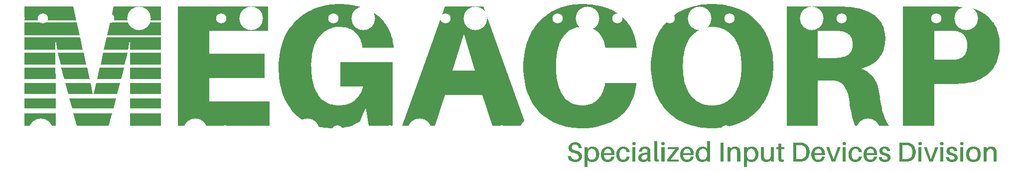
<source format=gto>
%TF.GenerationSoftware,KiCad,Pcbnew,8.0.5*%
%TF.CreationDate,2024-10-22T20:51:29-04:00*%
%TF.ProjectId,trad,74726164-2e6b-4696-9361-645f70636258,rev?*%
%TF.SameCoordinates,PX1c62fe0PY650e7e0*%
%TF.FileFunction,Legend,Top*%
%TF.FilePolarity,Positive*%
%FSLAX46Y46*%
G04 Gerber Fmt 4.6, Leading zero omitted, Abs format (unit mm)*
G04 Created by KiCad (PCBNEW 8.0.5) date 2024-10-22 20:51:29*
%MOMM*%
%LPD*%
G01*
G04 APERTURE LIST*
%ADD10C,0.000000*%
%ADD11C,1.750000*%
%ADD12C,4.000000*%
%ADD13C,3.987800*%
%ADD14C,3.048000*%
%ADD15R,1.700000X1.700000*%
%ADD16O,1.700000X1.700000*%
G04 APERTURE END LIST*
D10*
G36*
X22657742Y47265658D02*
G01*
X13842012Y47265658D01*
X13842012Y49660218D01*
X22113599Y49660218D01*
X22657742Y47265658D01*
G37*
G36*
X37071490Y47265658D02*
G01*
X28461894Y47265658D01*
X29006037Y49660218D01*
X37071490Y49660218D01*
X37071490Y47265658D01*
G37*
G36*
X23223835Y44774608D02*
G01*
X13842014Y44774608D01*
X13842014Y46976271D01*
X22723586Y46976271D01*
X23223835Y44774608D01*
G37*
G36*
X37071490Y44774608D02*
G01*
X27895806Y44774608D01*
X28396149Y46976271D01*
X37071490Y46976271D01*
X37071490Y44774608D01*
G37*
G36*
X23789923Y42283555D02*
G01*
X19450400Y42283555D01*
X19346589Y42812557D01*
X19249575Y43333373D01*
X19160323Y43841912D01*
X19079797Y44334088D01*
X19103097Y43333616D01*
X19118134Y42283555D01*
X13842014Y42283555D01*
X13842014Y44388724D01*
X23311530Y44388724D01*
X23789923Y42283555D01*
G37*
G36*
X37071490Y42283555D02*
G01*
X31795273Y42283555D01*
X31810345Y43333616D01*
X31833613Y44334088D01*
X31746496Y43841118D01*
X31651610Y43332503D01*
X31549866Y42812048D01*
X31442176Y42283555D01*
X27329718Y42283555D01*
X27808108Y44388724D01*
X37071490Y44388724D01*
X37071490Y42283555D01*
G37*
G36*
X31170936Y41010340D02*
G01*
X30981100Y40171624D01*
X30891642Y39792502D01*
X26763628Y39792502D01*
X27220071Y41801181D01*
X31342253Y41801181D01*
X31170936Y41010340D01*
G37*
G36*
X24356016Y39792504D02*
G01*
X19990375Y39792504D01*
X19904440Y40158753D01*
X19716730Y40999320D01*
X19546985Y41801181D01*
X19546990Y41801183D01*
X23899570Y41801183D01*
X24356016Y39792504D01*
G37*
G36*
X19131285Y40998858D02*
G01*
X19136006Y39792502D01*
X13842012Y39792502D01*
X13842012Y41801181D01*
X19123133Y41801181D01*
X19131285Y40998858D01*
G37*
G36*
X37071487Y39792502D02*
G01*
X31777494Y39792502D01*
X31782125Y40999320D01*
X31790365Y41801181D01*
X37071487Y41801181D01*
X37071487Y39792502D01*
G37*
G36*
X30584016Y38524635D02*
G01*
X30419829Y37885414D01*
X30266755Y37301451D01*
X26197540Y37301451D01*
X26632039Y39213728D01*
X30753759Y39213728D01*
X30584016Y38524635D01*
G37*
G36*
X24922098Y37301451D02*
G01*
X20619247Y37301451D01*
X20464135Y37885414D01*
X20382295Y38196270D01*
X20298641Y38522310D01*
X20213650Y38861980D01*
X20127799Y39213728D01*
X24487603Y39213728D01*
X24922098Y37301451D01*
G37*
G36*
X19138695Y37301451D02*
G01*
X13842014Y37301451D01*
X13842014Y39213728D01*
X19137859Y39213728D01*
X19138695Y37301451D01*
G37*
G36*
X37071490Y37301451D02*
G01*
X31774811Y37301451D01*
X31775644Y39213728D01*
X37071490Y39213728D01*
X37071490Y37301451D01*
G37*
G36*
X29613797Y34810398D02*
G01*
X25631450Y34810398D01*
X26044095Y36626181D01*
X30089784Y36626181D01*
X29613797Y34810398D01*
G37*
G36*
X25488282Y34810398D02*
G01*
X21280814Y34810398D01*
X20798530Y36626181D01*
X25075640Y36626181D01*
X25488282Y34810398D01*
G37*
G36*
X19138695Y34810398D02*
G01*
X13842013Y34810398D01*
X13842013Y36626181D01*
X19138695Y36626181D01*
X19138695Y34810398D01*
G37*
G36*
X37071490Y34810398D02*
G01*
X31774811Y34810398D01*
X31774811Y36626181D01*
X37071490Y36626181D01*
X37071490Y34810398D01*
G37*
G36*
X37071490Y32319255D02*
G01*
X31774811Y32319255D01*
X31774811Y34038634D01*
X37071490Y34038634D01*
X37071490Y32319255D01*
G37*
G36*
X28960754Y32319351D02*
G01*
X21942471Y32319351D01*
X21485841Y34038637D01*
X29411459Y34038637D01*
X28960754Y32319351D01*
G37*
G36*
X19138695Y32319255D02*
G01*
X13842013Y32319255D01*
X13842013Y34038634D01*
X19138695Y34038634D01*
X19138695Y32319255D01*
G37*
G36*
X19138695Y29346017D02*
G01*
X13842013Y29346017D01*
X13842013Y31451187D01*
X19138695Y31451187D01*
X19138695Y29346017D01*
G37*
G36*
X37071490Y29346017D02*
G01*
X31774811Y29346017D01*
X31774811Y31451187D01*
X37071490Y31451187D01*
X37071490Y29346017D01*
G37*
G36*
X28181303Y29345921D02*
G01*
X22732198Y29345921D01*
X22173056Y31451187D01*
X28733134Y31451187D01*
X28181303Y29345921D01*
G37*
G36*
X178170327Y25801159D02*
G01*
X178218261Y25798764D01*
X178264842Y25794797D01*
X178310064Y25789280D01*
X178353922Y25782235D01*
X178396411Y25773683D01*
X178437526Y25763645D01*
X178477262Y25752142D01*
X178515614Y25739196D01*
X178552576Y25724827D01*
X178588145Y25709059D01*
X178622315Y25691910D01*
X178655080Y25673404D01*
X178686436Y25653560D01*
X178716378Y25632401D01*
X178744901Y25609948D01*
X178771999Y25586222D01*
X178797668Y25561244D01*
X178821902Y25535036D01*
X178844697Y25507619D01*
X178866047Y25479014D01*
X178885948Y25449242D01*
X178904394Y25418326D01*
X178921381Y25386285D01*
X178936902Y25353142D01*
X178950954Y25318917D01*
X178963531Y25283633D01*
X178974629Y25247310D01*
X178984241Y25209969D01*
X178992364Y25171632D01*
X178998991Y25132321D01*
X179004119Y25092056D01*
X179004119Y25092051D01*
X179010253Y24998417D01*
X179014624Y24900417D01*
X179017241Y24788404D01*
X179018111Y24652735D01*
X179018111Y23255154D01*
X178504519Y23255154D01*
X178504519Y24596621D01*
X178504373Y24682953D01*
X178503352Y24768400D01*
X178502240Y24811612D01*
X178500581Y24855585D01*
X178498265Y24900648D01*
X178495184Y24947129D01*
X178489307Y24998708D01*
X178480361Y25048150D01*
X178468236Y25095291D01*
X178452822Y25139966D01*
X178443847Y25161328D01*
X178434009Y25182011D01*
X178423294Y25201996D01*
X178411688Y25221262D01*
X178399178Y25239788D01*
X178385749Y25257555D01*
X178371389Y25274540D01*
X178356083Y25290724D01*
X178339818Y25306086D01*
X178322579Y25320606D01*
X178304354Y25334264D01*
X178285129Y25347037D01*
X178264889Y25358907D01*
X178243622Y25369853D01*
X178221313Y25379853D01*
X178197948Y25388888D01*
X178173515Y25396937D01*
X178147999Y25403980D01*
X178121387Y25409995D01*
X178093665Y25414963D01*
X178064819Y25418862D01*
X178034835Y25421673D01*
X178003701Y25423374D01*
X177971401Y25423946D01*
X177905600Y25420606D01*
X177841659Y25410378D01*
X177779909Y25392946D01*
X177720677Y25367996D01*
X177664294Y25335212D01*
X177637273Y25315785D01*
X177611088Y25294281D01*
X177585779Y25270662D01*
X177561387Y25244888D01*
X177537954Y25216920D01*
X177515522Y25186718D01*
X177494130Y25154243D01*
X177473820Y25119455D01*
X177436611Y25042786D01*
X177404224Y24956396D01*
X177376988Y24859970D01*
X177355232Y24753193D01*
X177339284Y24635751D01*
X177329474Y24507329D01*
X177326131Y24367612D01*
X177326131Y23255154D01*
X176812560Y23255154D01*
X176812560Y25736578D01*
X177326131Y25736578D01*
X177326131Y25325792D01*
X177494488Y25610551D01*
X177531168Y25637316D01*
X177567636Y25661661D01*
X177604007Y25683682D01*
X177640398Y25703475D01*
X177676926Y25721134D01*
X177713706Y25736756D01*
X177750856Y25750437D01*
X177788492Y25762271D01*
X177826730Y25772355D01*
X177865687Y25780784D01*
X177905479Y25787653D01*
X177946222Y25793060D01*
X177988034Y25797098D01*
X178031031Y25799864D01*
X178075329Y25801454D01*
X178121044Y25801963D01*
X178170327Y25801159D01*
G37*
G36*
X175178621Y25800274D02*
G01*
X175253050Y25795277D01*
X175325086Y25787046D01*
X175394726Y25775661D01*
X175461967Y25761199D01*
X175526805Y25743742D01*
X175589238Y25723368D01*
X175649262Y25700157D01*
X175706874Y25674187D01*
X175762071Y25645539D01*
X175814849Y25614291D01*
X175865206Y25580524D01*
X175913138Y25544316D01*
X175958641Y25505746D01*
X176001713Y25464895D01*
X176042350Y25421841D01*
X176080550Y25376664D01*
X176116308Y25329443D01*
X176149622Y25280258D01*
X176180489Y25229187D01*
X176208905Y25176311D01*
X176234866Y25121708D01*
X176258371Y25065458D01*
X176279415Y25007640D01*
X176297995Y24948334D01*
X176314109Y24887619D01*
X176327752Y24825575D01*
X176338922Y24762280D01*
X176353829Y24632256D01*
X176358804Y24498184D01*
X176357559Y24430668D01*
X176353829Y24364059D01*
X176347615Y24298439D01*
X176338922Y24233889D01*
X176327752Y24170489D01*
X176314109Y24108321D01*
X176297995Y24047466D01*
X176279415Y23988004D01*
X176258371Y23930017D01*
X176234866Y23873586D01*
X176208905Y23818792D01*
X176180489Y23765716D01*
X176149622Y23714438D01*
X176116308Y23665041D01*
X176080550Y23617605D01*
X176042350Y23572211D01*
X176001713Y23528941D01*
X175958641Y23487874D01*
X175913138Y23449093D01*
X175865206Y23412678D01*
X175814849Y23378711D01*
X175762071Y23347272D01*
X175706874Y23318443D01*
X175649262Y23292304D01*
X175589238Y23268937D01*
X175526805Y23248422D01*
X175461967Y23230842D01*
X175394726Y23216276D01*
X175325086Y23204805D01*
X175253050Y23196512D01*
X175178621Y23191477D01*
X175101803Y23189780D01*
X175024567Y23191477D01*
X174949774Y23196512D01*
X174877424Y23204805D01*
X174807517Y23216276D01*
X174740055Y23230842D01*
X174675037Y23248423D01*
X174612465Y23268938D01*
X174552339Y23292305D01*
X174494660Y23318444D01*
X174439428Y23347273D01*
X174386644Y23378712D01*
X174336309Y23412680D01*
X174288423Y23449095D01*
X174242986Y23487876D01*
X174200001Y23528943D01*
X174159466Y23572213D01*
X174121383Y23617607D01*
X174085753Y23665043D01*
X174052575Y23714441D01*
X174021852Y23765718D01*
X173993582Y23818794D01*
X173967768Y23873588D01*
X173944409Y23930019D01*
X173923506Y23988006D01*
X173905060Y24047468D01*
X173889071Y24108323D01*
X173875541Y24170491D01*
X173864469Y24233891D01*
X173849704Y24364060D01*
X173844781Y24498184D01*
X174386336Y24498184D01*
X174387102Y24446135D01*
X174389388Y24395217D01*
X174393184Y24345463D01*
X174398475Y24296908D01*
X174405249Y24249586D01*
X174413494Y24203532D01*
X174423196Y24158778D01*
X174434343Y24115361D01*
X174446921Y24073313D01*
X174460918Y24032670D01*
X174476321Y23993465D01*
X174493117Y23955733D01*
X174511293Y23919507D01*
X174530837Y23884823D01*
X174551735Y23851714D01*
X174573975Y23820215D01*
X174597544Y23790360D01*
X174622429Y23762182D01*
X174648617Y23735717D01*
X174676095Y23710998D01*
X174704851Y23688060D01*
X174734871Y23666938D01*
X174766144Y23647664D01*
X174798655Y23630274D01*
X174832392Y23614801D01*
X174867342Y23601281D01*
X174903493Y23589746D01*
X174940831Y23580232D01*
X174979344Y23572773D01*
X175019019Y23567402D01*
X175059843Y23564155D01*
X175101803Y23563065D01*
X175143332Y23564155D01*
X175183752Y23567402D01*
X175223049Y23572773D01*
X175261209Y23580232D01*
X175298219Y23589746D01*
X175334065Y23601281D01*
X175368733Y23614801D01*
X175402209Y23630274D01*
X175434480Y23647664D01*
X175465533Y23666938D01*
X175495353Y23688060D01*
X175523926Y23710998D01*
X175551239Y23735717D01*
X175577279Y23762182D01*
X175602030Y23790360D01*
X175625481Y23820215D01*
X175647617Y23851714D01*
X175668424Y23884823D01*
X175687888Y23919507D01*
X175705997Y23955733D01*
X175738090Y24032670D01*
X175764595Y24115361D01*
X175785400Y24203532D01*
X175800397Y24296908D01*
X175809476Y24395217D01*
X175812527Y24498184D01*
X175811762Y24550219D01*
X175809476Y24601098D01*
X175805683Y24650788D01*
X175800397Y24699256D01*
X175793632Y24746472D01*
X175785400Y24792400D01*
X175775717Y24837010D01*
X175764595Y24880269D01*
X175752048Y24922144D01*
X175738090Y24962603D01*
X175722735Y25001612D01*
X175705997Y25039141D01*
X175687888Y25075156D01*
X175668424Y25109624D01*
X175647617Y25142514D01*
X175625481Y25173792D01*
X175602030Y25203427D01*
X175577279Y25231385D01*
X175551239Y25257634D01*
X175523926Y25282142D01*
X175495353Y25304876D01*
X175465533Y25325804D01*
X175434480Y25344893D01*
X175402209Y25362110D01*
X175368733Y25377424D01*
X175334065Y25390802D01*
X175298219Y25402210D01*
X175261209Y25411617D01*
X175223049Y25418990D01*
X175183752Y25424297D01*
X175143332Y25427505D01*
X175101803Y25428582D01*
X175059843Y25427505D01*
X175019019Y25424297D01*
X174979344Y25418990D01*
X174940831Y25411617D01*
X174903493Y25402210D01*
X174867342Y25390802D01*
X174832392Y25377424D01*
X174798655Y25362110D01*
X174766144Y25344893D01*
X174734871Y25325804D01*
X174704851Y25304876D01*
X174676095Y25282142D01*
X174648617Y25257634D01*
X174622429Y25231385D01*
X174597544Y25203427D01*
X174573975Y25173792D01*
X174551735Y25142514D01*
X174530837Y25109624D01*
X174511293Y25075156D01*
X174493117Y25039141D01*
X174460918Y24962603D01*
X174434343Y24880269D01*
X174413494Y24792400D01*
X174398475Y24699256D01*
X174389388Y24601098D01*
X174386336Y24498184D01*
X173844781Y24498184D01*
X173849704Y24632256D01*
X173855856Y24697814D01*
X173864469Y24762280D01*
X173875541Y24825575D01*
X173889071Y24887619D01*
X173905060Y24948334D01*
X173923506Y25007640D01*
X173944409Y25065458D01*
X173967768Y25121708D01*
X173993582Y25176311D01*
X174021852Y25229187D01*
X174052575Y25280258D01*
X174085753Y25329443D01*
X174121383Y25376664D01*
X174159466Y25421841D01*
X174200001Y25464895D01*
X174242986Y25505746D01*
X174288423Y25544316D01*
X174336309Y25580524D01*
X174386644Y25614291D01*
X174439428Y25645539D01*
X174494660Y25674187D01*
X174552339Y25700157D01*
X174612465Y25723368D01*
X174675037Y25743742D01*
X174740055Y25761199D01*
X174807517Y25775661D01*
X174877424Y25787046D01*
X174949774Y25795277D01*
X175024567Y25800274D01*
X175101803Y25801957D01*
X175178621Y25800274D01*
G37*
G36*
X173130575Y26600861D02*
G01*
X173146377Y26599770D01*
X173161901Y26597972D01*
X173177131Y26595480D01*
X173192050Y26592311D01*
X173206642Y26588480D01*
X173220890Y26584003D01*
X173234779Y26578894D01*
X173248293Y26573170D01*
X173261414Y26566845D01*
X173274127Y26559936D01*
X173286415Y26552457D01*
X173298262Y26544424D01*
X173309652Y26535852D01*
X173320569Y26526757D01*
X173330996Y26517155D01*
X173340917Y26507059D01*
X173350316Y26496487D01*
X173359176Y26485454D01*
X173367482Y26473974D01*
X173375217Y26462063D01*
X173382364Y26449737D01*
X173388908Y26437012D01*
X173394832Y26423901D01*
X173400121Y26410422D01*
X173404756Y26396589D01*
X173408724Y26382417D01*
X173412006Y26367923D01*
X173414587Y26353122D01*
X173416451Y26338028D01*
X173417581Y26322658D01*
X173417962Y26307026D01*
X173417581Y26290966D01*
X173416451Y26275194D01*
X173414587Y26259725D01*
X173412006Y26244573D01*
X173408724Y26229754D01*
X173404756Y26215281D01*
X173400121Y26201169D01*
X173394832Y26187433D01*
X173388908Y26174087D01*
X173382364Y26161146D01*
X173375217Y26148623D01*
X173367482Y26136535D01*
X173359176Y26124895D01*
X173350316Y26113717D01*
X173340917Y26103016D01*
X173330996Y26092808D01*
X173320569Y26083105D01*
X173309652Y26073924D01*
X173298262Y26065277D01*
X173286415Y26057181D01*
X173274127Y26049648D01*
X173261414Y26042695D01*
X173248293Y26036335D01*
X173234779Y26030582D01*
X173220890Y26025452D01*
X173206642Y26020959D01*
X173192050Y26017118D01*
X173177131Y26013942D01*
X173161901Y26011447D01*
X173146377Y26009647D01*
X173130575Y26008556D01*
X173114510Y26008189D01*
X173098449Y26008556D01*
X173082677Y26009647D01*
X173067206Y26011447D01*
X173052053Y26013942D01*
X173037231Y26017118D01*
X173022755Y26020959D01*
X173008640Y26025452D01*
X172994900Y26030582D01*
X172981551Y26036334D01*
X172968605Y26042694D01*
X172956078Y26049647D01*
X172943985Y26057179D01*
X172932340Y26065276D01*
X172921157Y26073922D01*
X172910452Y26083103D01*
X172900238Y26092806D01*
X172890531Y26103014D01*
X172881344Y26113715D01*
X172872693Y26124892D01*
X172864592Y26136533D01*
X172857055Y26148621D01*
X172850097Y26161143D01*
X172843732Y26174085D01*
X172837976Y26187431D01*
X172832843Y26201167D01*
X172828347Y26215279D01*
X172824502Y26229752D01*
X172821324Y26244572D01*
X172818827Y26259723D01*
X172817025Y26275193D01*
X172815933Y26290965D01*
X172815566Y26307026D01*
X172815933Y26322658D01*
X172817025Y26338028D01*
X172818827Y26353122D01*
X172821324Y26367923D01*
X172824502Y26382417D01*
X172828347Y26396589D01*
X172832843Y26410422D01*
X172837976Y26423901D01*
X172843732Y26437012D01*
X172850097Y26449737D01*
X172857055Y26462063D01*
X172864592Y26473974D01*
X172872693Y26485454D01*
X172881344Y26496487D01*
X172890531Y26507059D01*
X172900238Y26517155D01*
X172910452Y26526757D01*
X172921157Y26535852D01*
X172932340Y26544424D01*
X172943985Y26552457D01*
X172956078Y26559936D01*
X172968605Y26566845D01*
X172981551Y26573170D01*
X172994900Y26578894D01*
X173008640Y26584003D01*
X173022755Y26588480D01*
X173037231Y26592311D01*
X173052053Y26595480D01*
X173067206Y26597972D01*
X173082677Y26599770D01*
X173098449Y26600861D01*
X173114510Y26601228D01*
X173130575Y26600861D01*
G37*
G36*
X173371200Y23255165D02*
G01*
X172857693Y23255165D01*
X172857693Y25736487D01*
X173371200Y25736487D01*
X173371200Y23255165D01*
G37*
G36*
X171484605Y25801030D02*
G01*
X171535852Y25798241D01*
X171585614Y25793635D01*
X171633891Y25787247D01*
X171680681Y25779112D01*
X171725982Y25769264D01*
X171769793Y25757739D01*
X171812111Y25744572D01*
X171852936Y25729797D01*
X171892265Y25713449D01*
X171930098Y25695563D01*
X171966431Y25676175D01*
X172001265Y25655318D01*
X172034596Y25633028D01*
X172066424Y25609340D01*
X172096747Y25584289D01*
X172125564Y25557909D01*
X172152871Y25530235D01*
X172178669Y25501302D01*
X172202955Y25471146D01*
X172225728Y25439800D01*
X172246986Y25407301D01*
X172266728Y25373682D01*
X172284951Y25338979D01*
X172301654Y25303226D01*
X172316836Y25266458D01*
X172330495Y25228711D01*
X172342630Y25190019D01*
X172353237Y25150417D01*
X172362318Y25109940D01*
X172369868Y25068623D01*
X172375887Y25026500D01*
X171852853Y25026500D01*
X171841996Y25074317D01*
X171828737Y25119546D01*
X171813082Y25162121D01*
X171804358Y25182390D01*
X171795037Y25201971D01*
X171785121Y25220853D01*
X171774609Y25239028D01*
X171763504Y25256488D01*
X171751805Y25273224D01*
X171739513Y25289227D01*
X171726630Y25304489D01*
X171713156Y25319002D01*
X171699092Y25332756D01*
X171684439Y25345743D01*
X171669197Y25357954D01*
X171653367Y25369381D01*
X171636950Y25380016D01*
X171619948Y25389849D01*
X171602360Y25398872D01*
X171584188Y25407076D01*
X171565432Y25414454D01*
X171546093Y25420996D01*
X171526172Y25426693D01*
X171505670Y25431537D01*
X171484588Y25435520D01*
X171462926Y25438633D01*
X171440685Y25440867D01*
X171417867Y25442214D01*
X171394471Y25442665D01*
X171372042Y25442270D01*
X171350350Y25441095D01*
X171329395Y25439157D01*
X171309175Y25436470D01*
X171289687Y25433050D01*
X171270931Y25428912D01*
X171252904Y25424072D01*
X171235604Y25418545D01*
X171219031Y25412347D01*
X171203183Y25405493D01*
X171188057Y25397999D01*
X171173652Y25389879D01*
X171159966Y25381150D01*
X171146998Y25371827D01*
X171134745Y25361925D01*
X171123207Y25351460D01*
X171112381Y25340448D01*
X171102266Y25328903D01*
X171092860Y25316841D01*
X171084162Y25304277D01*
X171076169Y25291228D01*
X171068880Y25277708D01*
X171062294Y25263733D01*
X171056407Y25249319D01*
X171051220Y25234480D01*
X171046730Y25219233D01*
X171042935Y25203592D01*
X171039835Y25187573D01*
X171037426Y25171192D01*
X171035707Y25154465D01*
X171034677Y25137405D01*
X171034335Y25120030D01*
X171034869Y25099365D01*
X171036473Y25079443D01*
X171039148Y25060239D01*
X171042895Y25041729D01*
X171047713Y25023886D01*
X171053605Y25006687D01*
X171060571Y24990107D01*
X171068612Y24974120D01*
X171077728Y24958702D01*
X171087921Y24943828D01*
X171099191Y24929473D01*
X171111539Y24915612D01*
X171139475Y24889274D01*
X171171733Y24864613D01*
X171208321Y24841432D01*
X171249246Y24819531D01*
X171294515Y24798711D01*
X171344134Y24778774D01*
X171398111Y24759519D01*
X171456451Y24740749D01*
X171519162Y24722264D01*
X171586251Y24703865D01*
X171684875Y24676662D01*
X171777430Y24647485D01*
X171863873Y24616113D01*
X171944166Y24582329D01*
X172018268Y24545914D01*
X172052984Y24526651D01*
X172086138Y24506648D01*
X172117723Y24485878D01*
X172147735Y24464312D01*
X172176170Y24441925D01*
X172203021Y24418689D01*
X172228284Y24394575D01*
X172251953Y24369558D01*
X172274025Y24343608D01*
X172294493Y24316700D01*
X172313352Y24288806D01*
X172330598Y24259898D01*
X172346226Y24229948D01*
X172360230Y24198931D01*
X172372605Y24166818D01*
X172383347Y24133581D01*
X172392450Y24099194D01*
X172399909Y24063629D01*
X172405719Y24026859D01*
X172409876Y23988856D01*
X172412374Y23949594D01*
X172413207Y23909043D01*
X172411972Y23864637D01*
X172408302Y23821656D01*
X172402256Y23780098D01*
X172393888Y23739962D01*
X172383256Y23701248D01*
X172370415Y23663954D01*
X172355422Y23628080D01*
X172338334Y23593625D01*
X172319206Y23560588D01*
X172298095Y23528967D01*
X172275058Y23498762D01*
X172250150Y23469972D01*
X172223428Y23442595D01*
X172194949Y23416632D01*
X172164768Y23392080D01*
X172132942Y23368940D01*
X172099527Y23347209D01*
X172064580Y23326887D01*
X171990314Y23290467D01*
X171910594Y23259671D01*
X171825872Y23234491D01*
X171736597Y23214921D01*
X171643220Y23200952D01*
X171546193Y23192576D01*
X171445965Y23189785D01*
X171344298Y23192699D01*
X171246311Y23201505D01*
X171198786Y23208148D01*
X171152286Y23216300D01*
X171106847Y23225975D01*
X171062503Y23237183D01*
X171019289Y23249937D01*
X170977241Y23264249D01*
X170936393Y23280131D01*
X170896781Y23297596D01*
X170858440Y23316656D01*
X170821404Y23337322D01*
X170785709Y23359608D01*
X170751389Y23383524D01*
X170718481Y23409084D01*
X170687018Y23436299D01*
X170657036Y23465182D01*
X170628570Y23495744D01*
X170601655Y23527998D01*
X170576325Y23561957D01*
X170552617Y23597631D01*
X170530565Y23635034D01*
X170510204Y23674178D01*
X170491568Y23715074D01*
X170474695Y23757735D01*
X170459617Y23802173D01*
X170446370Y23848400D01*
X170434990Y23896428D01*
X170425511Y23946270D01*
X170417968Y23997937D01*
X170936367Y23997937D01*
X170942488Y23968684D01*
X170949468Y23940543D01*
X170957288Y23913502D01*
X170965929Y23887548D01*
X170975372Y23862670D01*
X170985598Y23838855D01*
X170996588Y23816093D01*
X171008325Y23794370D01*
X171020787Y23773675D01*
X171033958Y23753995D01*
X171047818Y23735320D01*
X171062348Y23717636D01*
X171077529Y23700931D01*
X171093343Y23685195D01*
X171109771Y23670414D01*
X171126793Y23656576D01*
X171144392Y23643671D01*
X171162547Y23631685D01*
X171181241Y23620606D01*
X171200454Y23610424D01*
X171220168Y23601124D01*
X171240363Y23592697D01*
X171261021Y23585129D01*
X171282124Y23578409D01*
X171325585Y23567463D01*
X171370597Y23559763D01*
X171417008Y23555214D01*
X171464667Y23553719D01*
X171508812Y23554927D01*
X171551645Y23558560D01*
X171572505Y23561289D01*
X171592957Y23564631D01*
X171612975Y23568585D01*
X171632533Y23573154D01*
X171651605Y23578339D01*
X171670163Y23584143D01*
X171688181Y23590566D01*
X171705633Y23597610D01*
X171722493Y23605278D01*
X171738733Y23613571D01*
X171754327Y23622490D01*
X171769249Y23632038D01*
X171783471Y23642215D01*
X171796969Y23653024D01*
X171809715Y23664467D01*
X171821682Y23676545D01*
X171832844Y23689259D01*
X171843174Y23702612D01*
X171852647Y23716605D01*
X171861235Y23731239D01*
X171868912Y23746518D01*
X171875652Y23762441D01*
X171881427Y23779012D01*
X171886212Y23796231D01*
X171889980Y23814100D01*
X171892704Y23832622D01*
X171894358Y23851797D01*
X171894915Y23871627D01*
X171892921Y23910834D01*
X171886859Y23947874D01*
X171876603Y23982886D01*
X171869864Y23999674D01*
X171862031Y24016007D01*
X171853088Y24031901D01*
X171843020Y24047373D01*
X171819445Y24077123D01*
X171791184Y24105392D01*
X171758113Y24132319D01*
X171720109Y24158040D01*
X171677048Y24182692D01*
X171628806Y24206413D01*
X171575260Y24229340D01*
X171516288Y24251609D01*
X171451764Y24273359D01*
X171381567Y24294725D01*
X171305572Y24315846D01*
X171222020Y24338676D01*
X171141528Y24363507D01*
X171064418Y24390584D01*
X170991012Y24420155D01*
X170921630Y24452465D01*
X170856596Y24487761D01*
X170825809Y24506606D01*
X170796229Y24526289D01*
X170767896Y24546843D01*
X170740851Y24568297D01*
X170715134Y24590682D01*
X170690785Y24614030D01*
X170667843Y24638370D01*
X170646351Y24663735D01*
X170626346Y24690154D01*
X170607870Y24717658D01*
X170590964Y24746279D01*
X170575666Y24776047D01*
X170562017Y24806992D01*
X170550058Y24839147D01*
X170539829Y24872540D01*
X170531369Y24907204D01*
X170524719Y24943169D01*
X170519919Y24980466D01*
X170517010Y25019126D01*
X170516032Y25059179D01*
X170517094Y25102023D01*
X170520259Y25143779D01*
X170525494Y25184428D01*
X170532767Y25223954D01*
X170542045Y25262337D01*
X170553296Y25299561D01*
X170566488Y25335608D01*
X170581587Y25370459D01*
X170598562Y25404097D01*
X170617379Y25436504D01*
X170638007Y25467662D01*
X170660413Y25497554D01*
X170684564Y25526161D01*
X170710429Y25553466D01*
X170737974Y25579451D01*
X170767167Y25604098D01*
X170797975Y25627389D01*
X170830367Y25649307D01*
X170864309Y25669833D01*
X170899770Y25688951D01*
X170936716Y25706641D01*
X170975115Y25722886D01*
X171014935Y25737669D01*
X171056143Y25750972D01*
X171142594Y25773064D01*
X171234208Y25789021D01*
X171330726Y25798699D01*
X171431887Y25801957D01*
X171431876Y25801968D01*
X171484605Y25801030D01*
G37*
G36*
X169732922Y26600861D02*
G01*
X169748726Y26599770D01*
X169764251Y26597972D01*
X169779481Y26595480D01*
X169794401Y26592311D01*
X169808994Y26588480D01*
X169823243Y26584003D01*
X169837132Y26578894D01*
X169850646Y26573170D01*
X169863768Y26566845D01*
X169876481Y26559936D01*
X169888770Y26552457D01*
X169900617Y26544424D01*
X169912008Y26535852D01*
X169922925Y26526757D01*
X169933352Y26517155D01*
X169943273Y26507059D01*
X169952673Y26496487D01*
X169961533Y26485454D01*
X169969839Y26473974D01*
X169977574Y26462063D01*
X169984721Y26449737D01*
X169991266Y26437012D01*
X169997190Y26423901D01*
X170002478Y26410422D01*
X170007114Y26396589D01*
X170011081Y26382417D01*
X170014363Y26367923D01*
X170016945Y26353122D01*
X170018809Y26338028D01*
X170019939Y26322658D01*
X170020319Y26307026D01*
X170019939Y26290966D01*
X170018809Y26275194D01*
X170016945Y26259725D01*
X170014363Y26244573D01*
X170011081Y26229754D01*
X170007114Y26215281D01*
X170002478Y26201169D01*
X169997190Y26187433D01*
X169991266Y26174087D01*
X169984721Y26161146D01*
X169977574Y26148623D01*
X169969839Y26136535D01*
X169961533Y26124895D01*
X169952673Y26113717D01*
X169943273Y26103016D01*
X169933352Y26092808D01*
X169922925Y26083105D01*
X169912008Y26073924D01*
X169900617Y26065277D01*
X169888770Y26057181D01*
X169876481Y26049648D01*
X169863768Y26042695D01*
X169850646Y26036335D01*
X169837132Y26030582D01*
X169823243Y26025452D01*
X169808994Y26020959D01*
X169794401Y26017118D01*
X169779481Y26013942D01*
X169764251Y26011447D01*
X169748726Y26009647D01*
X169732922Y26008556D01*
X169716857Y26008189D01*
X169700796Y26008556D01*
X169685023Y26009647D01*
X169669553Y26011447D01*
X169654401Y26013942D01*
X169639581Y26017118D01*
X169625108Y26020959D01*
X169610996Y26025452D01*
X169597259Y26030582D01*
X169583913Y26036334D01*
X169570972Y26042694D01*
X169558450Y26049647D01*
X169546361Y26057179D01*
X169534721Y26065276D01*
X169523543Y26073922D01*
X169512843Y26083103D01*
X169502635Y26092806D01*
X169492932Y26103014D01*
X169483751Y26113715D01*
X169475105Y26124892D01*
X169467009Y26136533D01*
X169459477Y26148621D01*
X169452523Y26161143D01*
X169446164Y26174085D01*
X169440412Y26187431D01*
X169435282Y26201167D01*
X169430789Y26215279D01*
X169426948Y26229752D01*
X169423773Y26244572D01*
X169421278Y26259723D01*
X169419477Y26275193D01*
X169418387Y26290965D01*
X169418020Y26307026D01*
X169418387Y26322658D01*
X169419478Y26338028D01*
X169421278Y26353122D01*
X169423773Y26367923D01*
X169426949Y26382417D01*
X169430791Y26396589D01*
X169435284Y26410422D01*
X169440415Y26423901D01*
X169446167Y26437012D01*
X169452528Y26449737D01*
X169459482Y26462063D01*
X169467014Y26473974D01*
X169475111Y26485454D01*
X169483758Y26496487D01*
X169492940Y26507059D01*
X169502643Y26517155D01*
X169512852Y26526757D01*
X169523552Y26535852D01*
X169534730Y26544424D01*
X169546370Y26552457D01*
X169558459Y26559936D01*
X169570981Y26566845D01*
X169583923Y26573170D01*
X169597268Y26578894D01*
X169611004Y26584003D01*
X169625116Y26588480D01*
X169639588Y26592311D01*
X169654407Y26595480D01*
X169669558Y26597972D01*
X169685026Y26599770D01*
X169700797Y26600861D01*
X169716857Y26601228D01*
X169732922Y26600861D01*
G37*
G36*
X169973643Y23255165D02*
G01*
X169460061Y23255165D01*
X169460061Y25736487D01*
X169973643Y25736487D01*
X169973643Y23255165D01*
G37*
G36*
X167889686Y23633171D02*
G01*
X168576623Y25736487D01*
X169123273Y25736487D01*
X168174723Y23255165D01*
X167576600Y23255165D01*
X166627964Y25736487D01*
X167193392Y25736487D01*
X167889686Y23633171D01*
G37*
G36*
X166045426Y26600861D02*
G01*
X166061229Y26599770D01*
X166076754Y26597972D01*
X166091984Y26595480D01*
X166106904Y26592311D01*
X166121497Y26588480D01*
X166135746Y26584003D01*
X166149635Y26578894D01*
X166163149Y26573170D01*
X166176271Y26566845D01*
X166188984Y26559936D01*
X166201273Y26552457D01*
X166213120Y26544424D01*
X166224511Y26535852D01*
X166235428Y26526757D01*
X166245855Y26517155D01*
X166255776Y26507059D01*
X166265176Y26496487D01*
X166274036Y26485454D01*
X166282342Y26473974D01*
X166290077Y26462063D01*
X166297225Y26449737D01*
X166303769Y26437012D01*
X166309693Y26423901D01*
X166314981Y26410422D01*
X166319617Y26396589D01*
X166323584Y26382417D01*
X166326867Y26367923D01*
X166329448Y26353122D01*
X166331312Y26338028D01*
X166332442Y26322658D01*
X166332822Y26307026D01*
X166332442Y26290966D01*
X166331312Y26275194D01*
X166329448Y26259725D01*
X166326867Y26244573D01*
X166323584Y26229754D01*
X166319617Y26215281D01*
X166314981Y26201169D01*
X166309693Y26187433D01*
X166303769Y26174087D01*
X166297225Y26161146D01*
X166290077Y26148623D01*
X166282342Y26136535D01*
X166274036Y26124895D01*
X166265176Y26113717D01*
X166255776Y26103016D01*
X166245855Y26092808D01*
X166235428Y26083105D01*
X166224511Y26073924D01*
X166213120Y26065277D01*
X166201273Y26057181D01*
X166188984Y26049648D01*
X166176271Y26042695D01*
X166163149Y26036335D01*
X166149635Y26030582D01*
X166135746Y26025452D01*
X166121497Y26020959D01*
X166106904Y26017118D01*
X166091984Y26013942D01*
X166076754Y26011447D01*
X166061229Y26009647D01*
X166045426Y26008556D01*
X166029360Y26008189D01*
X166013299Y26008556D01*
X165997526Y26009647D01*
X165982056Y26011447D01*
X165966903Y26013942D01*
X165952081Y26017118D01*
X165937606Y26020959D01*
X165923491Y26025452D01*
X165909752Y26030582D01*
X165896402Y26036334D01*
X165883457Y26042694D01*
X165870931Y26049647D01*
X165858838Y26057179D01*
X165847194Y26065276D01*
X165836012Y26073922D01*
X165825307Y26083103D01*
X165815094Y26092806D01*
X165805387Y26103014D01*
X165796200Y26113715D01*
X165787550Y26124892D01*
X165779449Y26136533D01*
X165771912Y26148621D01*
X165764955Y26161143D01*
X165758591Y26174085D01*
X165752835Y26187431D01*
X165747702Y26201167D01*
X165743206Y26215279D01*
X165739362Y26229752D01*
X165736184Y26244572D01*
X165733687Y26259723D01*
X165731885Y26275193D01*
X165730794Y26290965D01*
X165730427Y26307026D01*
X165730794Y26322658D01*
X165731885Y26338028D01*
X165733687Y26353122D01*
X165736184Y26367923D01*
X165739362Y26382417D01*
X165743206Y26396589D01*
X165747702Y26410422D01*
X165752835Y26423901D01*
X165758591Y26437012D01*
X165764955Y26449737D01*
X165771912Y26462063D01*
X165779449Y26473974D01*
X165787550Y26485454D01*
X165796200Y26496487D01*
X165805387Y26507059D01*
X165815094Y26517155D01*
X165825307Y26526757D01*
X165836012Y26535852D01*
X165847194Y26544424D01*
X165858838Y26552457D01*
X165870931Y26559936D01*
X165883457Y26566845D01*
X165896402Y26573170D01*
X165909752Y26578894D01*
X165923491Y26584003D01*
X165937606Y26588480D01*
X165952081Y26592311D01*
X165966903Y26595480D01*
X165982056Y26597972D01*
X165997526Y26599770D01*
X166013299Y26600861D01*
X166029360Y26601228D01*
X166045426Y26600861D01*
G37*
G36*
X166286050Y23255165D02*
G01*
X165772553Y23255165D01*
X165772553Y25736487D01*
X166286050Y25736487D01*
X166286050Y23255165D01*
G37*
G36*
X163689329Y26479343D02*
G01*
X163738130Y26478652D01*
X163784301Y26477307D01*
X163830034Y26475090D01*
X163877520Y26471782D01*
X163928950Y26467165D01*
X163986515Y26461022D01*
X164124395Y26439660D01*
X164257134Y26408760D01*
X164384214Y26368198D01*
X164505116Y26317849D01*
X164563089Y26288965D01*
X164619323Y26257587D01*
X164673754Y26223701D01*
X164726317Y26187289D01*
X164776947Y26148337D01*
X164825579Y26106829D01*
X164872149Y26062749D01*
X164916592Y26016082D01*
X164958843Y25966812D01*
X164998838Y25914923D01*
X165036511Y25860401D01*
X165071798Y25803229D01*
X165104634Y25743391D01*
X165134955Y25680873D01*
X165162695Y25615658D01*
X165187790Y25547731D01*
X165210175Y25477077D01*
X165229786Y25403679D01*
X165246557Y25327522D01*
X165260424Y25248591D01*
X165271323Y25166870D01*
X165279187Y25082343D01*
X165283954Y24994995D01*
X165285557Y24904810D01*
X165283900Y24815662D01*
X165278977Y24728807D01*
X165270860Y24644263D01*
X165259620Y24562047D01*
X165245329Y24482176D01*
X165228059Y24404666D01*
X165207881Y24329535D01*
X165184866Y24256799D01*
X165159087Y24186476D01*
X165130615Y24118582D01*
X165099521Y24053134D01*
X165065877Y23990150D01*
X165029755Y23929645D01*
X164991226Y23871639D01*
X164950363Y23816146D01*
X164907236Y23763184D01*
X164861917Y23712771D01*
X164814477Y23664922D01*
X164764990Y23619656D01*
X164713525Y23576988D01*
X164660154Y23536937D01*
X164604950Y23499518D01*
X164547984Y23464749D01*
X164489327Y23432647D01*
X164429051Y23403228D01*
X164367228Y23376511D01*
X164303928Y23352510D01*
X164239225Y23331245D01*
X164173189Y23312731D01*
X164105892Y23296985D01*
X164037406Y23284025D01*
X163967802Y23273867D01*
X163910240Y23267691D01*
X163858812Y23263049D01*
X163811328Y23259723D01*
X163765595Y23257493D01*
X163719424Y23256141D01*
X163670622Y23255446D01*
X163556364Y23255154D01*
X162533184Y23255154D01*
X162533184Y23665855D01*
X162533184Y26073563D01*
X163046755Y26073563D01*
X163046755Y23665855D01*
X163509602Y23665855D01*
X163619930Y23666147D01*
X163669227Y23666842D01*
X163715345Y23668194D01*
X163758831Y23670422D01*
X163800237Y23673747D01*
X163840109Y23678388D01*
X163859643Y23681270D01*
X163878999Y23684563D01*
X163878988Y23684558D01*
X163974118Y23702734D01*
X164064751Y23729135D01*
X164108310Y23745388D01*
X164150660Y23763658D01*
X164191772Y23783934D01*
X164231618Y23806201D01*
X164270170Y23830448D01*
X164307400Y23856661D01*
X164343279Y23884827D01*
X164377779Y23914934D01*
X164410872Y23946969D01*
X164442529Y23980919D01*
X164472723Y24016771D01*
X164501424Y24054511D01*
X164528605Y24094129D01*
X164554237Y24135609D01*
X164600743Y24224110D01*
X164640715Y24319910D01*
X164673926Y24422907D01*
X164700151Y24532997D01*
X164719163Y24650079D01*
X164730736Y24774049D01*
X164734644Y24904805D01*
X164733703Y24967518D01*
X164730895Y25028555D01*
X164726245Y25087909D01*
X164719777Y25145574D01*
X164711514Y25201545D01*
X164701481Y25255814D01*
X164689701Y25308378D01*
X164676198Y25359228D01*
X164660997Y25408360D01*
X164644121Y25455767D01*
X164625595Y25501444D01*
X164605442Y25545383D01*
X164583686Y25587581D01*
X164560351Y25628029D01*
X164535462Y25666722D01*
X164509042Y25703655D01*
X164481116Y25738821D01*
X164451706Y25772215D01*
X164420838Y25803830D01*
X164388534Y25833660D01*
X164354820Y25861699D01*
X164319719Y25887941D01*
X164283255Y25912381D01*
X164245452Y25935012D01*
X164206334Y25955828D01*
X164165925Y25974824D01*
X164124249Y25991992D01*
X164081329Y26007328D01*
X164037191Y26020826D01*
X163991858Y26032478D01*
X163945353Y26042280D01*
X163897701Y26050225D01*
X163858618Y26056599D01*
X163818274Y26061764D01*
X163776286Y26065830D01*
X163732272Y26068909D01*
X163685848Y26071111D01*
X163636632Y26072547D01*
X163584242Y26073327D01*
X163528294Y26073563D01*
X163046755Y26073563D01*
X162533184Y26073563D01*
X162533184Y26479634D01*
X163575077Y26479634D01*
X163689329Y26479343D01*
G37*
G36*
X160075767Y25801030D02*
G01*
X160127014Y25798241D01*
X160176776Y25793635D01*
X160225053Y25787247D01*
X160271843Y25779112D01*
X160317144Y25769264D01*
X160360954Y25757739D01*
X160403272Y25744572D01*
X160444096Y25729797D01*
X160483424Y25713449D01*
X160521256Y25695563D01*
X160557588Y25676175D01*
X160592420Y25655318D01*
X160625750Y25633028D01*
X160657577Y25609340D01*
X160687897Y25584289D01*
X160716711Y25557909D01*
X160744016Y25530235D01*
X160769811Y25501302D01*
X160794094Y25471146D01*
X160816863Y25439800D01*
X160838117Y25407301D01*
X160857854Y25373682D01*
X160876072Y25338979D01*
X160892770Y25303226D01*
X160907947Y25266458D01*
X160921600Y25228711D01*
X160933727Y25190019D01*
X160944328Y25150417D01*
X160953400Y25109940D01*
X160960943Y25068623D01*
X160966953Y25026500D01*
X160443929Y25026500D01*
X160433088Y25074317D01*
X160419841Y25119546D01*
X160404194Y25162121D01*
X160395473Y25182390D01*
X160386154Y25201971D01*
X160376239Y25220853D01*
X160365729Y25239028D01*
X160354624Y25256488D01*
X160342926Y25273224D01*
X160330634Y25289227D01*
X160317751Y25304489D01*
X160304276Y25319002D01*
X160290211Y25332756D01*
X160275557Y25345743D01*
X160260315Y25357954D01*
X160244485Y25369381D01*
X160228069Y25380016D01*
X160211066Y25389849D01*
X160193479Y25398872D01*
X160175308Y25407076D01*
X160156554Y25414454D01*
X160137217Y25420996D01*
X160117299Y25426693D01*
X160096801Y25431537D01*
X160075723Y25435520D01*
X160054066Y25438633D01*
X160031832Y25440867D01*
X160009020Y25442214D01*
X159985633Y25442665D01*
X159963196Y25442270D01*
X159941497Y25441095D01*
X159920535Y25439157D01*
X159900308Y25436470D01*
X159880814Y25433050D01*
X159862052Y25428912D01*
X159844020Y25424072D01*
X159826716Y25418545D01*
X159810138Y25412347D01*
X159794285Y25405493D01*
X159779155Y25397999D01*
X159764746Y25389879D01*
X159751056Y25381150D01*
X159738085Y25371827D01*
X159725830Y25361925D01*
X159714289Y25351460D01*
X159703461Y25340448D01*
X159693344Y25328903D01*
X159683936Y25316841D01*
X159675236Y25304277D01*
X159667241Y25291228D01*
X159659951Y25277708D01*
X159653363Y25263733D01*
X159647476Y25249319D01*
X159642288Y25234480D01*
X159637798Y25219233D01*
X159634002Y25203592D01*
X159630901Y25187573D01*
X159628492Y25171192D01*
X159626773Y25154465D01*
X159625743Y25137405D01*
X159625400Y25120030D01*
X159625935Y25099365D01*
X159627540Y25079443D01*
X159630215Y25060239D01*
X159633961Y25041729D01*
X159638780Y25023886D01*
X159644672Y25006687D01*
X159651638Y24990107D01*
X159659679Y24974120D01*
X159668796Y24958702D01*
X159678989Y24943828D01*
X159690259Y24929473D01*
X159702608Y24915612D01*
X159730544Y24889274D01*
X159762803Y24864613D01*
X159799392Y24841432D01*
X159840317Y24819531D01*
X159885586Y24798711D01*
X159935205Y24778774D01*
X159989180Y24759519D01*
X160047520Y24740749D01*
X160110230Y24722264D01*
X160177317Y24703865D01*
X160275941Y24676662D01*
X160368496Y24647485D01*
X160454940Y24616113D01*
X160535234Y24582329D01*
X160609336Y24545914D01*
X160644053Y24526651D01*
X160677207Y24506648D01*
X160708793Y24485878D01*
X160738806Y24464312D01*
X160767241Y24441925D01*
X160794092Y24418689D01*
X160819356Y24394575D01*
X160843026Y24369558D01*
X160865097Y24343608D01*
X160885566Y24316700D01*
X160904426Y24288806D01*
X160921672Y24259898D01*
X160937300Y24229948D01*
X160951305Y24198931D01*
X160963680Y24166818D01*
X160974422Y24133581D01*
X160983526Y24099194D01*
X160990985Y24063629D01*
X160996796Y24026859D01*
X161000952Y23988856D01*
X161003450Y23949594D01*
X161004284Y23909043D01*
X161003048Y23864637D01*
X160999379Y23821656D01*
X160993332Y23780098D01*
X160984965Y23739962D01*
X160974332Y23701248D01*
X160961492Y23663954D01*
X160946499Y23628080D01*
X160929410Y23593625D01*
X160910283Y23560588D01*
X160889172Y23528967D01*
X160866134Y23498762D01*
X160841226Y23469972D01*
X160814504Y23442595D01*
X160786025Y23416632D01*
X160755843Y23392080D01*
X160724017Y23368940D01*
X160690602Y23347209D01*
X160655655Y23326887D01*
X160581388Y23290467D01*
X160501667Y23259671D01*
X160416944Y23234491D01*
X160327668Y23214921D01*
X160234290Y23200952D01*
X160137261Y23192576D01*
X160037031Y23189785D01*
X159935364Y23192699D01*
X159837378Y23201505D01*
X159789853Y23208148D01*
X159743353Y23216300D01*
X159697914Y23225975D01*
X159653570Y23237183D01*
X159610357Y23249937D01*
X159568309Y23264249D01*
X159527462Y23280131D01*
X159487851Y23297596D01*
X159449510Y23316656D01*
X159412474Y23337322D01*
X159376780Y23359608D01*
X159342461Y23383524D01*
X159309553Y23409084D01*
X159278090Y23436299D01*
X159248109Y23465182D01*
X159219643Y23495744D01*
X159192728Y23527998D01*
X159167400Y23561957D01*
X159143692Y23597631D01*
X159121640Y23635034D01*
X159101279Y23674178D01*
X159082644Y23715074D01*
X159065770Y23757735D01*
X159050693Y23802173D01*
X159037446Y23848400D01*
X159026066Y23896428D01*
X159016587Y23946270D01*
X159009045Y23997937D01*
X159527444Y23997937D01*
X159533565Y23968684D01*
X159540545Y23940543D01*
X159548364Y23913502D01*
X159557005Y23887548D01*
X159566448Y23862670D01*
X159576674Y23838855D01*
X159587664Y23816093D01*
X159599400Y23794370D01*
X159611862Y23773675D01*
X159625033Y23753995D01*
X159638892Y23735320D01*
X159653422Y23717636D01*
X159668603Y23700931D01*
X159684417Y23685195D01*
X159700844Y23670414D01*
X159717866Y23656576D01*
X159735464Y23643671D01*
X159753619Y23631685D01*
X159772313Y23620606D01*
X159791526Y23610424D01*
X159811240Y23601124D01*
X159831435Y23592697D01*
X159852093Y23585129D01*
X159873196Y23578409D01*
X159916658Y23567463D01*
X159961671Y23559763D01*
X160008083Y23555214D01*
X160055744Y23553719D01*
X160099888Y23554927D01*
X160142722Y23558560D01*
X160163581Y23561289D01*
X160184032Y23564631D01*
X160204050Y23568585D01*
X160223608Y23573154D01*
X160242679Y23578339D01*
X160261237Y23584143D01*
X160279255Y23590566D01*
X160296707Y23597610D01*
X160313565Y23605278D01*
X160329805Y23613571D01*
X160345399Y23622490D01*
X160360320Y23632038D01*
X160374542Y23642215D01*
X160388039Y23653024D01*
X160400784Y23664467D01*
X160412751Y23676545D01*
X160423913Y23689259D01*
X160434243Y23702612D01*
X160443715Y23716605D01*
X160452303Y23731239D01*
X160459980Y23746518D01*
X160466719Y23762441D01*
X160472494Y23779012D01*
X160477279Y23796231D01*
X160481046Y23814100D01*
X160483770Y23832622D01*
X160485424Y23851797D01*
X160485981Y23871627D01*
X160483989Y23910834D01*
X160477929Y23947874D01*
X160467678Y23982886D01*
X160460942Y23999674D01*
X160453112Y24016007D01*
X160444173Y24031901D01*
X160434108Y24047373D01*
X160410542Y24077123D01*
X160382290Y24105392D01*
X160349227Y24132319D01*
X160311232Y24158040D01*
X160268179Y24182692D01*
X160219946Y24206413D01*
X160166408Y24229340D01*
X160107441Y24251609D01*
X160042922Y24273359D01*
X159972728Y24294725D01*
X159896734Y24315846D01*
X159813182Y24338676D01*
X159732689Y24363507D01*
X159655576Y24390584D01*
X159582165Y24420155D01*
X159512777Y24452465D01*
X159447735Y24487761D01*
X159416944Y24506606D01*
X159387360Y24526289D01*
X159359024Y24546843D01*
X159331975Y24568297D01*
X159306253Y24590682D01*
X159281900Y24614030D01*
X159258954Y24638370D01*
X159237457Y24663735D01*
X159217449Y24690154D01*
X159198969Y24717658D01*
X159182059Y24746279D01*
X159166757Y24776047D01*
X159153106Y24806992D01*
X159141144Y24839147D01*
X159130911Y24872540D01*
X159122450Y24907204D01*
X159115798Y24943169D01*
X159110997Y24980466D01*
X159108087Y25019126D01*
X159107108Y25059179D01*
X159108170Y25102023D01*
X159111335Y25143779D01*
X159116570Y25184428D01*
X159123843Y25223954D01*
X159133121Y25262337D01*
X159144372Y25299561D01*
X159157563Y25335608D01*
X159172662Y25370459D01*
X159189636Y25404097D01*
X159208454Y25436504D01*
X159229082Y25467662D01*
X159251489Y25497554D01*
X159275641Y25526161D01*
X159301506Y25553466D01*
X159329052Y25579451D01*
X159358246Y25604098D01*
X159389056Y25627389D01*
X159421450Y25649307D01*
X159455395Y25669833D01*
X159490858Y25688951D01*
X159527807Y25706641D01*
X159566210Y25722886D01*
X159606034Y25737669D01*
X159647247Y25750972D01*
X159733709Y25773064D01*
X159825336Y25789021D01*
X159921869Y25798699D01*
X160023049Y25801957D01*
X160023038Y25801968D01*
X160075767Y25801030D01*
G37*
G36*
X157692148Y25800382D02*
G01*
X157756705Y25795702D01*
X157819296Y25787988D01*
X157879908Y25777310D01*
X157938533Y25763738D01*
X157995160Y25747341D01*
X158049779Y25728190D01*
X158102379Y25706354D01*
X158152952Y25681904D01*
X158201486Y25654910D01*
X158247972Y25625441D01*
X158292400Y25593568D01*
X158334758Y25559360D01*
X158375038Y25522888D01*
X158413229Y25484221D01*
X158449322Y25443430D01*
X158483305Y25400584D01*
X158515168Y25355753D01*
X158544903Y25309008D01*
X158572498Y25260419D01*
X158597944Y25210054D01*
X158621230Y25157985D01*
X158642346Y25104282D01*
X158661282Y25049013D01*
X158678029Y24992250D01*
X158692575Y24934062D01*
X158715028Y24813692D01*
X158728558Y24688462D01*
X158733086Y24558933D01*
X158733054Y24558933D01*
X158732908Y24519626D01*
X158731886Y24472001D01*
X158730773Y24445205D01*
X158729111Y24416492D01*
X158726793Y24385917D01*
X158723708Y24353534D01*
X156942936Y24353534D01*
X156947545Y24299000D01*
X156953466Y24246759D01*
X156960671Y24196774D01*
X156969128Y24149009D01*
X156978808Y24103426D01*
X156989682Y24059989D01*
X157001718Y24018661D01*
X157014887Y23979405D01*
X157029160Y23942184D01*
X157044505Y23906961D01*
X157060894Y23873700D01*
X157078295Y23842364D01*
X157096680Y23812915D01*
X157116018Y23785317D01*
X157136279Y23759534D01*
X157157433Y23735527D01*
X157179451Y23713262D01*
X157202302Y23692699D01*
X157225956Y23673804D01*
X157250384Y23656538D01*
X157275555Y23640865D01*
X157301439Y23626748D01*
X157328007Y23614151D01*
X157355229Y23603036D01*
X157383073Y23593367D01*
X157411512Y23585107D01*
X157440513Y23578218D01*
X157470049Y23572665D01*
X157500088Y23568410D01*
X157530600Y23565416D01*
X157592927Y23563065D01*
X157620782Y23563598D01*
X157648232Y23565190D01*
X157675257Y23567833D01*
X157701834Y23571516D01*
X157727943Y23576230D01*
X157753562Y23581967D01*
X157778669Y23588715D01*
X157803243Y23596467D01*
X157827262Y23605212D01*
X157850706Y23614941D01*
X157873553Y23625645D01*
X157895781Y23637314D01*
X157917369Y23649938D01*
X157938295Y23663509D01*
X157958539Y23678018D01*
X157978078Y23693453D01*
X157996892Y23709807D01*
X158014958Y23727069D01*
X158032256Y23745231D01*
X158048764Y23764282D01*
X158064461Y23784213D01*
X158079324Y23805016D01*
X158093334Y23826680D01*
X158106467Y23849196D01*
X158118704Y23872555D01*
X158130022Y23896747D01*
X158140400Y23921763D01*
X158149817Y23947593D01*
X158158251Y23974228D01*
X158165681Y24001658D01*
X158172085Y24029875D01*
X158177442Y24058868D01*
X158695756Y24058868D01*
X158684628Y24004541D01*
X158671419Y23952020D01*
X158656183Y23901299D01*
X158638973Y23852375D01*
X158619844Y23805241D01*
X158598849Y23759892D01*
X158576042Y23716322D01*
X158551476Y23674527D01*
X158525206Y23634501D01*
X158497286Y23596238D01*
X158467768Y23559733D01*
X158436707Y23524981D01*
X158404157Y23491977D01*
X158370171Y23460714D01*
X158334803Y23431189D01*
X158298107Y23403394D01*
X158260137Y23377326D01*
X158220946Y23352978D01*
X158180588Y23330346D01*
X158139117Y23309424D01*
X158053052Y23272687D01*
X157963179Y23242726D01*
X157869930Y23219498D01*
X157773734Y23202959D01*
X157675022Y23193068D01*
X157574224Y23189780D01*
X157451739Y23194712D01*
X157392095Y23200888D01*
X157333598Y23209546D01*
X157276309Y23220694D01*
X157220290Y23234339D01*
X157165603Y23250489D01*
X157112309Y23269149D01*
X157060468Y23290328D01*
X157010143Y23314032D01*
X156961395Y23340269D01*
X156914286Y23369046D01*
X156868876Y23400369D01*
X156825227Y23434247D01*
X156783400Y23470685D01*
X156743457Y23509693D01*
X156705460Y23551275D01*
X156669469Y23595440D01*
X156635546Y23642195D01*
X156603752Y23691547D01*
X156574149Y23743503D01*
X156546799Y23798070D01*
X156521761Y23855255D01*
X156499099Y23915066D01*
X156478873Y23977509D01*
X156461144Y24042592D01*
X156445975Y24110322D01*
X156433426Y24180705D01*
X156423559Y24253750D01*
X156416435Y24329464D01*
X156412115Y24407852D01*
X156410662Y24488923D01*
X156412117Y24561781D01*
X156416447Y24633080D01*
X156423601Y24702771D01*
X156425071Y24712843D01*
X156947582Y24712843D01*
X158205512Y24712843D01*
X158196581Y24796436D01*
X158190679Y24836438D01*
X158183819Y24875231D01*
X158176004Y24912803D01*
X158167234Y24949145D01*
X158157510Y24984247D01*
X158146832Y25018097D01*
X158135203Y25050687D01*
X158122621Y25082005D01*
X158109090Y25112042D01*
X158094608Y25140787D01*
X158079178Y25168229D01*
X158062800Y25194359D01*
X158045475Y25219167D01*
X158027204Y25242641D01*
X158007987Y25264773D01*
X157987827Y25285551D01*
X157966722Y25304965D01*
X157944676Y25323005D01*
X157921687Y25339661D01*
X157897758Y25354923D01*
X157872889Y25368779D01*
X157847081Y25381221D01*
X157820335Y25392237D01*
X157792652Y25401818D01*
X157764032Y25409953D01*
X157734477Y25416632D01*
X157703987Y25421845D01*
X157672563Y25425580D01*
X157640207Y25427830D01*
X157606919Y25428582D01*
X157542340Y25425786D01*
X157510958Y25422292D01*
X157480205Y25417399D01*
X157450099Y25411109D01*
X157420658Y25403422D01*
X157391900Y25394336D01*
X157363843Y25383852D01*
X157336505Y25371971D01*
X157309905Y25358692D01*
X157284059Y25344014D01*
X157258986Y25327939D01*
X157234704Y25310466D01*
X157211231Y25291595D01*
X157188586Y25271326D01*
X157166785Y25249659D01*
X157145847Y25226594D01*
X157125790Y25202131D01*
X157106633Y25176270D01*
X157088392Y25149010D01*
X157071086Y25120353D01*
X157054734Y25090297D01*
X157039352Y25058844D01*
X157024959Y25025992D01*
X157011574Y24991742D01*
X156999213Y24956094D01*
X156977639Y24880603D01*
X156960380Y24799520D01*
X156947582Y24712843D01*
X156425071Y24712843D01*
X156433526Y24770805D01*
X156446171Y24837132D01*
X156461483Y24901702D01*
X156479411Y24964467D01*
X156499902Y25025376D01*
X156522905Y25084381D01*
X156548367Y25141431D01*
X156576238Y25196478D01*
X156606463Y25249471D01*
X156638993Y25300361D01*
X156673774Y25349100D01*
X156710755Y25395636D01*
X156749883Y25439922D01*
X156791108Y25481906D01*
X156834376Y25521541D01*
X156879636Y25558776D01*
X156926837Y25593562D01*
X156975925Y25625850D01*
X157026849Y25655589D01*
X157079557Y25682731D01*
X157133997Y25707226D01*
X157190117Y25729025D01*
X157247865Y25748077D01*
X157307189Y25764334D01*
X157368037Y25777747D01*
X157430358Y25788265D01*
X157494098Y25795839D01*
X157559207Y25800419D01*
X157625632Y25801957D01*
X157692148Y25800382D01*
G37*
G36*
X155125853Y25800856D02*
G01*
X155182539Y25797578D01*
X155237842Y25792162D01*
X155291744Y25784646D01*
X155344226Y25775068D01*
X155395266Y25763467D01*
X155444846Y25749880D01*
X155492946Y25734346D01*
X155539547Y25716903D01*
X155584628Y25697590D01*
X155628170Y25676445D01*
X155670153Y25653506D01*
X155710558Y25628811D01*
X155749365Y25602399D01*
X155786554Y25574307D01*
X155822105Y25544575D01*
X155856000Y25513240D01*
X155888217Y25480341D01*
X155918739Y25445916D01*
X155947544Y25410003D01*
X155974613Y25372640D01*
X155999927Y25333867D01*
X156023466Y25293720D01*
X156045210Y25252239D01*
X156065140Y25209461D01*
X156083235Y25165425D01*
X156099477Y25120169D01*
X156113845Y25073732D01*
X156126320Y25026151D01*
X156136882Y24977466D01*
X156145511Y24927713D01*
X156152189Y24876932D01*
X155633330Y24876932D01*
X155617843Y24945528D01*
X155609000Y24978033D01*
X155599430Y25009351D01*
X155589137Y25039488D01*
X155578126Y25068450D01*
X155566400Y25096243D01*
X155553965Y25122872D01*
X155540824Y25148344D01*
X155526982Y25172665D01*
X155512443Y25195840D01*
X155497212Y25217876D01*
X155481292Y25238779D01*
X155464689Y25258555D01*
X155447406Y25277209D01*
X155429447Y25294748D01*
X155410818Y25311178D01*
X155391522Y25326504D01*
X155371564Y25340733D01*
X155350948Y25353870D01*
X155329678Y25365922D01*
X155307759Y25376895D01*
X155285194Y25386794D01*
X155261989Y25395626D01*
X155238148Y25403396D01*
X155213675Y25410111D01*
X155188574Y25415777D01*
X155162849Y25420399D01*
X155136505Y25423983D01*
X155109547Y25426536D01*
X155081978Y25428063D01*
X155053803Y25428571D01*
X154987242Y25425216D01*
X154922742Y25415101D01*
X154891362Y25407485D01*
X154860612Y25398151D01*
X154830532Y25387089D01*
X154801160Y25374290D01*
X154772534Y25359745D01*
X154744694Y25343443D01*
X154717677Y25325377D01*
X154691521Y25305535D01*
X154666267Y25283910D01*
X154641951Y25260491D01*
X154618613Y25235269D01*
X154596291Y25208234D01*
X154575023Y25179378D01*
X154554848Y25148690D01*
X154535805Y25116162D01*
X154517932Y25081784D01*
X154501268Y25045547D01*
X154485851Y25007440D01*
X154471719Y24967455D01*
X154458911Y24925583D01*
X154437422Y24836137D01*
X154421691Y24739028D01*
X154412026Y24634180D01*
X154408736Y24521517D01*
X154409552Y24459535D01*
X154411971Y24399808D01*
X154415955Y24342317D01*
X154421465Y24287043D01*
X154428460Y24233967D01*
X154436902Y24183071D01*
X154446751Y24134335D01*
X154457968Y24087741D01*
X154470514Y24043269D01*
X154484349Y24000902D01*
X154499433Y23960620D01*
X154515727Y23922405D01*
X154533193Y23886237D01*
X154551789Y23852098D01*
X154571478Y23819968D01*
X154592220Y23789830D01*
X154613975Y23761665D01*
X154636704Y23735453D01*
X154660367Y23711175D01*
X154684926Y23688814D01*
X154710340Y23668349D01*
X154736570Y23649763D01*
X154763578Y23633037D01*
X154791323Y23618150D01*
X154819767Y23605086D01*
X154848869Y23593825D01*
X154878590Y23584347D01*
X154908892Y23576636D01*
X154939734Y23570670D01*
X154971078Y23566432D01*
X155002883Y23563904D01*
X155035111Y23563065D01*
X155062470Y23563585D01*
X155089327Y23565143D01*
X155115672Y23567735D01*
X155141495Y23571358D01*
X155166788Y23576009D01*
X155191540Y23581684D01*
X155215742Y23588379D01*
X155239386Y23596091D01*
X155262461Y23604818D01*
X155284958Y23614554D01*
X155306868Y23625297D01*
X155328181Y23637044D01*
X155348888Y23649791D01*
X155368979Y23663534D01*
X155388445Y23678270D01*
X155407277Y23693996D01*
X155425465Y23710708D01*
X155443000Y23728403D01*
X155459873Y23747077D01*
X155476073Y23766727D01*
X155491591Y23787349D01*
X155506419Y23808940D01*
X155520547Y23831497D01*
X155533965Y23855016D01*
X155546663Y23879493D01*
X155558634Y23904926D01*
X155569866Y23931311D01*
X155580351Y23958643D01*
X155599040Y24016140D01*
X155614628Y24077389D01*
X156138122Y24077389D01*
X156126261Y24022609D01*
X156112594Y23969585D01*
X156097149Y23918314D01*
X156079956Y23868797D01*
X156061044Y23821032D01*
X156040442Y23775018D01*
X156018180Y23730754D01*
X155994285Y23688239D01*
X155968788Y23647472D01*
X155941718Y23608452D01*
X155913103Y23571177D01*
X155882973Y23535647D01*
X155851357Y23501861D01*
X155818284Y23469817D01*
X155783784Y23439515D01*
X155747885Y23410953D01*
X155710616Y23384130D01*
X155672007Y23359045D01*
X155632086Y23335698D01*
X155590884Y23314087D01*
X155548428Y23294211D01*
X155504749Y23276069D01*
X155413835Y23244982D01*
X155318375Y23220818D01*
X155218603Y23203569D01*
X155114751Y23193226D01*
X155007052Y23189780D01*
X154887197Y23194608D01*
X154771562Y23209153D01*
X154715479Y23220098D01*
X154660632Y23233506D01*
X154607083Y23249389D01*
X154554891Y23267758D01*
X154504118Y23288625D01*
X154454825Y23312000D01*
X154407070Y23337896D01*
X154360917Y23366324D01*
X154316424Y23397295D01*
X154273652Y23430821D01*
X154232662Y23466913D01*
X154193515Y23505582D01*
X154156271Y23546839D01*
X154120991Y23590697D01*
X154087735Y23637167D01*
X154056565Y23686259D01*
X154027539Y23737986D01*
X154000720Y23792358D01*
X153976167Y23849388D01*
X153953942Y23909086D01*
X153934105Y23971464D01*
X153916716Y24036534D01*
X153901836Y24104306D01*
X153889525Y24174792D01*
X153879845Y24248004D01*
X153872856Y24323952D01*
X153868617Y24402649D01*
X153867191Y24484106D01*
X153868791Y24562347D01*
X153873537Y24638374D01*
X153881344Y24712169D01*
X153892132Y24783716D01*
X153905816Y24852996D01*
X153922314Y24919991D01*
X153941544Y24984684D01*
X153963421Y25047058D01*
X153987865Y25107093D01*
X154014792Y25164773D01*
X154044118Y25220080D01*
X154075762Y25272996D01*
X154109641Y25323504D01*
X154145671Y25371585D01*
X154183771Y25417222D01*
X154223856Y25460398D01*
X154265845Y25501094D01*
X154309655Y25539293D01*
X154355203Y25574978D01*
X154402406Y25608129D01*
X154451181Y25638730D01*
X154501445Y25666764D01*
X154553117Y25692211D01*
X154606112Y25715055D01*
X154660349Y25735278D01*
X154715744Y25752862D01*
X154772215Y25767790D01*
X154829679Y25780043D01*
X154888052Y25789604D01*
X154947253Y25796455D01*
X155007199Y25800579D01*
X155067806Y25801957D01*
X155125853Y25800856D01*
G37*
G36*
X153154010Y26600861D02*
G01*
X153169821Y26599770D01*
X153185354Y26597972D01*
X153200591Y26595480D01*
X153215517Y26592311D01*
X153230116Y26588480D01*
X153244370Y26584003D01*
X153258265Y26578894D01*
X153271783Y26573170D01*
X153284909Y26566845D01*
X153297626Y26559936D01*
X153309917Y26552457D01*
X153321768Y26544424D01*
X153333161Y26535852D01*
X153344080Y26526757D01*
X153354509Y26517155D01*
X153364432Y26507059D01*
X153373833Y26496487D01*
X153382695Y26485454D01*
X153391001Y26473974D01*
X153398737Y26462063D01*
X153405885Y26449737D01*
X153412429Y26437012D01*
X153418354Y26423901D01*
X153423642Y26410422D01*
X153428278Y26396589D01*
X153432245Y26382417D01*
X153435528Y26367923D01*
X153438109Y26353122D01*
X153439973Y26338028D01*
X153441103Y26322658D01*
X153441483Y26307026D01*
X153441103Y26290966D01*
X153439973Y26275194D01*
X153438109Y26259725D01*
X153435528Y26244573D01*
X153432245Y26229754D01*
X153428278Y26215281D01*
X153423642Y26201169D01*
X153418354Y26187433D01*
X153412429Y26174087D01*
X153405885Y26161146D01*
X153398737Y26148623D01*
X153391001Y26136535D01*
X153382695Y26124895D01*
X153373833Y26113717D01*
X153364432Y26103016D01*
X153354509Y26092808D01*
X153344080Y26083105D01*
X153333161Y26073924D01*
X153321768Y26065277D01*
X153309917Y26057181D01*
X153297626Y26049648D01*
X153284909Y26042695D01*
X153271783Y26036335D01*
X153258265Y26030582D01*
X153244370Y26025452D01*
X153230116Y26020959D01*
X153215517Y26017118D01*
X153200591Y26013942D01*
X153185354Y26011447D01*
X153169821Y26009647D01*
X153154010Y26008556D01*
X153137936Y26008189D01*
X153121874Y26008556D01*
X153106101Y26009647D01*
X153090632Y26011447D01*
X153075479Y26013942D01*
X153060660Y26017118D01*
X153046186Y26020959D01*
X153032074Y26025452D01*
X153018338Y26030582D01*
X153004992Y26036334D01*
X152992050Y26042694D01*
X152979528Y26049647D01*
X152967440Y26057179D01*
X152955799Y26065276D01*
X152944622Y26073922D01*
X152933922Y26083103D01*
X152923713Y26092806D01*
X152914011Y26103014D01*
X152904829Y26113715D01*
X152896183Y26124892D01*
X152888087Y26136533D01*
X152880555Y26148621D01*
X152873602Y26161143D01*
X152867242Y26174085D01*
X152861490Y26187431D01*
X152856361Y26201167D01*
X152851868Y26215279D01*
X152848027Y26229752D01*
X152844851Y26244572D01*
X152842356Y26259723D01*
X152840556Y26275193D01*
X152839465Y26290965D01*
X152839098Y26307026D01*
X152839465Y26322658D01*
X152840556Y26338028D01*
X152842356Y26353122D01*
X152844851Y26367923D01*
X152848027Y26382417D01*
X152851869Y26396589D01*
X152856362Y26410422D01*
X152861492Y26423901D01*
X152867244Y26437012D01*
X152873604Y26449737D01*
X152880558Y26462063D01*
X152888090Y26473974D01*
X152896186Y26485454D01*
X152904833Y26496487D01*
X152914015Y26507059D01*
X152923717Y26517155D01*
X152933926Y26526757D01*
X152944626Y26535852D01*
X152955804Y26544424D01*
X152967444Y26552457D01*
X152979533Y26559936D01*
X152992055Y26566845D01*
X153004996Y26573170D01*
X153018342Y26578894D01*
X153032079Y26584003D01*
X153046190Y26588480D01*
X153060663Y26592311D01*
X153075483Y26595480D01*
X153090634Y26597972D01*
X153106103Y26599770D01*
X153121875Y26600861D01*
X153137936Y26601228D01*
X153154010Y26600861D01*
G37*
G36*
X153394721Y23255165D02*
G01*
X152881139Y23255165D01*
X152881139Y25736487D01*
X153394721Y25736487D01*
X153394721Y23255165D01*
G37*
G36*
X151310668Y23633171D02*
G01*
X151997594Y25736487D01*
X152544341Y25736487D01*
X151595695Y23255165D01*
X150997572Y23255165D01*
X150048936Y25736487D01*
X150614364Y25736487D01*
X151310668Y23633171D01*
G37*
G36*
X148834556Y25800382D02*
G01*
X148899114Y25795702D01*
X148961704Y25787988D01*
X149022317Y25777310D01*
X149080942Y25763738D01*
X149137569Y25747341D01*
X149192187Y25728190D01*
X149244788Y25706354D01*
X149295361Y25681904D01*
X149343895Y25654910D01*
X149390381Y25625441D01*
X149434808Y25593568D01*
X149477167Y25559360D01*
X149517447Y25522888D01*
X149555638Y25484221D01*
X149591730Y25443430D01*
X149625713Y25400584D01*
X149657577Y25355753D01*
X149687312Y25309008D01*
X149714907Y25260419D01*
X149740353Y25210054D01*
X149763639Y25157985D01*
X149784755Y25104282D01*
X149803691Y25049013D01*
X149820438Y24992250D01*
X149834984Y24934062D01*
X149857436Y24813692D01*
X149870967Y24688462D01*
X149875495Y24558933D01*
X149875484Y24558933D01*
X149875338Y24519626D01*
X149874315Y24472001D01*
X149873200Y24445205D01*
X149871537Y24416492D01*
X149869216Y24385917D01*
X149866128Y24353534D01*
X148085355Y24353534D01*
X148089963Y24299000D01*
X148095884Y24246759D01*
X148103088Y24196774D01*
X148111544Y24149009D01*
X148121224Y24103426D01*
X148132097Y24059989D01*
X148144132Y24018661D01*
X148157301Y23979405D01*
X148171572Y23942184D01*
X148186917Y23906961D01*
X148203304Y23873700D01*
X148220705Y23842364D01*
X148239088Y23812915D01*
X148258425Y23785317D01*
X148278684Y23759534D01*
X148299837Y23735527D01*
X148321852Y23713262D01*
X148344701Y23692699D01*
X148368353Y23673804D01*
X148392777Y23656538D01*
X148417945Y23640865D01*
X148443825Y23626748D01*
X148470389Y23614151D01*
X148497606Y23603036D01*
X148525446Y23593367D01*
X148553879Y23585107D01*
X148582874Y23578218D01*
X148612403Y23572665D01*
X148642435Y23568410D01*
X148672941Y23565416D01*
X148735250Y23563065D01*
X148763114Y23563598D01*
X148790572Y23565190D01*
X148817604Y23567833D01*
X148844189Y23571516D01*
X148870304Y23576230D01*
X148895928Y23581967D01*
X148921040Y23588715D01*
X148945619Y23596467D01*
X148969642Y23605212D01*
X148993089Y23614941D01*
X149015939Y23625645D01*
X149038169Y23637314D01*
X149059759Y23649938D01*
X149080686Y23663509D01*
X149100930Y23678018D01*
X149120470Y23693453D01*
X149139283Y23709807D01*
X149157348Y23727069D01*
X149174645Y23745231D01*
X149191150Y23764282D01*
X149206844Y23784213D01*
X149221705Y23805016D01*
X149235710Y23826680D01*
X149248840Y23849196D01*
X149261072Y23872555D01*
X149272385Y23896747D01*
X149282758Y23921763D01*
X149292169Y23947593D01*
X149300596Y23974228D01*
X149308019Y24001658D01*
X149314416Y24029875D01*
X149319765Y24058868D01*
X149838079Y24058868D01*
X149826959Y24004541D01*
X149813757Y23952020D01*
X149798528Y23901299D01*
X149781324Y23852375D01*
X149762201Y23805241D01*
X149741211Y23759892D01*
X149718409Y23716322D01*
X149693848Y23674527D01*
X149667582Y23634501D01*
X149639664Y23596238D01*
X149610149Y23559733D01*
X149579091Y23524981D01*
X149546542Y23491977D01*
X149512557Y23460714D01*
X149477190Y23431189D01*
X149440494Y23403394D01*
X149402524Y23377326D01*
X149363332Y23352978D01*
X149322973Y23330346D01*
X149281501Y23309424D01*
X149195430Y23272687D01*
X149105551Y23242726D01*
X149012292Y23219498D01*
X148916086Y23202959D01*
X148817361Y23193068D01*
X148716547Y23189780D01*
X148594078Y23194712D01*
X148534440Y23200888D01*
X148475949Y23209546D01*
X148418666Y23220694D01*
X148362653Y23234339D01*
X148307971Y23250489D01*
X148254681Y23269149D01*
X148202845Y23290328D01*
X148152524Y23314032D01*
X148103780Y23340269D01*
X148056674Y23369046D01*
X148011267Y23400369D01*
X147967620Y23434247D01*
X147925796Y23470685D01*
X147885855Y23509693D01*
X147847860Y23551275D01*
X147811870Y23595440D01*
X147777949Y23642195D01*
X147746157Y23691547D01*
X147716555Y23743503D01*
X147689205Y23798070D01*
X147664168Y23855255D01*
X147641506Y23915066D01*
X147621281Y23977509D01*
X147603553Y24042592D01*
X147588383Y24110322D01*
X147575835Y24180705D01*
X147565968Y24253750D01*
X147558844Y24329464D01*
X147554524Y24407852D01*
X147553071Y24488923D01*
X147554526Y24561781D01*
X147558856Y24633080D01*
X147566010Y24702771D01*
X147567479Y24712843D01*
X148089991Y24712843D01*
X149347835Y24712843D01*
X149338904Y24796436D01*
X149333001Y24836438D01*
X149326143Y24875231D01*
X149318329Y24912803D01*
X149309561Y24949145D01*
X149299839Y24984247D01*
X149289164Y25018097D01*
X149277538Y25050687D01*
X149264960Y25082005D01*
X149251431Y25112042D01*
X149236954Y25140787D01*
X149221528Y25168229D01*
X149205154Y25194359D01*
X149187833Y25219167D01*
X149169566Y25242641D01*
X149150354Y25264773D01*
X149130197Y25285551D01*
X149109097Y25304965D01*
X149087055Y25323005D01*
X149064070Y25339661D01*
X149040145Y25354923D01*
X149015280Y25368779D01*
X148989475Y25381221D01*
X148962732Y25392237D01*
X148935051Y25401818D01*
X148906434Y25409953D01*
X148876881Y25416632D01*
X148846393Y25421845D01*
X148814971Y25425580D01*
X148782616Y25427830D01*
X148749328Y25428582D01*
X148684749Y25425786D01*
X148653367Y25422292D01*
X148622614Y25417399D01*
X148592508Y25411109D01*
X148563067Y25403422D01*
X148534309Y25394336D01*
X148506252Y25383852D01*
X148478914Y25371971D01*
X148452313Y25358692D01*
X148426467Y25344014D01*
X148401395Y25327939D01*
X148377113Y25310466D01*
X148353640Y25291595D01*
X148330994Y25271326D01*
X148309194Y25249659D01*
X148288256Y25226594D01*
X148268199Y25202131D01*
X148249041Y25176270D01*
X148230801Y25149010D01*
X148213495Y25120353D01*
X148197142Y25090297D01*
X148181761Y25058844D01*
X148167368Y25025992D01*
X148153982Y24991742D01*
X148141622Y24956094D01*
X148120047Y24880603D01*
X148102789Y24799520D01*
X148089991Y24712843D01*
X147567479Y24712843D01*
X147575935Y24770805D01*
X147588580Y24837132D01*
X147603892Y24901702D01*
X147621820Y24964467D01*
X147642311Y25025376D01*
X147665314Y25084381D01*
X147690776Y25141431D01*
X147718646Y25196478D01*
X147748872Y25249471D01*
X147781401Y25300361D01*
X147816183Y25349100D01*
X147853163Y25395636D01*
X147892292Y25439922D01*
X147933517Y25481906D01*
X147976785Y25521541D01*
X148022045Y25558776D01*
X148069245Y25593562D01*
X148118333Y25625850D01*
X148169257Y25655589D01*
X148221965Y25682731D01*
X148276405Y25707226D01*
X148332525Y25729025D01*
X148390273Y25748077D01*
X148449598Y25764334D01*
X148510446Y25777747D01*
X148572766Y25788265D01*
X148636507Y25795839D01*
X148701616Y25800419D01*
X148768041Y25801957D01*
X148834556Y25800382D01*
G37*
G36*
X145657451Y26479343D02*
G01*
X145706251Y26478652D01*
X145752422Y26477307D01*
X145798155Y26475090D01*
X145845641Y26471782D01*
X145897071Y26467165D01*
X145954636Y26461022D01*
X146092515Y26439660D01*
X146225253Y26408760D01*
X146352331Y26368198D01*
X146473233Y26317849D01*
X146531206Y26288965D01*
X146587440Y26257587D01*
X146641871Y26223701D01*
X146694434Y26187289D01*
X146745064Y26148337D01*
X146793696Y26106829D01*
X146840267Y26062749D01*
X146884710Y26016082D01*
X146926961Y25966812D01*
X146966956Y25914923D01*
X147004629Y25860401D01*
X147039917Y25803229D01*
X147072753Y25743391D01*
X147103074Y25680873D01*
X147130815Y25615658D01*
X147155910Y25547731D01*
X147178296Y25477077D01*
X147197906Y25403679D01*
X147214678Y25327522D01*
X147228545Y25248591D01*
X147239444Y25166870D01*
X147247309Y25082343D01*
X147252075Y24994995D01*
X147253678Y24904810D01*
X147252021Y24815662D01*
X147247099Y24728807D01*
X147238981Y24644263D01*
X147227742Y24562047D01*
X147213451Y24482176D01*
X147196180Y24404666D01*
X147176002Y24329535D01*
X147152988Y24256799D01*
X147127208Y24186476D01*
X147098736Y24118582D01*
X147067642Y24053134D01*
X147033998Y23990150D01*
X146997876Y23929645D01*
X146959348Y23871639D01*
X146918484Y23816146D01*
X146875357Y23763184D01*
X146830038Y23712771D01*
X146782599Y23664922D01*
X146733111Y23619656D01*
X146681646Y23576988D01*
X146628276Y23536937D01*
X146573072Y23499518D01*
X146516105Y23464749D01*
X146457448Y23432647D01*
X146397172Y23403228D01*
X146335349Y23376511D01*
X146272050Y23352510D01*
X146207346Y23331245D01*
X146141310Y23312731D01*
X146074013Y23296985D01*
X146005527Y23284025D01*
X145935923Y23273867D01*
X145878361Y23267691D01*
X145826934Y23263049D01*
X145779449Y23259723D01*
X145733717Y23257493D01*
X145687545Y23256141D01*
X145638743Y23255446D01*
X145524485Y23255154D01*
X144501305Y23255154D01*
X144501305Y23665855D01*
X144501305Y26073563D01*
X145014877Y26073563D01*
X145014877Y23665855D01*
X145477723Y23665855D01*
X145588052Y23666147D01*
X145637348Y23666842D01*
X145683466Y23668194D01*
X145726953Y23670422D01*
X145768358Y23673747D01*
X145808231Y23678388D01*
X145827764Y23681270D01*
X145847120Y23684563D01*
X145847109Y23684558D01*
X145942240Y23702734D01*
X146032872Y23729135D01*
X146076431Y23745388D01*
X146118781Y23763658D01*
X146159893Y23783934D01*
X146199739Y23806201D01*
X146238292Y23830448D01*
X146275521Y23856661D01*
X146311400Y23884827D01*
X146345900Y23914934D01*
X146378993Y23946969D01*
X146410650Y23980919D01*
X146440844Y24016771D01*
X146469545Y24054511D01*
X146496726Y24094129D01*
X146522359Y24135609D01*
X146568864Y24224110D01*
X146608836Y24319910D01*
X146642047Y24422907D01*
X146668272Y24532997D01*
X146687284Y24650079D01*
X146698858Y24774049D01*
X146702766Y24904805D01*
X146701824Y24967518D01*
X146699017Y25028555D01*
X146694367Y25087909D01*
X146687898Y25145574D01*
X146679635Y25201545D01*
X146669601Y25255814D01*
X146657821Y25308378D01*
X146644318Y25359228D01*
X146629116Y25408360D01*
X146612240Y25455767D01*
X146593713Y25501444D01*
X146573560Y25545383D01*
X146551803Y25587581D01*
X146528468Y25628029D01*
X146503579Y25666722D01*
X146477158Y25703655D01*
X146449231Y25738821D01*
X146419821Y25772215D01*
X146388952Y25803830D01*
X146356648Y25833660D01*
X146322934Y25861699D01*
X146287832Y25887941D01*
X146251368Y25912381D01*
X146213564Y25935012D01*
X146174446Y25955828D01*
X146134036Y25974824D01*
X146092360Y25991992D01*
X146049440Y26007328D01*
X146005302Y26020826D01*
X145959968Y26032478D01*
X145913464Y26042280D01*
X145865812Y26050225D01*
X145826732Y26056599D01*
X145786391Y26061764D01*
X145744405Y26065830D01*
X145700392Y26068909D01*
X145653969Y26071111D01*
X145604753Y26072547D01*
X145552363Y26073327D01*
X145496415Y26073563D01*
X145014877Y26073563D01*
X144501305Y26073563D01*
X144501305Y26479634D01*
X145543198Y26479634D01*
X145657451Y26479343D01*
G37*
G36*
X142462519Y25717779D02*
G01*
X142948693Y25717779D01*
X142948693Y25358476D01*
X142462519Y25358476D01*
X142462519Y24058681D01*
X142462593Y24000226D01*
X142463110Y23948785D01*
X142463674Y23924598D01*
X142464515Y23900851D01*
X142465689Y23877104D01*
X142467251Y23852919D01*
X142471674Y23809561D01*
X142478096Y23770537D01*
X142486762Y23735690D01*
X142492014Y23719784D01*
X142497920Y23704864D01*
X142504510Y23690909D01*
X142511815Y23677899D01*
X142519867Y23665816D01*
X142528695Y23654640D01*
X142538332Y23644350D01*
X142548807Y23634927D01*
X142560151Y23626351D01*
X142572396Y23618604D01*
X142585572Y23611664D01*
X142599710Y23605512D01*
X142614841Y23600129D01*
X142630995Y23595495D01*
X142648204Y23591590D01*
X142666498Y23588394D01*
X142706465Y23584052D01*
X142751144Y23582312D01*
X142800780Y23583016D01*
X142855621Y23586006D01*
X142915913Y23591124D01*
X142915913Y23236446D01*
X142867257Y23229871D01*
X142819312Y23224172D01*
X142771913Y23219351D01*
X142724896Y23215405D01*
X142678095Y23212337D01*
X142631346Y23210145D01*
X142584482Y23208830D01*
X142537341Y23208392D01*
X142467231Y23210097D01*
X142434071Y23212239D01*
X142402156Y23215250D01*
X142371472Y23219135D01*
X142342005Y23223903D01*
X142313742Y23229561D01*
X142286669Y23236114D01*
X142260773Y23243570D01*
X142236039Y23251935D01*
X142212454Y23261217D01*
X142190005Y23271422D01*
X142168677Y23282557D01*
X142148458Y23294629D01*
X142129333Y23307645D01*
X142111288Y23321611D01*
X142094311Y23336535D01*
X142078386Y23352423D01*
X142063502Y23369282D01*
X142049643Y23387119D01*
X142036797Y23405941D01*
X142024949Y23425755D01*
X142014087Y23446566D01*
X142004195Y23468383D01*
X141995262Y23491212D01*
X141987272Y23515060D01*
X141980212Y23539934D01*
X141974069Y23565840D01*
X141968829Y23592786D01*
X141964479Y23620778D01*
X141961003Y23649823D01*
X141958390Y23679927D01*
X141955661Y23747585D01*
X141954259Y23824879D01*
X141953669Y24011919D01*
X141953669Y25358476D01*
X141603156Y25358476D01*
X141603156Y25717779D01*
X141953669Y25717779D01*
X141953669Y26311368D01*
X142462519Y26311368D01*
X142462519Y25717779D01*
G37*
G36*
X139499012Y24362336D02*
G01*
X139499968Y24293247D01*
X139503120Y24209250D01*
X139505653Y24163580D01*
X139508894Y24116484D01*
X139512897Y24068732D01*
X139517715Y24021089D01*
X139526372Y23971383D01*
X139538319Y23923991D01*
X139553553Y23879035D01*
X139562404Y23857509D01*
X139572076Y23836638D01*
X139582571Y23816438D01*
X139593887Y23796925D01*
X139606026Y23778113D01*
X139618987Y23760018D01*
X139632770Y23742655D01*
X139647375Y23726040D01*
X139662802Y23710189D01*
X139679051Y23695116D01*
X139696122Y23680837D01*
X139714015Y23667368D01*
X139732730Y23654724D01*
X139752268Y23642919D01*
X139772627Y23631971D01*
X139793808Y23621894D01*
X139815811Y23612703D01*
X139838637Y23604415D01*
X139862284Y23597043D01*
X139886754Y23590605D01*
X139912045Y23585115D01*
X139938159Y23580588D01*
X139965094Y23577041D01*
X139992851Y23574488D01*
X140021431Y23572945D01*
X140050832Y23572427D01*
X140117272Y23575700D01*
X140181360Y23585682D01*
X140242827Y23602621D01*
X140301408Y23626763D01*
X140329533Y23641612D01*
X140356836Y23658355D01*
X140383284Y23677021D01*
X140408844Y23697642D01*
X140433482Y23720248D01*
X140457164Y23744871D01*
X140479859Y23771541D01*
X140501532Y23800289D01*
X140522149Y23831146D01*
X140541678Y23864143D01*
X140560085Y23899310D01*
X140577338Y23936678D01*
X140608243Y24018142D01*
X140634127Y24108780D01*
X140654724Y24208840D01*
X140669766Y24318568D01*
X140678987Y24438209D01*
X140682120Y24568012D01*
X140682120Y25736487D01*
X141191067Y25736487D01*
X141191067Y23255170D01*
X140682120Y23255170D01*
X140682120Y23679938D01*
X140509129Y23371755D01*
X140472448Y23346637D01*
X140435981Y23323735D01*
X140399609Y23302967D01*
X140363218Y23284251D01*
X140326690Y23267505D01*
X140289908Y23252647D01*
X140252756Y23239593D01*
X140215118Y23228263D01*
X140176876Y23218573D01*
X140137914Y23210442D01*
X140098115Y23203788D01*
X140057362Y23198528D01*
X140015540Y23194580D01*
X139972531Y23191861D01*
X139928219Y23190291D01*
X139882487Y23189785D01*
X139834917Y23190626D01*
X139788614Y23193118D01*
X139743582Y23197218D01*
X139699828Y23202882D01*
X139657355Y23210068D01*
X139616168Y23218731D01*
X139576274Y23228828D01*
X139537676Y23240317D01*
X139500380Y23253152D01*
X139464392Y23267291D01*
X139429715Y23282690D01*
X139396355Y23299305D01*
X139364317Y23317094D01*
X139333606Y23336013D01*
X139304227Y23356017D01*
X139276186Y23377065D01*
X139249486Y23399111D01*
X139224134Y23422114D01*
X139200134Y23446028D01*
X139177491Y23470811D01*
X139156211Y23496420D01*
X139136298Y23522810D01*
X139117757Y23549938D01*
X139100594Y23577762D01*
X139084813Y23606236D01*
X139070420Y23635318D01*
X139057419Y23664965D01*
X139045816Y23695132D01*
X139035615Y23725776D01*
X139026822Y23756855D01*
X139019441Y23788323D01*
X139013479Y23820139D01*
X139007134Y23867012D01*
X139001984Y23913773D01*
X138997921Y23961627D01*
X138994838Y24011782D01*
X138992626Y24065445D01*
X138991180Y24123822D01*
X138990151Y24259545D01*
X138990151Y25736487D01*
X139499012Y25736487D01*
X139499012Y24362336D01*
G37*
G36*
X137518361Y25800395D02*
G01*
X137582277Y25795749D01*
X137644373Y25788085D01*
X137704629Y25777467D01*
X137763027Y25763957D01*
X137819548Y25747620D01*
X137874175Y25728520D01*
X137926887Y25706721D01*
X137977667Y25682287D01*
X138026495Y25655281D01*
X138073354Y25625768D01*
X138118224Y25593811D01*
X138161087Y25559475D01*
X138201924Y25522823D01*
X138240717Y25483919D01*
X138277447Y25442827D01*
X138312095Y25399611D01*
X138344643Y25354335D01*
X138375072Y25307063D01*
X138403364Y25257858D01*
X138429499Y25206785D01*
X138453459Y25153908D01*
X138475226Y25099290D01*
X138494781Y25042995D01*
X138512105Y24985088D01*
X138527179Y24925632D01*
X138550506Y24802328D01*
X138564611Y24673596D01*
X138569346Y24539947D01*
X138567719Y24455886D01*
X138562897Y24374588D01*
X138554969Y24296047D01*
X138544021Y24220257D01*
X138530142Y24147212D01*
X138513419Y24076905D01*
X138493941Y24009330D01*
X138471796Y23944482D01*
X138447070Y23882353D01*
X138419852Y23822937D01*
X138390231Y23766230D01*
X138358293Y23712223D01*
X138324127Y23660911D01*
X138287820Y23612288D01*
X138249461Y23566348D01*
X138209137Y23523084D01*
X138166937Y23482490D01*
X138122947Y23444560D01*
X138077256Y23409288D01*
X138029952Y23376668D01*
X137981122Y23346692D01*
X137930855Y23319356D01*
X137879239Y23294653D01*
X137826360Y23272576D01*
X137772308Y23253120D01*
X137717169Y23236278D01*
X137661033Y23222045D01*
X137603986Y23210413D01*
X137546117Y23201377D01*
X137487513Y23194930D01*
X137428263Y23191066D01*
X137368453Y23189780D01*
X137329315Y23190432D01*
X137289239Y23192375D01*
X137248493Y23195588D01*
X137207344Y23200052D01*
X137166058Y23205745D01*
X137124903Y23212649D01*
X137084146Y23220742D01*
X137044053Y23230005D01*
X137004893Y23240416D01*
X136966932Y23251957D01*
X136930437Y23264607D01*
X136895675Y23278345D01*
X136862914Y23293152D01*
X136832420Y23309007D01*
X136804460Y23325890D01*
X136779302Y23343781D01*
X136615678Y23591130D01*
X136615678Y22339026D01*
X136102096Y22339026D01*
X136102096Y24395298D01*
X136615688Y24395298D01*
X136616744Y24339438D01*
X136619864Y24285796D01*
X136624973Y24234341D01*
X136631997Y24185045D01*
X136640864Y24137878D01*
X136651500Y24092811D01*
X136663831Y24049816D01*
X136677784Y24008864D01*
X136693284Y23969924D01*
X136710259Y23932968D01*
X136728634Y23897968D01*
X136748337Y23864893D01*
X136769293Y23833715D01*
X136791429Y23804405D01*
X136814671Y23776934D01*
X136838946Y23751272D01*
X136864180Y23727391D01*
X136890299Y23705261D01*
X136917230Y23684854D01*
X136944899Y23666140D01*
X136973233Y23649090D01*
X137002158Y23633676D01*
X137031601Y23619867D01*
X137061487Y23607635D01*
X137091743Y23596952D01*
X137122296Y23587787D01*
X137153072Y23580112D01*
X137183997Y23573897D01*
X137214998Y23569115D01*
X137246002Y23565734D01*
X137307720Y23563065D01*
X137307720Y23563060D01*
X137345985Y23563977D01*
X137383610Y23566729D01*
X137420557Y23571312D01*
X137456789Y23577726D01*
X137492268Y23585969D01*
X137526956Y23596038D01*
X137560816Y23607933D01*
X137593810Y23621652D01*
X137625900Y23637192D01*
X137657048Y23654552D01*
X137687217Y23673731D01*
X137716369Y23694726D01*
X137744467Y23717536D01*
X137771472Y23742159D01*
X137797347Y23768594D01*
X137822055Y23796838D01*
X137845557Y23826890D01*
X137867816Y23858749D01*
X137888795Y23892412D01*
X137908455Y23927877D01*
X137926758Y23965144D01*
X137943668Y24004210D01*
X137959147Y24045074D01*
X137973156Y24087733D01*
X137985658Y24132187D01*
X137996615Y24178433D01*
X138005990Y24226469D01*
X138013745Y24276295D01*
X138019843Y24327908D01*
X138024245Y24381306D01*
X138027811Y24493452D01*
X138027087Y24543447D01*
X138024919Y24592573D01*
X138021316Y24640782D01*
X138016286Y24688027D01*
X138009839Y24734261D01*
X138001982Y24779438D01*
X137992725Y24823509D01*
X137982076Y24866429D01*
X137970043Y24908150D01*
X137956634Y24948624D01*
X137941859Y24987806D01*
X137925727Y25025647D01*
X137908244Y25062101D01*
X137889421Y25097121D01*
X137869265Y25130659D01*
X137847786Y25162669D01*
X137824991Y25193103D01*
X137800890Y25221916D01*
X137775490Y25249058D01*
X137748801Y25274484D01*
X137720830Y25298146D01*
X137691587Y25319998D01*
X137661080Y25339991D01*
X137629318Y25358080D01*
X137596309Y25374217D01*
X137562061Y25388355D01*
X137526583Y25400447D01*
X137489885Y25410446D01*
X137451973Y25418305D01*
X137412857Y25423977D01*
X137372546Y25427415D01*
X137331048Y25428571D01*
X137259835Y25425679D01*
X137190238Y25416829D01*
X137122668Y25401761D01*
X137057535Y25380215D01*
X137026011Y25366931D01*
X136995251Y25351929D01*
X136965306Y25335178D01*
X136936227Y25316644D01*
X136908065Y25296295D01*
X136880873Y25274099D01*
X136854701Y25250023D01*
X136829601Y25224034D01*
X136805624Y25196099D01*
X136782822Y25166187D01*
X136761245Y25134265D01*
X136740946Y25100299D01*
X136721976Y25064258D01*
X136704386Y25026109D01*
X136688227Y24985820D01*
X136673551Y24943357D01*
X136660409Y24898689D01*
X136648852Y24851783D01*
X136638933Y24802605D01*
X136630702Y24751124D01*
X136624210Y24697308D01*
X136619510Y24641123D01*
X136616652Y24582537D01*
X136615688Y24521517D01*
X136615688Y24395298D01*
X136102096Y24395298D01*
X136102096Y24521517D01*
X136102096Y25736487D01*
X136615678Y25736487D01*
X136615678Y25348569D01*
X136802651Y25615267D01*
X136830297Y25636592D01*
X136860503Y25656789D01*
X136893093Y25675824D01*
X136927887Y25693662D01*
X136964709Y25710270D01*
X137003380Y25725613D01*
X137043722Y25739657D01*
X137085558Y25752367D01*
X137128708Y25763711D01*
X137172996Y25773653D01*
X137218243Y25782159D01*
X137264272Y25789195D01*
X137310904Y25794727D01*
X137357962Y25798721D01*
X137405267Y25801143D01*
X137452642Y25801957D01*
X137518361Y25800395D01*
G37*
G36*
X134627017Y25801159D02*
G01*
X134674950Y25798764D01*
X134721528Y25794797D01*
X134766748Y25789280D01*
X134810603Y25782235D01*
X134853090Y25773683D01*
X134894202Y25763645D01*
X134933935Y25752142D01*
X134972283Y25739196D01*
X135009243Y25724827D01*
X135044808Y25709059D01*
X135078974Y25691910D01*
X135111736Y25673404D01*
X135143088Y25653560D01*
X135173026Y25632401D01*
X135201545Y25609948D01*
X135228640Y25586222D01*
X135254305Y25561244D01*
X135278535Y25535036D01*
X135301327Y25507619D01*
X135322674Y25479014D01*
X135342571Y25449242D01*
X135361014Y25418326D01*
X135377998Y25386285D01*
X135393517Y25353142D01*
X135407567Y25318917D01*
X135420142Y25283633D01*
X135431238Y25247310D01*
X135440849Y25209969D01*
X135448970Y25171632D01*
X135455597Y25132321D01*
X135460725Y25092056D01*
X135460725Y25092051D01*
X135466852Y24998417D01*
X135471220Y24900417D01*
X135473836Y24788404D01*
X135474706Y24652735D01*
X135474706Y23255154D01*
X134961124Y23255154D01*
X134961124Y24596621D01*
X134960980Y24682953D01*
X134959967Y24768400D01*
X134958863Y24811612D01*
X134957218Y24855585D01*
X134954921Y24900648D01*
X134951864Y24947129D01*
X134945973Y24998708D01*
X134937014Y25048150D01*
X134924878Y25095291D01*
X134909454Y25139966D01*
X134900476Y25161328D01*
X134890635Y25182011D01*
X134879917Y25201996D01*
X134868309Y25221262D01*
X134855797Y25239788D01*
X134842367Y25257555D01*
X134828006Y25274540D01*
X134812700Y25290724D01*
X134796436Y25306086D01*
X134779198Y25320606D01*
X134760975Y25334264D01*
X134741751Y25347037D01*
X134721515Y25358907D01*
X134700250Y25369853D01*
X134677945Y25379853D01*
X134654585Y25388888D01*
X134630157Y25396937D01*
X134604646Y25403980D01*
X134578040Y25409995D01*
X134550324Y25414963D01*
X134521485Y25418862D01*
X134491510Y25421673D01*
X134460383Y25423374D01*
X134428092Y25423946D01*
X134362274Y25420606D01*
X134298319Y25410378D01*
X134236556Y25392946D01*
X134177315Y25367996D01*
X134120923Y25335212D01*
X134093898Y25315785D01*
X134067709Y25294281D01*
X134042397Y25270662D01*
X134018003Y25244888D01*
X133994569Y25216920D01*
X133972134Y25186718D01*
X133950740Y25154243D01*
X133930429Y25119455D01*
X133893218Y25042786D01*
X133860830Y24956396D01*
X133833593Y24859970D01*
X133811837Y24753193D01*
X133795889Y24635751D01*
X133786080Y24507329D01*
X133782737Y24367612D01*
X133782737Y23255154D01*
X133269155Y23255154D01*
X133269155Y25736578D01*
X133782737Y25736578D01*
X133782737Y25325792D01*
X133951093Y25610551D01*
X133987774Y25637316D01*
X134024241Y25661661D01*
X134060612Y25683682D01*
X134097004Y25703475D01*
X134133532Y25721134D01*
X134170313Y25736756D01*
X134207465Y25750437D01*
X134245104Y25762271D01*
X134283346Y25772355D01*
X134322308Y25780784D01*
X134362107Y25787653D01*
X134402859Y25793060D01*
X134444682Y25797098D01*
X134487691Y25799864D01*
X134532003Y25801454D01*
X134577735Y25801963D01*
X134627017Y25801159D01*
G37*
G36*
X132610000Y23255154D02*
G01*
X132096418Y23255154D01*
X132096418Y26479634D01*
X132610000Y26479634D01*
X132610000Y23255154D01*
G37*
G36*
X130351759Y23255170D02*
G01*
X129838177Y23255170D01*
X129838177Y23647809D01*
X129651118Y23376385D01*
X129623474Y23355839D01*
X129593269Y23336222D01*
X129560681Y23317590D01*
X129525887Y23299996D01*
X129489067Y23283495D01*
X129450399Y23268143D01*
X129410059Y23253993D01*
X129368227Y23241100D01*
X129325081Y23229520D01*
X129280799Y23219306D01*
X129235559Y23210514D01*
X129189539Y23203197D01*
X129142917Y23197412D01*
X129095872Y23193211D01*
X129048581Y23190651D01*
X129001223Y23189785D01*
X128935502Y23191348D01*
X128871583Y23195993D01*
X128809485Y23203659D01*
X128749226Y23214281D01*
X128690824Y23227796D01*
X128634299Y23244143D01*
X128579669Y23263257D01*
X128526952Y23285076D01*
X128476168Y23309536D01*
X128427335Y23336575D01*
X128380472Y23366129D01*
X128335598Y23398135D01*
X128292730Y23432531D01*
X128251888Y23469253D01*
X128213091Y23508238D01*
X128176356Y23549423D01*
X128141704Y23592745D01*
X128109151Y23638141D01*
X128078718Y23685549D01*
X128050423Y23734904D01*
X128024283Y23786143D01*
X128000319Y23839205D01*
X127978549Y23894025D01*
X127958991Y23950541D01*
X127941664Y24008689D01*
X127926587Y24068407D01*
X127903256Y24192299D01*
X127889148Y24321713D01*
X127884412Y24456143D01*
X127885230Y24498184D01*
X128426054Y24498184D01*
X128426778Y24448197D01*
X128428945Y24399078D01*
X128432545Y24350875D01*
X128437569Y24303635D01*
X128444008Y24257405D01*
X128451851Y24212232D01*
X128461090Y24168163D01*
X128471715Y24125245D01*
X128483717Y24083526D01*
X128497086Y24043052D01*
X128511813Y24003871D01*
X128527889Y23966029D01*
X128545303Y23929574D01*
X128564048Y23894553D01*
X128584112Y23861013D01*
X128605488Y23829001D01*
X128628164Y23798564D01*
X128652133Y23769750D01*
X128677384Y23742605D01*
X128703909Y23717176D01*
X128731697Y23693511D01*
X128760740Y23671657D01*
X128791028Y23651660D01*
X128822551Y23633568D01*
X128855300Y23617429D01*
X128889266Y23603288D01*
X128924439Y23591194D01*
X128960810Y23581193D01*
X128998370Y23573333D01*
X129037109Y23567660D01*
X129077017Y23564221D01*
X129118085Y23563065D01*
X129118085Y23563070D01*
X129190131Y23565963D01*
X129260457Y23574816D01*
X129328659Y23589888D01*
X129394334Y23611440D01*
X129426097Y23624727D01*
X129457076Y23639731D01*
X129487222Y23656486D01*
X129516483Y23675023D01*
X129544809Y23695374D01*
X129572150Y23717574D01*
X129598454Y23741653D01*
X129623672Y23767644D01*
X129647753Y23795581D01*
X129670647Y23825495D01*
X129692302Y23857419D01*
X129712669Y23891386D01*
X129731697Y23927427D01*
X129749335Y23965576D01*
X129765533Y24005865D01*
X129780240Y24048327D01*
X129793407Y24092993D01*
X129804981Y24139897D01*
X129814914Y24189071D01*
X129823154Y24240548D01*
X129829651Y24294360D01*
X129834354Y24350539D01*
X129837212Y24409118D01*
X129838177Y24470130D01*
X129838177Y24601070D01*
X129837120Y24656509D01*
X129834000Y24709757D01*
X129828889Y24760842D01*
X129821858Y24809792D01*
X129812982Y24856637D01*
X129802333Y24901403D01*
X129789984Y24944120D01*
X129776007Y24984815D01*
X129760475Y25023518D01*
X129743462Y25060255D01*
X129725038Y25095056D01*
X129705279Y25127948D01*
X129684255Y25158961D01*
X129662040Y25188121D01*
X129638707Y25215459D01*
X129614328Y25241001D01*
X129588976Y25264775D01*
X129562724Y25286812D01*
X129535645Y25307137D01*
X129507810Y25325781D01*
X129479294Y25342770D01*
X129450169Y25358134D01*
X129420507Y25371901D01*
X129390382Y25384098D01*
X129359865Y25394755D01*
X129329031Y25403899D01*
X129297951Y25411559D01*
X129266698Y25417762D01*
X129203964Y25425914D01*
X129141413Y25428582D01*
X129103570Y25427664D01*
X129066340Y25424913D01*
X129029764Y25420329D01*
X128993878Y25413915D01*
X128958722Y25405672D01*
X128924335Y25395602D01*
X128890754Y25383707D01*
X128858018Y25369989D01*
X128826167Y25354448D01*
X128795237Y25337088D01*
X128765268Y25317909D01*
X128736298Y25296914D01*
X128708366Y25274103D01*
X128681511Y25249480D01*
X128655770Y25223045D01*
X128631182Y25194801D01*
X128607787Y25164748D01*
X128585621Y25132889D01*
X128564725Y25099226D01*
X128545135Y25063760D01*
X128526892Y25026493D01*
X128510033Y24987427D01*
X128494597Y24946563D01*
X128480622Y24903904D01*
X128468147Y24859450D01*
X128457210Y24813204D01*
X128447851Y24765167D01*
X128440106Y24715341D01*
X128434016Y24663728D01*
X128429618Y24610330D01*
X128426054Y24498184D01*
X127885230Y24498184D01*
X127886039Y24539801D01*
X127890862Y24620721D01*
X127898791Y24698909D01*
X127909741Y24774370D01*
X127923622Y24847110D01*
X127940347Y24917134D01*
X127959827Y24984447D01*
X127981976Y25049055D01*
X128006705Y25110962D01*
X128033926Y25170175D01*
X128063551Y25226699D01*
X128095492Y25280539D01*
X128129662Y25331700D01*
X128165973Y25380188D01*
X128204336Y25426008D01*
X128244664Y25469166D01*
X128286868Y25509667D01*
X128330862Y25547515D01*
X128376557Y25582718D01*
X128423865Y25615279D01*
X128472698Y25645205D01*
X128522969Y25672500D01*
X128574589Y25697170D01*
X128627470Y25719221D01*
X128681525Y25738657D01*
X128736666Y25755485D01*
X128792805Y25769709D01*
X128849854Y25781334D01*
X128907725Y25790367D01*
X128966330Y25796813D01*
X129025581Y25800676D01*
X129085390Y25801963D01*
X129124515Y25801309D01*
X129164580Y25799364D01*
X129205316Y25796146D01*
X129246458Y25791677D01*
X129287738Y25785978D01*
X129328888Y25779068D01*
X129369643Y25770970D01*
X129409734Y25761702D01*
X129448895Y25751286D01*
X129486859Y25739743D01*
X129523359Y25727093D01*
X129558127Y25713357D01*
X129590896Y25698555D01*
X129621399Y25682708D01*
X129649370Y25665837D01*
X129674541Y25647962D01*
X129838177Y25400522D01*
X129838177Y26690036D01*
X130351759Y26690036D01*
X130351759Y23255170D01*
G37*
G36*
X126539264Y25800382D02*
G01*
X126603822Y25795702D01*
X126666412Y25787988D01*
X126727024Y25777310D01*
X126785647Y25763738D01*
X126842272Y25747341D01*
X126896889Y25728190D01*
X126949487Y25706354D01*
X127000056Y25681904D01*
X127048587Y25654910D01*
X127095070Y25625441D01*
X127139493Y25593568D01*
X127181848Y25559360D01*
X127222124Y25522888D01*
X127260311Y25484221D01*
X127296399Y25443430D01*
X127330378Y25400584D01*
X127362237Y25355753D01*
X127391968Y25309008D01*
X127419559Y25260419D01*
X127445000Y25210054D01*
X127468282Y25157985D01*
X127489395Y25104282D01*
X127508328Y25049013D01*
X127525071Y24992250D01*
X127539615Y24934062D01*
X127562062Y24813692D01*
X127575590Y24688462D01*
X127580117Y24558933D01*
X127580085Y24558933D01*
X127579939Y24519626D01*
X127578917Y24472001D01*
X127577803Y24445205D01*
X127576142Y24416492D01*
X127573824Y24385917D01*
X127570739Y24353534D01*
X125789967Y24353534D01*
X125794583Y24299000D01*
X125800511Y24246759D01*
X125807721Y24196774D01*
X125816183Y24149009D01*
X125825868Y24103426D01*
X125836744Y24059989D01*
X125848783Y24018661D01*
X125861954Y23979405D01*
X125876228Y23942184D01*
X125891574Y23906961D01*
X125907962Y23873700D01*
X125925363Y23842364D01*
X125943747Y23812915D01*
X125963084Y23785317D01*
X125983344Y23759534D01*
X126004496Y23735527D01*
X126026512Y23713262D01*
X126049360Y23692699D01*
X126073012Y23673804D01*
X126097437Y23656538D01*
X126122606Y23640865D01*
X126148487Y23626748D01*
X126175052Y23614151D01*
X126202271Y23603036D01*
X126230114Y23593367D01*
X126258550Y23585107D01*
X126287549Y23578218D01*
X126317083Y23572665D01*
X126347121Y23568410D01*
X126377632Y23565416D01*
X126439957Y23563065D01*
X126467821Y23563598D01*
X126495280Y23565190D01*
X126522312Y23567833D01*
X126548896Y23571516D01*
X126575011Y23576230D01*
X126600635Y23581967D01*
X126625747Y23588715D01*
X126650326Y23596467D01*
X126674349Y23605212D01*
X126697797Y23614941D01*
X126720646Y23625645D01*
X126742876Y23637314D01*
X126764466Y23649938D01*
X126785394Y23663509D01*
X126805638Y23678018D01*
X126825177Y23693453D01*
X126843990Y23709807D01*
X126862056Y23727069D01*
X126879352Y23745231D01*
X126895858Y23764282D01*
X126911552Y23784213D01*
X126926412Y23805016D01*
X126940418Y23826680D01*
X126953547Y23849196D01*
X126965779Y23872555D01*
X126977092Y23896747D01*
X126987465Y23921763D01*
X126996876Y23947593D01*
X127005304Y23974228D01*
X127012726Y24001658D01*
X127019123Y24029875D01*
X127024473Y24058868D01*
X127542786Y24058868D01*
X127531659Y24004541D01*
X127518450Y23952020D01*
X127503215Y23901299D01*
X127486008Y23852375D01*
X127466880Y23805241D01*
X127445888Y23759892D01*
X127423083Y23716322D01*
X127398521Y23674527D01*
X127372254Y23634501D01*
X127344336Y23596238D01*
X127314821Y23559733D01*
X127283763Y23524981D01*
X127251216Y23491977D01*
X127217233Y23460714D01*
X127181867Y23431189D01*
X127145174Y23403394D01*
X127107206Y23377326D01*
X127068016Y23352978D01*
X127027660Y23330346D01*
X126986190Y23309424D01*
X126900125Y23272687D01*
X126810250Y23242726D01*
X126716996Y23219498D01*
X126620793Y23202959D01*
X126522069Y23193068D01*
X126421255Y23189780D01*
X126298771Y23194712D01*
X126239128Y23200888D01*
X126180632Y23209546D01*
X126123346Y23220694D01*
X126067330Y23234339D01*
X126012646Y23250489D01*
X125959354Y23269149D01*
X125907517Y23290328D01*
X125857196Y23314032D01*
X125808452Y23340269D01*
X125761347Y23369046D01*
X125715941Y23400369D01*
X125672296Y23434247D01*
X125630474Y23470685D01*
X125590536Y23509693D01*
X125552543Y23551275D01*
X125516557Y23595440D01*
X125482638Y23642195D01*
X125450849Y23691547D01*
X125421250Y23743503D01*
X125393903Y23798070D01*
X125368870Y23855255D01*
X125346211Y23915066D01*
X125325988Y23977509D01*
X125308262Y24042592D01*
X125293095Y24110322D01*
X125280549Y24180705D01*
X125270683Y24253750D01*
X125263561Y24329464D01*
X125259242Y24407852D01*
X125257789Y24488923D01*
X125259244Y24561781D01*
X125263573Y24633080D01*
X125270726Y24702771D01*
X125272195Y24712843D01*
X125794698Y24712843D01*
X127052543Y24712843D01*
X127043611Y24796436D01*
X127037709Y24836438D01*
X127030851Y24875231D01*
X127023037Y24912803D01*
X127014269Y24949145D01*
X127004548Y24984247D01*
X126993873Y25018097D01*
X126982247Y25050687D01*
X126969670Y25082005D01*
X126956142Y25112042D01*
X126941665Y25140787D01*
X126926239Y25168229D01*
X126909865Y25194359D01*
X126892545Y25219167D01*
X126874278Y25242641D01*
X126855067Y25264773D01*
X126834911Y25285551D01*
X126813811Y25304965D01*
X126791769Y25323005D01*
X126768785Y25339661D01*
X126744861Y25354923D01*
X126719996Y25368779D01*
X126694191Y25381221D01*
X126667449Y25392237D01*
X126639769Y25401818D01*
X126611152Y25409953D01*
X126581599Y25416632D01*
X126551111Y25421845D01*
X126519689Y25425580D01*
X126487334Y25427830D01*
X126454046Y25428582D01*
X126389451Y25425786D01*
X126358062Y25422292D01*
X126327304Y25417399D01*
X126297194Y25411109D01*
X126267749Y25403422D01*
X126238988Y25394336D01*
X126210929Y25383852D01*
X126183590Y25371971D01*
X126156988Y25358692D01*
X126131142Y25344014D01*
X126106070Y25327939D01*
X126081789Y25310466D01*
X126058317Y25291595D01*
X126035673Y25271326D01*
X126013874Y25249659D01*
X125992939Y25226594D01*
X125972884Y25202131D01*
X125953729Y25176270D01*
X125935491Y25149010D01*
X125918188Y25120353D01*
X125901838Y25090297D01*
X125886458Y25058844D01*
X125872068Y25025992D01*
X125858685Y24991742D01*
X125846326Y24956094D01*
X125824754Y24880603D01*
X125807497Y24799520D01*
X125794698Y24712843D01*
X125272195Y24712843D01*
X125280649Y24770805D01*
X125293292Y24837132D01*
X125308602Y24901702D01*
X125326527Y24964467D01*
X125347015Y25025376D01*
X125370015Y25084381D01*
X125395475Y25141431D01*
X125423342Y25196478D01*
X125453564Y25249471D01*
X125486090Y25300361D01*
X125520869Y25349100D01*
X125557847Y25395636D01*
X125596973Y25439922D01*
X125638195Y25481906D01*
X125681461Y25521541D01*
X125726720Y25558776D01*
X125773918Y25593562D01*
X125823006Y25625850D01*
X125873929Y25655589D01*
X125926637Y25682731D01*
X125981078Y25707226D01*
X126037200Y25729025D01*
X126094950Y25748077D01*
X126154277Y25764334D01*
X126215129Y25777747D01*
X126277454Y25788265D01*
X126341200Y25795839D01*
X126406316Y25800419D01*
X126472749Y25801957D01*
X126539264Y25800382D01*
G37*
G36*
X125018499Y25349119D02*
G01*
X123630740Y23623814D01*
X125037191Y23623814D01*
X125037191Y23255154D01*
X123051298Y23255154D01*
X123051298Y23609832D01*
X124448424Y25349119D01*
X123144747Y25349119D01*
X123144747Y25717779D01*
X125018499Y25717779D01*
X125018499Y25349119D01*
G37*
G36*
X122362193Y26600861D02*
G01*
X122377997Y26599770D01*
X122393521Y26597972D01*
X122408752Y26595480D01*
X122423671Y26592311D01*
X122438263Y26588480D01*
X122452512Y26584003D01*
X122466402Y26578894D01*
X122479915Y26573170D01*
X122493036Y26566845D01*
X122505749Y26559936D01*
X122518037Y26552457D01*
X122529884Y26544424D01*
X122541274Y26535852D01*
X122552191Y26526757D01*
X122562618Y26517155D01*
X122572538Y26507059D01*
X122581937Y26496487D01*
X122590797Y26485454D01*
X122599103Y26473974D01*
X122606837Y26462063D01*
X122613984Y26449737D01*
X122620528Y26437012D01*
X122626452Y26423901D01*
X122631740Y26410422D01*
X122636375Y26396589D01*
X122640342Y26382417D01*
X122643624Y26367923D01*
X122646205Y26353122D01*
X122648069Y26338028D01*
X122649199Y26322658D01*
X122649580Y26307026D01*
X122649199Y26290966D01*
X122648069Y26275194D01*
X122646205Y26259725D01*
X122643624Y26244573D01*
X122640342Y26229754D01*
X122636375Y26215281D01*
X122631740Y26201169D01*
X122626452Y26187433D01*
X122620528Y26174087D01*
X122613984Y26161146D01*
X122606837Y26148623D01*
X122599103Y26136535D01*
X122590797Y26124895D01*
X122581937Y26113717D01*
X122572538Y26103016D01*
X122562618Y26092808D01*
X122552191Y26083105D01*
X122541274Y26073924D01*
X122529884Y26065277D01*
X122518037Y26057181D01*
X122505749Y26049648D01*
X122493036Y26042695D01*
X122479915Y26036335D01*
X122466402Y26030582D01*
X122452512Y26025452D01*
X122438263Y26020959D01*
X122423671Y26017118D01*
X122408752Y26013942D01*
X122393521Y26011447D01*
X122377997Y26009647D01*
X122362193Y26008556D01*
X122346128Y26008189D01*
X122330067Y26008556D01*
X122314294Y26009647D01*
X122298824Y26011447D01*
X122283671Y26013942D01*
X122268851Y26017118D01*
X122254378Y26020959D01*
X122240265Y26025452D01*
X122226529Y26030582D01*
X122213182Y26036334D01*
X122200240Y26042694D01*
X122187718Y26049647D01*
X122175629Y26057179D01*
X122163988Y26065276D01*
X122152810Y26073922D01*
X122142109Y26083103D01*
X122131900Y26092806D01*
X122122197Y26103014D01*
X122113016Y26113715D01*
X122104369Y26124892D01*
X122096272Y26136533D01*
X122088740Y26148621D01*
X122081786Y26161143D01*
X122075426Y26174085D01*
X122069674Y26187431D01*
X122064544Y26201167D01*
X122060051Y26215279D01*
X122056209Y26229752D01*
X122053033Y26244572D01*
X122050538Y26259723D01*
X122048738Y26275193D01*
X122047647Y26290965D01*
X122047280Y26307026D01*
X122047647Y26322658D01*
X122048738Y26338028D01*
X122050538Y26353122D01*
X122053034Y26367923D01*
X122056210Y26382417D01*
X122060052Y26396589D01*
X122064545Y26410422D01*
X122069675Y26423901D01*
X122075428Y26437012D01*
X122081788Y26449737D01*
X122088742Y26462063D01*
X122096275Y26473974D01*
X122104372Y26485454D01*
X122113019Y26496487D01*
X122122201Y26507059D01*
X122131904Y26517155D01*
X122142113Y26526757D01*
X122152814Y26535852D01*
X122163992Y26544424D01*
X122175633Y26552457D01*
X122187722Y26559936D01*
X122200245Y26566845D01*
X122213187Y26573170D01*
X122226533Y26578894D01*
X122240270Y26584003D01*
X122254382Y26588480D01*
X122268855Y26592311D01*
X122283675Y26595480D01*
X122298826Y26597972D01*
X122314295Y26599770D01*
X122330067Y26600861D01*
X122346128Y26601228D01*
X122362193Y26600861D01*
G37*
G36*
X122602914Y23255165D02*
G01*
X122089321Y23255165D01*
X122089321Y25736487D01*
X122602914Y25736487D01*
X122602914Y23255165D01*
G37*
G36*
X121358955Y24011737D02*
G01*
X121359027Y23950266D01*
X121359534Y23891408D01*
X121360910Y23834304D01*
X121362060Y23806140D01*
X121363590Y23778093D01*
X121366028Y23752892D01*
X121369925Y23729841D01*
X121375423Y23708898D01*
X121378819Y23699204D01*
X121382668Y23690022D01*
X121386990Y23681346D01*
X121391803Y23673172D01*
X121397123Y23665494D01*
X121402970Y23658307D01*
X121409362Y23651606D01*
X121416315Y23645387D01*
X121423849Y23639643D01*
X121431980Y23634370D01*
X121440728Y23629562D01*
X121450110Y23625215D01*
X121460143Y23621323D01*
X121470847Y23617881D01*
X121482238Y23614885D01*
X121494336Y23612328D01*
X121520720Y23608514D01*
X121550143Y23606399D01*
X121582748Y23605940D01*
X121618679Y23607099D01*
X121658080Y23609832D01*
X121658080Y23250438D01*
X121618903Y23245420D01*
X121578569Y23240891D01*
X121537244Y23236907D01*
X121495094Y23233524D01*
X121452284Y23230796D01*
X121408979Y23228780D01*
X121365346Y23227529D01*
X121321549Y23227100D01*
X121271836Y23228279D01*
X121224312Y23231934D01*
X121179086Y23238242D01*
X121157370Y23242447D01*
X121136268Y23247382D01*
X121115796Y23253069D01*
X121095966Y23259530D01*
X121076793Y23266788D01*
X121058291Y23274865D01*
X121040472Y23283783D01*
X121023350Y23293564D01*
X121006940Y23304230D01*
X120991255Y23315804D01*
X120976308Y23328307D01*
X120962113Y23341763D01*
X120948684Y23356192D01*
X120936034Y23371618D01*
X120924177Y23388063D01*
X120913128Y23405548D01*
X120902898Y23424096D01*
X120893503Y23443729D01*
X120884956Y23464470D01*
X120877270Y23486340D01*
X120870459Y23509361D01*
X120864537Y23533557D01*
X120859517Y23558948D01*
X120855413Y23585558D01*
X120852239Y23613409D01*
X120850008Y23642522D01*
X120847328Y23716463D01*
X120845952Y23799188D01*
X120845373Y23998215D01*
X120845373Y26690036D01*
X121358955Y26690036D01*
X121358955Y24011737D01*
G37*
G36*
X119320291Y25801168D02*
G01*
X119376950Y25798815D01*
X119431399Y25794920D01*
X119483671Y25789505D01*
X119533798Y25782592D01*
X119581814Y25774204D01*
X119627750Y25764362D01*
X119671639Y25753088D01*
X119713515Y25740406D01*
X119753409Y25726336D01*
X119791355Y25710900D01*
X119827384Y25694122D01*
X119861530Y25676022D01*
X119893825Y25656624D01*
X119924302Y25635948D01*
X119952993Y25614018D01*
X119979932Y25590855D01*
X120005150Y25566481D01*
X120028680Y25540918D01*
X120050556Y25514189D01*
X120070809Y25486316D01*
X120089472Y25457320D01*
X120106579Y25427224D01*
X120122161Y25396049D01*
X120136251Y25363818D01*
X120148882Y25330554D01*
X120160086Y25296277D01*
X120169897Y25261010D01*
X120178346Y25224776D01*
X120185466Y25187596D01*
X120195852Y25110486D01*
X120199139Y25070667D01*
X120201986Y25028703D01*
X120204391Y24985090D01*
X120206357Y24940323D01*
X120208974Y24849304D01*
X120209844Y24759605D01*
X120209844Y23885796D01*
X120210319Y23816279D01*
X120211889Y23747044D01*
X120214774Y23676621D01*
X120219194Y23603537D01*
X120225368Y23526321D01*
X120233515Y23443502D01*
X120243854Y23353607D01*
X120256606Y23255165D01*
X119747671Y23255165D01*
X119700994Y23614559D01*
X119574679Y23348411D01*
X119542571Y23327401D01*
X119509408Y23308095D01*
X119475231Y23290444D01*
X119440082Y23274400D01*
X119404001Y23259916D01*
X119367030Y23246943D01*
X119329209Y23235434D01*
X119290580Y23225340D01*
X119251184Y23216614D01*
X119211062Y23209206D01*
X119170255Y23203071D01*
X119128804Y23198158D01*
X119086750Y23194421D01*
X119044134Y23191810D01*
X119000998Y23190280D01*
X118957383Y23189780D01*
X118916439Y23190517D01*
X118876015Y23192723D01*
X118836160Y23196390D01*
X118796927Y23201511D01*
X118758367Y23208078D01*
X118720530Y23216084D01*
X118683468Y23225521D01*
X118647232Y23236381D01*
X118611874Y23248658D01*
X118577444Y23262343D01*
X118543994Y23277429D01*
X118511575Y23293909D01*
X118480239Y23311774D01*
X118450035Y23331018D01*
X118421017Y23351632D01*
X118393234Y23373610D01*
X118366738Y23396943D01*
X118341581Y23421625D01*
X118317813Y23447647D01*
X118295485Y23475003D01*
X118274650Y23503683D01*
X118255358Y23533682D01*
X118237660Y23564991D01*
X118221607Y23597603D01*
X118207251Y23631511D01*
X118194644Y23666706D01*
X118183835Y23703181D01*
X118174877Y23740930D01*
X118167820Y23779943D01*
X118162716Y23820214D01*
X118159616Y23861735D01*
X118158572Y23904499D01*
X118160735Y23946641D01*
X118700202Y23946641D01*
X118700707Y23922491D01*
X118702211Y23899160D01*
X118704702Y23876645D01*
X118708165Y23854942D01*
X118712587Y23834048D01*
X118717955Y23813959D01*
X118724254Y23794673D01*
X118731470Y23776185D01*
X118739591Y23758491D01*
X118748602Y23741590D01*
X118758490Y23725477D01*
X118769241Y23710148D01*
X118780842Y23695601D01*
X118793278Y23681831D01*
X118806536Y23668836D01*
X118820603Y23656612D01*
X118835464Y23645156D01*
X118851106Y23634464D01*
X118867515Y23624532D01*
X118884678Y23615357D01*
X118902581Y23606936D01*
X118921210Y23599266D01*
X118940552Y23592342D01*
X118960592Y23586162D01*
X119002715Y23576018D01*
X119047469Y23568806D01*
X119094744Y23564500D01*
X119144431Y23563070D01*
X119174408Y23563713D01*
X119203812Y23565637D01*
X119232619Y23568836D01*
X119260802Y23573302D01*
X119288339Y23579029D01*
X119315203Y23586010D01*
X119341370Y23594238D01*
X119366816Y23603707D01*
X119391514Y23614408D01*
X119415442Y23626336D01*
X119438572Y23639484D01*
X119460882Y23653844D01*
X119482345Y23669411D01*
X119502937Y23686176D01*
X119522634Y23704134D01*
X119541410Y23723277D01*
X119559240Y23743599D01*
X119576100Y23765092D01*
X119591965Y23787750D01*
X119606810Y23811566D01*
X119620610Y23836533D01*
X119633341Y23862645D01*
X119644977Y23889894D01*
X119655493Y23918273D01*
X119664866Y23947777D01*
X119673069Y23978397D01*
X119680078Y24010127D01*
X119685869Y24042960D01*
X119690416Y24076890D01*
X119693695Y24111909D01*
X119695680Y24148011D01*
X119696348Y24185189D01*
X119696348Y24414289D01*
X119585737Y24420891D01*
X119532366Y24422563D01*
X119480327Y24423134D01*
X119429656Y24422593D01*
X119380385Y24420929D01*
X119332547Y24418130D01*
X119286177Y24414185D01*
X119241307Y24409084D01*
X119197970Y24402814D01*
X119156201Y24395365D01*
X119116033Y24386725D01*
X119077498Y24376883D01*
X119040631Y24365829D01*
X119005464Y24353550D01*
X118972032Y24340035D01*
X118940367Y24325274D01*
X118910503Y24309255D01*
X118882474Y24291968D01*
X118856312Y24273399D01*
X118832051Y24253540D01*
X118809725Y24232377D01*
X118789366Y24209901D01*
X118771009Y24186100D01*
X118754686Y24160962D01*
X118740432Y24134477D01*
X118728278Y24106633D01*
X118718260Y24077420D01*
X118710410Y24046825D01*
X118704761Y24014837D01*
X118701347Y23981447D01*
X118700202Y23946641D01*
X118160735Y23946641D01*
X118163729Y24004989D01*
X118170194Y24052988D01*
X118179264Y24099479D01*
X118190951Y24144452D01*
X118205266Y24187901D01*
X118222221Y24229817D01*
X118241826Y24270190D01*
X118264095Y24309014D01*
X118289036Y24346279D01*
X118316664Y24381977D01*
X118346987Y24416100D01*
X118380019Y24448640D01*
X118415770Y24479588D01*
X118454251Y24508936D01*
X118495475Y24536676D01*
X118539452Y24562799D01*
X118586194Y24587297D01*
X118688018Y24631385D01*
X118801038Y24668872D01*
X118925345Y24699694D01*
X119061030Y24723782D01*
X119208184Y24741070D01*
X119366898Y24751491D01*
X119537263Y24754980D01*
X119696358Y24754980D01*
X119696358Y24815724D01*
X119696212Y24884465D01*
X119695190Y24951424D01*
X119694077Y24984788D01*
X119692416Y25018367D01*
X119690097Y25052384D01*
X119687012Y25087057D01*
X119683044Y25124054D01*
X119676363Y25159506D01*
X119666887Y25193298D01*
X119661075Y25209535D01*
X119654534Y25225313D01*
X119647253Y25240618D01*
X119639223Y25255435D01*
X119630432Y25269750D01*
X119620870Y25283548D01*
X119610528Y25296814D01*
X119599395Y25309535D01*
X119587461Y25321695D01*
X119574715Y25333280D01*
X119561147Y25344275D01*
X119546747Y25354667D01*
X119531505Y25364439D01*
X119515411Y25373579D01*
X119498454Y25382071D01*
X119480623Y25389901D01*
X119461909Y25397054D01*
X119442302Y25403516D01*
X119421791Y25409272D01*
X119400366Y25414308D01*
X119378016Y25418609D01*
X119354732Y25422160D01*
X119330503Y25424948D01*
X119305319Y25426957D01*
X119252044Y25428582D01*
X119224409Y25428089D01*
X119197620Y25426615D01*
X119171673Y25424165D01*
X119146565Y25420744D01*
X119122292Y25416357D01*
X119098852Y25411009D01*
X119076240Y25404705D01*
X119054454Y25397450D01*
X119033489Y25389250D01*
X119013343Y25380109D01*
X118994012Y25370033D01*
X118975493Y25359026D01*
X118957782Y25347095D01*
X118940876Y25334243D01*
X118924771Y25320476D01*
X118909465Y25305799D01*
X118894953Y25290218D01*
X118881232Y25273736D01*
X118868299Y25256360D01*
X118856151Y25238095D01*
X118844783Y25218945D01*
X118834193Y25198917D01*
X118824377Y25178013D01*
X118815333Y25156241D01*
X118807055Y25133605D01*
X118799542Y25110110D01*
X118786793Y25060564D01*
X118777059Y25007644D01*
X118770313Y24951390D01*
X118256646Y24951390D01*
X118260798Y25001566D01*
X118267099Y25050355D01*
X118275510Y25097742D01*
X118285992Y25143714D01*
X118298506Y25188258D01*
X118313012Y25231360D01*
X118329472Y25273007D01*
X118347846Y25313186D01*
X118368096Y25351883D01*
X118390182Y25389084D01*
X118414064Y25424777D01*
X118439705Y25458947D01*
X118467064Y25491581D01*
X118496103Y25522667D01*
X118526782Y25552189D01*
X118559063Y25580136D01*
X118592905Y25606493D01*
X118628271Y25631247D01*
X118665121Y25654384D01*
X118703415Y25675892D01*
X118743115Y25695756D01*
X118784181Y25713964D01*
X118826575Y25730501D01*
X118870257Y25745354D01*
X118915188Y25758511D01*
X118961328Y25769957D01*
X119057083Y25787663D01*
X119157208Y25798366D01*
X119261390Y25801957D01*
X119320291Y25801168D01*
G37*
G36*
X117416208Y26600861D02*
G01*
X117432019Y26599770D01*
X117447551Y26597972D01*
X117462787Y26595480D01*
X117477713Y26592311D01*
X117492311Y26588480D01*
X117506565Y26584003D01*
X117520460Y26578894D01*
X117533978Y26573170D01*
X117547103Y26566845D01*
X117559820Y26559936D01*
X117572112Y26552457D01*
X117583963Y26544424D01*
X117595356Y26535852D01*
X117606275Y26526757D01*
X117616705Y26517155D01*
X117626628Y26507059D01*
X117636029Y26496487D01*
X117644891Y26485454D01*
X117653198Y26473974D01*
X117660934Y26462063D01*
X117668082Y26449737D01*
X117674627Y26437012D01*
X117680552Y26423901D01*
X117685840Y26410422D01*
X117690477Y26396589D01*
X117694444Y26382417D01*
X117697727Y26367923D01*
X117700308Y26353122D01*
X117702172Y26338028D01*
X117703302Y26322658D01*
X117703683Y26307026D01*
X117703302Y26290966D01*
X117702172Y26275194D01*
X117700308Y26259725D01*
X117697727Y26244573D01*
X117694444Y26229754D01*
X117690477Y26215281D01*
X117685840Y26201169D01*
X117680552Y26187433D01*
X117674627Y26174087D01*
X117668082Y26161146D01*
X117660934Y26148623D01*
X117653198Y26136535D01*
X117644891Y26124895D01*
X117636029Y26113717D01*
X117626628Y26103016D01*
X117616705Y26092808D01*
X117606275Y26083105D01*
X117595356Y26073924D01*
X117583963Y26065277D01*
X117572112Y26057181D01*
X117559820Y26049648D01*
X117547103Y26042695D01*
X117533978Y26036335D01*
X117520460Y26030582D01*
X117506565Y26025452D01*
X117492311Y26020959D01*
X117477713Y26017118D01*
X117462787Y26013942D01*
X117447551Y26011447D01*
X117432019Y26009647D01*
X117416208Y26008556D01*
X117400135Y26008189D01*
X117384082Y26008556D01*
X117368316Y26009647D01*
X117352853Y26011447D01*
X117337706Y26013942D01*
X117322891Y26017118D01*
X117308421Y26020959D01*
X117294312Y26025452D01*
X117280578Y26030582D01*
X117267233Y26036334D01*
X117254292Y26042694D01*
X117241770Y26049647D01*
X117229681Y26057179D01*
X117218040Y26065276D01*
X117206861Y26073922D01*
X117196159Y26083103D01*
X117185949Y26092806D01*
X117176244Y26103014D01*
X117167060Y26113715D01*
X117158411Y26124892D01*
X117150312Y26136533D01*
X117142777Y26148621D01*
X117135821Y26161143D01*
X117129458Y26174085D01*
X117123703Y26187431D01*
X117118571Y26201167D01*
X117114075Y26215279D01*
X117110232Y26229752D01*
X117107054Y26244572D01*
X117104558Y26259723D01*
X117102756Y26275193D01*
X117101665Y26290965D01*
X117101298Y26307026D01*
X117101665Y26322658D01*
X117102756Y26338028D01*
X117104558Y26353122D01*
X117107054Y26367923D01*
X117110232Y26382417D01*
X117114075Y26396589D01*
X117118571Y26410422D01*
X117123703Y26423901D01*
X117129458Y26437012D01*
X117135821Y26449737D01*
X117142777Y26462063D01*
X117150312Y26473974D01*
X117158411Y26485454D01*
X117167060Y26496487D01*
X117176244Y26507059D01*
X117185949Y26517155D01*
X117196159Y26526757D01*
X117206861Y26535852D01*
X117218040Y26544424D01*
X117229681Y26552457D01*
X117241770Y26559936D01*
X117254292Y26566845D01*
X117267233Y26573170D01*
X117280578Y26578894D01*
X117294312Y26584003D01*
X117308421Y26588480D01*
X117322891Y26592311D01*
X117337706Y26595480D01*
X117352853Y26597972D01*
X117368316Y26599770D01*
X117384082Y26600861D01*
X117400135Y26601228D01*
X117416208Y26600861D01*
G37*
G36*
X117656921Y23255165D02*
G01*
X117143339Y23255165D01*
X117143339Y25736487D01*
X117656921Y25736487D01*
X117656921Y23255165D01*
G37*
G36*
X115672796Y25800856D02*
G01*
X115729481Y25797578D01*
X115784784Y25792162D01*
X115838686Y25784646D01*
X115891168Y25775068D01*
X115942208Y25763467D01*
X115991788Y25749880D01*
X116039888Y25734346D01*
X116086489Y25716903D01*
X116131570Y25697590D01*
X116175112Y25676445D01*
X116217095Y25653506D01*
X116257500Y25628811D01*
X116296307Y25602399D01*
X116333496Y25574307D01*
X116369047Y25544575D01*
X116402942Y25513240D01*
X116435160Y25480341D01*
X116465681Y25445916D01*
X116494486Y25410003D01*
X116521556Y25372640D01*
X116546870Y25333867D01*
X116570408Y25293720D01*
X116592152Y25252239D01*
X116612082Y25209461D01*
X116630177Y25165425D01*
X116646419Y25120169D01*
X116660787Y25073732D01*
X116673262Y25026151D01*
X116683824Y24977466D01*
X116692454Y24927713D01*
X116699131Y24876932D01*
X116180358Y24876932D01*
X116164857Y24945528D01*
X116156008Y24978033D01*
X116146433Y25009351D01*
X116136136Y25039488D01*
X116125121Y25068450D01*
X116113393Y25096243D01*
X116100955Y25122872D01*
X116087813Y25148344D01*
X116073969Y25172665D01*
X116059430Y25195840D01*
X116044197Y25217876D01*
X116028277Y25238779D01*
X116011674Y25258555D01*
X115994391Y25277209D01*
X115976432Y25294748D01*
X115957803Y25311178D01*
X115938507Y25326504D01*
X115918548Y25340733D01*
X115897932Y25353870D01*
X115876661Y25365922D01*
X115854741Y25376895D01*
X115832176Y25386794D01*
X115808969Y25395626D01*
X115785125Y25403396D01*
X115760649Y25410111D01*
X115735545Y25415777D01*
X115709816Y25420399D01*
X115683467Y25423983D01*
X115656503Y25426536D01*
X115628928Y25428063D01*
X115600745Y25428571D01*
X115534199Y25425216D01*
X115469712Y25415101D01*
X115438338Y25407485D01*
X115407594Y25398151D01*
X115377519Y25387089D01*
X115348152Y25374290D01*
X115319530Y25359745D01*
X115291694Y25343443D01*
X115264680Y25325377D01*
X115238528Y25305535D01*
X115213276Y25283910D01*
X115188963Y25260491D01*
X115165628Y25235269D01*
X115143308Y25208234D01*
X115122042Y25179378D01*
X115101869Y25148690D01*
X115082827Y25116162D01*
X115064955Y25081784D01*
X115048292Y25045547D01*
X115032876Y25007440D01*
X115018744Y24967455D01*
X115005937Y24925583D01*
X114984449Y24836137D01*
X114968718Y24739028D01*
X114959054Y24634180D01*
X114955764Y24521517D01*
X114956579Y24459535D01*
X114958997Y24399808D01*
X114962980Y24342317D01*
X114968488Y24287043D01*
X114975481Y24233967D01*
X114983921Y24183071D01*
X114993767Y24134335D01*
X115004981Y24087741D01*
X115017523Y24043269D01*
X115031354Y24000902D01*
X115046434Y23960620D01*
X115062724Y23922405D01*
X115080185Y23886237D01*
X115098778Y23852098D01*
X115118462Y23819968D01*
X115139199Y23789830D01*
X115160950Y23761665D01*
X115183674Y23735453D01*
X115207333Y23711175D01*
X115231887Y23688814D01*
X115257298Y23668349D01*
X115283524Y23649763D01*
X115310528Y23633037D01*
X115338270Y23618150D01*
X115366710Y23605086D01*
X115395809Y23593825D01*
X115425528Y23584347D01*
X115455828Y23576636D01*
X115486668Y23570670D01*
X115518010Y23566432D01*
X115549815Y23563904D01*
X115582043Y23563065D01*
X115609402Y23563585D01*
X115636259Y23565143D01*
X115662603Y23567735D01*
X115688427Y23571358D01*
X115713719Y23576009D01*
X115738472Y23581684D01*
X115762675Y23588379D01*
X115786319Y23596091D01*
X115809394Y23604818D01*
X115831892Y23614554D01*
X115853803Y23625297D01*
X115875117Y23637044D01*
X115895826Y23649791D01*
X115915918Y23663534D01*
X115935387Y23678270D01*
X115954221Y23693996D01*
X115972411Y23710708D01*
X115989949Y23728403D01*
X116006824Y23747077D01*
X116023028Y23766727D01*
X116038550Y23787349D01*
X116053382Y23808940D01*
X116067514Y23831497D01*
X116080937Y23855016D01*
X116093641Y23879493D01*
X116105617Y23904926D01*
X116116855Y23931311D01*
X116127346Y23958643D01*
X116146051Y24016140D01*
X116161655Y24077389D01*
X116685139Y24077389D01*
X116673270Y24022609D01*
X116659596Y23969585D01*
X116644144Y23918314D01*
X116626945Y23868797D01*
X116608027Y23821032D01*
X116587420Y23775018D01*
X116565152Y23730754D01*
X116541253Y23688239D01*
X116515751Y23647472D01*
X116488677Y23608452D01*
X116460059Y23571177D01*
X116429925Y23535647D01*
X116398307Y23501861D01*
X116365231Y23469817D01*
X116330728Y23439515D01*
X116294827Y23410953D01*
X116257556Y23384130D01*
X116218945Y23359045D01*
X116179023Y23335698D01*
X116137820Y23314087D01*
X116095363Y23294211D01*
X116051683Y23276069D01*
X115960768Y23244982D01*
X115865307Y23220818D01*
X115765535Y23203569D01*
X115661682Y23193226D01*
X115553983Y23189780D01*
X115434129Y23194608D01*
X115318494Y23209153D01*
X115262410Y23220098D01*
X115207564Y23233506D01*
X115154014Y23249389D01*
X115101823Y23267758D01*
X115051050Y23288625D01*
X115001756Y23312000D01*
X114954002Y23337896D01*
X114907848Y23366324D01*
X114863355Y23397295D01*
X114820583Y23430821D01*
X114779594Y23466913D01*
X114740447Y23505582D01*
X114703203Y23546839D01*
X114667923Y23590697D01*
X114634667Y23637167D01*
X114603496Y23686259D01*
X114574471Y23737986D01*
X114547651Y23792358D01*
X114523099Y23849388D01*
X114500874Y23909086D01*
X114481036Y23971464D01*
X114463647Y24036534D01*
X114448767Y24104306D01*
X114436457Y24174792D01*
X114426776Y24248004D01*
X114419787Y24323952D01*
X114415549Y24402649D01*
X114414123Y24484106D01*
X114415723Y24562347D01*
X114420469Y24638374D01*
X114428278Y24712169D01*
X114439067Y24783716D01*
X114452753Y24852996D01*
X114469253Y24919991D01*
X114488484Y24984684D01*
X114510365Y25047058D01*
X114534811Y25107093D01*
X114561740Y25164773D01*
X114591069Y25220080D01*
X114622716Y25272996D01*
X114656597Y25323504D01*
X114692629Y25371585D01*
X114730731Y25417222D01*
X114770818Y25460398D01*
X114812809Y25501094D01*
X114856620Y25539293D01*
X114902169Y25574978D01*
X114949372Y25608129D01*
X114998147Y25638730D01*
X115048411Y25666764D01*
X115100082Y25692211D01*
X115153075Y25715055D01*
X115207310Y25735278D01*
X115262702Y25752862D01*
X115319168Y25767790D01*
X115376627Y25780043D01*
X115434996Y25789604D01*
X115494190Y25796455D01*
X115554128Y25800579D01*
X115614727Y25801957D01*
X115614748Y25801957D01*
X115672796Y25800856D01*
G37*
G36*
X113068974Y25800382D02*
G01*
X113133532Y25795702D01*
X113196122Y25787988D01*
X113256735Y25777310D01*
X113315359Y25763738D01*
X113371986Y25747341D01*
X113426605Y25728190D01*
X113479206Y25706354D01*
X113529779Y25681904D01*
X113578313Y25654910D01*
X113624799Y25625441D01*
X113669226Y25593568D01*
X113711585Y25559360D01*
X113751865Y25522888D01*
X113790056Y25484221D01*
X113826148Y25443430D01*
X113860131Y25400584D01*
X113891995Y25355753D01*
X113921729Y25309008D01*
X113949325Y25260419D01*
X113974770Y25210054D01*
X113998056Y25157985D01*
X114019173Y25104282D01*
X114038109Y25049013D01*
X114054855Y24992250D01*
X114069402Y24934062D01*
X114091854Y24813692D01*
X114105385Y24688462D01*
X114109913Y24558933D01*
X114109891Y24558933D01*
X114109745Y24519626D01*
X114108723Y24472001D01*
X114107610Y24445205D01*
X114105949Y24416492D01*
X114103630Y24385917D01*
X114100545Y24353534D01*
X112319762Y24353534D01*
X112324371Y24299000D01*
X112330293Y24246759D01*
X112337497Y24196774D01*
X112345955Y24149009D01*
X112355636Y24103426D01*
X112366509Y24059989D01*
X112378546Y24018661D01*
X112391715Y23979405D01*
X112405988Y23942184D01*
X112421334Y23906961D01*
X112437723Y23873700D01*
X112455125Y23842364D01*
X112473510Y23812915D01*
X112492849Y23785317D01*
X112513110Y23759534D01*
X112534265Y23735527D01*
X112556283Y23713262D01*
X112579135Y23692699D01*
X112602790Y23673804D01*
X112627218Y23656538D01*
X112652389Y23640865D01*
X112678274Y23626748D01*
X112704842Y23614151D01*
X112732064Y23603036D01*
X112759909Y23593367D01*
X112788348Y23585107D01*
X112817350Y23578218D01*
X112846886Y23572665D01*
X112876925Y23568410D01*
X112907438Y23565416D01*
X112969764Y23563065D01*
X112997627Y23563598D01*
X113025085Y23565190D01*
X113052116Y23567833D01*
X113078699Y23571516D01*
X113104812Y23576230D01*
X113130433Y23581967D01*
X113155543Y23588715D01*
X113180119Y23596467D01*
X113204140Y23605212D01*
X113227584Y23614941D01*
X113250430Y23625645D01*
X113272658Y23637314D01*
X113294244Y23649938D01*
X113315169Y23663509D01*
X113335411Y23678018D01*
X113354948Y23693453D01*
X113373759Y23709807D01*
X113391822Y23727069D01*
X113409117Y23745231D01*
X113425622Y23764282D01*
X113441315Y23784213D01*
X113456176Y23805016D01*
X113470182Y23826680D01*
X113483313Y23849196D01*
X113495547Y23872555D01*
X113506863Y23896747D01*
X113517240Y23921763D01*
X113526655Y23947593D01*
X113535088Y23974228D01*
X113542517Y24001658D01*
X113548921Y24029875D01*
X113554279Y24058868D01*
X114072593Y24058868D01*
X114061464Y24004541D01*
X114048254Y23952020D01*
X114033017Y23901299D01*
X114015807Y23852375D01*
X113996677Y23805241D01*
X113975682Y23759892D01*
X113952875Y23716322D01*
X113928309Y23674527D01*
X113902039Y23634501D01*
X113874118Y23596238D01*
X113844601Y23559733D01*
X113813540Y23524981D01*
X113780990Y23491977D01*
X113747004Y23460714D01*
X113711636Y23431189D01*
X113674940Y23403394D01*
X113636970Y23377326D01*
X113597780Y23352978D01*
X113557422Y23330346D01*
X113515952Y23309424D01*
X113429887Y23272687D01*
X113340015Y23242726D01*
X113246766Y23219498D01*
X113150571Y23202959D01*
X113051859Y23193068D01*
X112951061Y23189780D01*
X112828576Y23194712D01*
X112768932Y23200888D01*
X112710435Y23209546D01*
X112653146Y23220694D01*
X112597128Y23234339D01*
X112542440Y23250489D01*
X112489146Y23269149D01*
X112437305Y23290328D01*
X112386980Y23314032D01*
X112338233Y23340269D01*
X112291123Y23369046D01*
X112245713Y23400369D01*
X112202064Y23434247D01*
X112160237Y23470685D01*
X112120295Y23509693D01*
X112082297Y23551275D01*
X112046306Y23595440D01*
X112012383Y23642195D01*
X111980589Y23691547D01*
X111950987Y23743503D01*
X111923636Y23798070D01*
X111898599Y23855255D01*
X111875936Y23915066D01*
X111855710Y23977509D01*
X111837982Y24042592D01*
X111822812Y24110322D01*
X111810263Y24180705D01*
X111800396Y24253750D01*
X111793272Y24329464D01*
X111788953Y24407852D01*
X111787499Y24488923D01*
X111788954Y24561781D01*
X111793285Y24633080D01*
X111800438Y24702771D01*
X111801908Y24712843D01*
X112324409Y24712843D01*
X113582349Y24712843D01*
X113573419Y24796436D01*
X113567518Y24836438D01*
X113560660Y24875231D01*
X113552847Y24912803D01*
X113544079Y24949145D01*
X113534358Y24984247D01*
X113523683Y25018097D01*
X113512056Y25050687D01*
X113499478Y25082005D01*
X113485949Y25112042D01*
X113471471Y25140787D01*
X113456043Y25168229D01*
X113439668Y25194359D01*
X113422346Y25219167D01*
X113404077Y25242641D01*
X113384863Y25264773D01*
X113364704Y25285551D01*
X113343601Y25304965D01*
X113321555Y25323005D01*
X113298567Y25339661D01*
X113274638Y25354923D01*
X113249768Y25368779D01*
X113223959Y25381221D01*
X113197211Y25392237D01*
X113169524Y25401818D01*
X113140901Y25409953D01*
X113111341Y25416632D01*
X113080846Y25421845D01*
X113049416Y25425580D01*
X113017053Y25427830D01*
X112983756Y25428582D01*
X112919175Y25425786D01*
X112887793Y25422292D01*
X112857039Y25417399D01*
X112826933Y25411109D01*
X112797491Y25403422D01*
X112768733Y25394336D01*
X112740676Y25383852D01*
X112713338Y25371971D01*
X112686737Y25358692D01*
X112660891Y25344014D01*
X112635818Y25327939D01*
X112611536Y25310466D01*
X112588063Y25291595D01*
X112565417Y25271326D01*
X112543617Y25249659D01*
X112522679Y25226594D01*
X112502622Y25202131D01*
X112483464Y25176270D01*
X112465224Y25149010D01*
X112447918Y25120353D01*
X112431565Y25090297D01*
X112416183Y25058844D01*
X112401790Y25025992D01*
X112388405Y24991742D01*
X112376044Y24956094D01*
X112354468Y24880603D01*
X112337209Y24799520D01*
X112324409Y24712843D01*
X111801908Y24712843D01*
X111810364Y24770805D01*
X111823008Y24837132D01*
X111838320Y24901702D01*
X111856248Y24964467D01*
X111876739Y25025376D01*
X111899742Y25084381D01*
X111925204Y25141431D01*
X111953074Y25196478D01*
X111983300Y25249471D01*
X112015829Y25300361D01*
X112050610Y25349100D01*
X112087591Y25395636D01*
X112126719Y25439922D01*
X112167943Y25481906D01*
X112211211Y25521541D01*
X112256471Y25558776D01*
X112303671Y25593562D01*
X112352759Y25625850D01*
X112403682Y25655589D01*
X112456390Y25682731D01*
X112510829Y25707226D01*
X112566949Y25729025D01*
X112624696Y25748077D01*
X112684020Y25764334D01*
X112744867Y25777747D01*
X112807187Y25788265D01*
X112870927Y25795839D01*
X112936035Y25800419D01*
X113002459Y25801957D01*
X113068974Y25800382D01*
G37*
G36*
X110464980Y25800395D02*
G01*
X110528899Y25795749D01*
X110590997Y25788085D01*
X110651257Y25777467D01*
X110709658Y25763957D01*
X110766183Y25747620D01*
X110820813Y25728520D01*
X110873530Y25706721D01*
X110924314Y25682287D01*
X110973147Y25655281D01*
X111020010Y25625768D01*
X111064884Y25593811D01*
X111107752Y25559475D01*
X111148594Y25522823D01*
X111187391Y25483919D01*
X111224126Y25442827D01*
X111258779Y25399611D01*
X111291331Y25354335D01*
X111321764Y25307063D01*
X111350060Y25257858D01*
X111376199Y25206785D01*
X111400163Y25153908D01*
X111421933Y25099290D01*
X111441491Y25042995D01*
X111458818Y24985088D01*
X111473895Y24925632D01*
X111497226Y24802328D01*
X111511334Y24673596D01*
X111516070Y24539947D01*
X111514443Y24455886D01*
X111509620Y24374588D01*
X111501691Y24296047D01*
X111490741Y24220257D01*
X111476860Y24147212D01*
X111460135Y24076905D01*
X111440655Y24009330D01*
X111418506Y23944482D01*
X111393777Y23882353D01*
X111366557Y23822937D01*
X111336931Y23766230D01*
X111304990Y23712223D01*
X111270820Y23660911D01*
X111234510Y23612288D01*
X111196146Y23566348D01*
X111155819Y23523084D01*
X111113614Y23482490D01*
X111069620Y23444560D01*
X111023925Y23409288D01*
X110976617Y23376668D01*
X110927784Y23346692D01*
X110877514Y23319356D01*
X110825894Y23294653D01*
X110773012Y23272576D01*
X110718957Y23253120D01*
X110663816Y23236278D01*
X110607677Y23222045D01*
X110550628Y23210413D01*
X110492757Y23201377D01*
X110434152Y23194930D01*
X110374901Y23191066D01*
X110315092Y23189780D01*
X110275966Y23190432D01*
X110235899Y23192375D01*
X110195158Y23195588D01*
X110154012Y23200052D01*
X110112727Y23205745D01*
X110071571Y23212649D01*
X110030811Y23220742D01*
X109990714Y23230005D01*
X109951549Y23240416D01*
X109913583Y23251957D01*
X109877082Y23264607D01*
X109842315Y23278345D01*
X109809549Y23293152D01*
X109779051Y23309007D01*
X109751089Y23325890D01*
X109725930Y23343781D01*
X109562305Y23591130D01*
X109562305Y22339026D01*
X109048724Y22339026D01*
X109048724Y24395298D01*
X109562305Y24395298D01*
X109563362Y24339438D01*
X109566481Y24285796D01*
X109571590Y24234341D01*
X109578614Y24185045D01*
X109587482Y24137878D01*
X109598117Y24092811D01*
X109610448Y24049816D01*
X109624401Y24008864D01*
X109639901Y23969924D01*
X109656876Y23932968D01*
X109675252Y23897968D01*
X109694954Y23864893D01*
X109715910Y23833715D01*
X109738046Y23804405D01*
X109761288Y23776934D01*
X109785563Y23751272D01*
X109810797Y23727391D01*
X109836916Y23705261D01*
X109863847Y23684854D01*
X109891516Y23666140D01*
X109919850Y23649090D01*
X109948775Y23633676D01*
X109978218Y23619867D01*
X110008104Y23607635D01*
X110038360Y23596952D01*
X110068913Y23587787D01*
X110099689Y23580112D01*
X110130615Y23573897D01*
X110161616Y23569115D01*
X110192619Y23565734D01*
X110254337Y23563065D01*
X110254337Y23563060D01*
X110292602Y23563977D01*
X110330227Y23566729D01*
X110367174Y23571312D01*
X110403406Y23577726D01*
X110438885Y23585969D01*
X110473574Y23596038D01*
X110507433Y23607933D01*
X110540427Y23621652D01*
X110572517Y23637192D01*
X110603665Y23654552D01*
X110633834Y23673731D01*
X110662986Y23694726D01*
X110691084Y23717536D01*
X110718089Y23742159D01*
X110743965Y23768594D01*
X110768672Y23796838D01*
X110792174Y23826890D01*
X110814434Y23858749D01*
X110835412Y23892412D01*
X110855072Y23927877D01*
X110873375Y23965144D01*
X110890285Y24004210D01*
X110905764Y24045074D01*
X110919773Y24087733D01*
X110932275Y24132187D01*
X110943232Y24178433D01*
X110952607Y24226469D01*
X110960362Y24276295D01*
X110966460Y24327908D01*
X110970862Y24381306D01*
X110974429Y24493452D01*
X110973704Y24543447D01*
X110971536Y24592573D01*
X110967933Y24640782D01*
X110962903Y24688027D01*
X110956456Y24734261D01*
X110948600Y24779438D01*
X110939342Y24823509D01*
X110928693Y24866429D01*
X110916660Y24908150D01*
X110903252Y24948624D01*
X110888477Y24987806D01*
X110872344Y25025647D01*
X110854862Y25062101D01*
X110836039Y25097121D01*
X110815884Y25130659D01*
X110794404Y25162669D01*
X110771610Y25193103D01*
X110747509Y25221916D01*
X110722109Y25249058D01*
X110695420Y25274484D01*
X110667450Y25298146D01*
X110638208Y25319998D01*
X110607701Y25339991D01*
X110575940Y25358080D01*
X110542931Y25374217D01*
X110508684Y25388355D01*
X110473207Y25400447D01*
X110436509Y25410446D01*
X110398598Y25418305D01*
X110359483Y25423977D01*
X110319173Y25427415D01*
X110277676Y25428571D01*
X110206461Y25425679D01*
X110136862Y25416829D01*
X110069291Y25401761D01*
X110004157Y25380215D01*
X109972632Y25366931D01*
X109941872Y25351929D01*
X109911926Y25335178D01*
X109882846Y25316644D01*
X109854685Y25296295D01*
X109827492Y25274099D01*
X109801320Y25250023D01*
X109776220Y25224034D01*
X109752242Y25196099D01*
X109729440Y25166187D01*
X109707863Y25134265D01*
X109687564Y25100299D01*
X109668593Y25064258D01*
X109651003Y25026109D01*
X109634844Y24985820D01*
X109620168Y24943357D01*
X109607026Y24898689D01*
X109595470Y24851783D01*
X109585550Y24802605D01*
X109577319Y24751124D01*
X109570828Y24697308D01*
X109566127Y24641123D01*
X109563269Y24582537D01*
X109562305Y24521517D01*
X109562305Y24395298D01*
X109048724Y24395298D01*
X109048724Y24521517D01*
X109048724Y25736487D01*
X109562305Y25736487D01*
X109562305Y25348569D01*
X109749364Y25615267D01*
X109776994Y25636592D01*
X109807189Y25656789D01*
X109839770Y25675824D01*
X109874559Y25693662D01*
X109911377Y25710270D01*
X109950046Y25725613D01*
X109990387Y25739657D01*
X110032223Y25752367D01*
X110075373Y25763711D01*
X110119661Y25773653D01*
X110164906Y25782159D01*
X110210931Y25789195D01*
X110257558Y25794727D01*
X110304607Y25798721D01*
X110351900Y25801143D01*
X110399259Y25801957D01*
X110464980Y25800395D01*
G37*
G36*
X107487106Y26543887D02*
G01*
X107550978Y26540255D01*
X107612740Y26534264D01*
X107672405Y26525964D01*
X107729990Y26515408D01*
X107785509Y26502646D01*
X107838976Y26487730D01*
X107890406Y26470710D01*
X107939814Y26451637D01*
X107987215Y26430563D01*
X108032623Y26407539D01*
X108076054Y26382615D01*
X108117521Y26355843D01*
X108157040Y26327274D01*
X108194625Y26296959D01*
X108230291Y26264949D01*
X108264053Y26231296D01*
X108295925Y26196049D01*
X108325923Y26159261D01*
X108354061Y26120982D01*
X108380353Y26081264D01*
X108404815Y26040158D01*
X108427461Y25997714D01*
X108448306Y25953984D01*
X108467365Y25909019D01*
X108484652Y25862870D01*
X108500182Y25815588D01*
X108513971Y25767223D01*
X108536379Y25667454D01*
X108551997Y25563971D01*
X108019701Y25563971D01*
X108010610Y25631461D01*
X108004511Y25663858D01*
X107997381Y25695339D01*
X107989223Y25725891D01*
X107980041Y25755503D01*
X107969838Y25784160D01*
X107958618Y25811850D01*
X107946384Y25838560D01*
X107933140Y25864278D01*
X107918889Y25888990D01*
X107903634Y25912684D01*
X107887379Y25935347D01*
X107870127Y25956966D01*
X107851882Y25977529D01*
X107832646Y25997022D01*
X107812425Y26015433D01*
X107791220Y26032749D01*
X107769035Y26048957D01*
X107745875Y26064044D01*
X107721741Y26077998D01*
X107696639Y26090806D01*
X107670570Y26102455D01*
X107643539Y26112932D01*
X107615548Y26122224D01*
X107586602Y26130319D01*
X107556704Y26137204D01*
X107525857Y26142866D01*
X107494064Y26147291D01*
X107461330Y26150468D01*
X107427657Y26152384D01*
X107393049Y26153025D01*
X107336872Y26151377D01*
X107282481Y26146407D01*
X107256034Y26142667D01*
X107230129Y26138083D01*
X107204797Y26132652D01*
X107180070Y26126369D01*
X107155980Y26119231D01*
X107132559Y26111232D01*
X107109837Y26102369D01*
X107087847Y26092636D01*
X107066621Y26082031D01*
X107046190Y26070548D01*
X107026586Y26058183D01*
X107007841Y26044932D01*
X106989986Y26030791D01*
X106973053Y26015755D01*
X106957075Y25999820D01*
X106942081Y25982982D01*
X106928105Y25965236D01*
X106915178Y25946578D01*
X106903331Y25927004D01*
X106892597Y25906510D01*
X106883007Y25885090D01*
X106874593Y25862742D01*
X106867386Y25839460D01*
X106861418Y25815240D01*
X106856722Y25790078D01*
X106853328Y25763970D01*
X106851268Y25736911D01*
X106850574Y25708898D01*
X106852850Y25652113D01*
X106859792Y25599066D01*
X106865066Y25573880D01*
X106871571Y25549552D01*
X106879328Y25526056D01*
X106888358Y25503366D01*
X106898683Y25481457D01*
X106910324Y25460302D01*
X106923302Y25439877D01*
X106937640Y25420155D01*
X106953358Y25401111D01*
X106970477Y25382719D01*
X106989020Y25364953D01*
X107009007Y25347789D01*
X107053400Y25315159D01*
X107103827Y25284625D01*
X107160459Y25255980D01*
X107223469Y25229020D01*
X107293025Y25203539D01*
X107369301Y25179331D01*
X107452466Y25156192D01*
X107542692Y25133915D01*
X107671525Y25101568D01*
X107791642Y25065795D01*
X107903098Y25026461D01*
X107955596Y25005416D01*
X108005949Y24983429D01*
X108054165Y24960483D01*
X108100251Y24936561D01*
X108144213Y24911646D01*
X108186059Y24885722D01*
X108225796Y24858770D01*
X108263431Y24830773D01*
X108298970Y24801716D01*
X108332420Y24771580D01*
X108363789Y24740348D01*
X108393084Y24708004D01*
X108420311Y24674531D01*
X108445478Y24639910D01*
X108468591Y24604126D01*
X108489658Y24567160D01*
X108508686Y24528997D01*
X108525680Y24489618D01*
X108540650Y24449007D01*
X108553600Y24407147D01*
X108564539Y24364020D01*
X108573474Y24319610D01*
X108580411Y24273899D01*
X108585357Y24226871D01*
X108588320Y24178507D01*
X108589306Y24128792D01*
X108587800Y24074688D01*
X108583333Y24021951D01*
X108575980Y23970607D01*
X108565815Y23920677D01*
X108552914Y23872183D01*
X108537352Y23825150D01*
X108519204Y23779601D01*
X108498544Y23735557D01*
X108475449Y23693041D01*
X108449993Y23652078D01*
X108422251Y23612689D01*
X108392298Y23574897D01*
X108360209Y23538726D01*
X108326059Y23504198D01*
X108289924Y23471336D01*
X108251878Y23440164D01*
X108211996Y23410703D01*
X108170354Y23382977D01*
X108127026Y23357008D01*
X108082088Y23332821D01*
X107987680Y23289878D01*
X107887731Y23254333D01*
X107782842Y23226368D01*
X107673612Y23206166D01*
X107560642Y23193911D01*
X107444532Y23189785D01*
X107376065Y23190809D01*
X107309188Y23193874D01*
X107243927Y23198971D01*
X107180308Y23206091D01*
X107118355Y23215225D01*
X107058095Y23226364D01*
X106999552Y23239498D01*
X106942753Y23254618D01*
X106887723Y23271715D01*
X106834486Y23290780D01*
X106783070Y23311804D01*
X106733499Y23334778D01*
X106685799Y23359692D01*
X106639994Y23386537D01*
X106596112Y23415305D01*
X106554176Y23445985D01*
X106514214Y23478569D01*
X106476249Y23513047D01*
X106440308Y23549411D01*
X106406416Y23587652D01*
X106374599Y23627759D01*
X106344882Y23669724D01*
X106317290Y23713538D01*
X106291849Y23759191D01*
X106268585Y23806675D01*
X106247523Y23855980D01*
X106228688Y23907097D01*
X106212106Y23960017D01*
X106197803Y24014730D01*
X106185803Y24071228D01*
X106176133Y24129502D01*
X106168818Y24189541D01*
X106701199Y24189541D01*
X106709653Y24152837D01*
X106719241Y24117232D01*
X106729943Y24082731D01*
X106741741Y24049339D01*
X106754618Y24017059D01*
X106768556Y23985897D01*
X106783537Y23955855D01*
X106799542Y23926940D01*
X106816555Y23899154D01*
X106834556Y23872502D01*
X106853529Y23846988D01*
X106873455Y23822618D01*
X106894316Y23799394D01*
X106916094Y23777322D01*
X106938772Y23756405D01*
X106962331Y23736648D01*
X106986754Y23718055D01*
X107012023Y23700630D01*
X107038119Y23684379D01*
X107065025Y23669304D01*
X107092722Y23655411D01*
X107121194Y23642703D01*
X107150422Y23631185D01*
X107180387Y23620862D01*
X107211073Y23611737D01*
X107242461Y23603814D01*
X107307272Y23591595D01*
X107374677Y23584238D01*
X107444532Y23581778D01*
X107475879Y23582310D01*
X107506779Y23583898D01*
X107537198Y23586528D01*
X107567098Y23590188D01*
X107596444Y23594865D01*
X107625199Y23600547D01*
X107653329Y23607219D01*
X107680797Y23614870D01*
X107707566Y23623486D01*
X107733601Y23633055D01*
X107758866Y23643564D01*
X107783324Y23655000D01*
X107806941Y23667350D01*
X107829679Y23680602D01*
X107851504Y23694742D01*
X107872378Y23709757D01*
X107892265Y23725635D01*
X107911131Y23742363D01*
X107928938Y23759929D01*
X107945652Y23778318D01*
X107961235Y23797518D01*
X107975652Y23817517D01*
X107988866Y23838302D01*
X108000843Y23859859D01*
X108011545Y23882177D01*
X108020937Y23905241D01*
X108028983Y23929040D01*
X108035647Y23953560D01*
X108040893Y23978788D01*
X108044684Y24004712D01*
X108046986Y24031319D01*
X108047761Y24058596D01*
X108045427Y24119820D01*
X108038298Y24177374D01*
X108026182Y24231422D01*
X108018194Y24257183D01*
X108008887Y24282129D01*
X107998237Y24306280D01*
X107986221Y24329658D01*
X107972814Y24352282D01*
X107957993Y24374174D01*
X107941733Y24395354D01*
X107924010Y24415842D01*
X107904801Y24435659D01*
X107884081Y24454825D01*
X107861827Y24473362D01*
X107838015Y24491289D01*
X107785618Y24525397D01*
X107726700Y24557314D01*
X107661069Y24587205D01*
X107588532Y24615233D01*
X107508899Y24641563D01*
X107421976Y24666360D01*
X107327573Y24689788D01*
X107215215Y24718007D01*
X107107983Y24748563D01*
X107006171Y24781818D01*
X106910071Y24818134D01*
X106819976Y24857874D01*
X106777271Y24879142D01*
X106736178Y24901402D01*
X106696733Y24924700D01*
X106658972Y24949080D01*
X106622931Y24974589D01*
X106588649Y25001271D01*
X106556160Y25029173D01*
X106525502Y25058338D01*
X106496711Y25088814D01*
X106469825Y25120644D01*
X106444879Y25153875D01*
X106421910Y25188551D01*
X106400955Y25224719D01*
X106382050Y25262423D01*
X106365232Y25301709D01*
X106350538Y25342622D01*
X106338004Y25385207D01*
X106327667Y25429511D01*
X106319563Y25475577D01*
X106313730Y25523453D01*
X106310202Y25573182D01*
X106309019Y25624810D01*
X106310497Y25677622D01*
X106314881Y25729120D01*
X106322094Y25779280D01*
X106332062Y25828079D01*
X106344708Y25875492D01*
X106359955Y25921496D01*
X106377729Y25966067D01*
X106397954Y26009182D01*
X106420552Y26050816D01*
X106445450Y26090945D01*
X106472570Y26129547D01*
X106501836Y26166597D01*
X106533174Y26202072D01*
X106566506Y26235947D01*
X106601758Y26268199D01*
X106638853Y26298804D01*
X106677715Y26327738D01*
X106718268Y26354978D01*
X106760437Y26380500D01*
X106804145Y26404280D01*
X106895877Y26446519D01*
X106992857Y26481504D01*
X107094477Y26509046D01*
X107200130Y26528954D01*
X107309210Y26541039D01*
X107421108Y26545109D01*
X107487106Y26543887D01*
G37*
G36*
X171648756Y49653775D02*
G01*
X172046538Y49644691D01*
X172427744Y49630779D01*
X172800663Y49611350D01*
X173173583Y49585714D01*
X173554791Y49553184D01*
X173952575Y49513069D01*
X173952575Y49513071D01*
X174500653Y49426497D01*
X175038987Y49298976D01*
X175564042Y49130243D01*
X176072284Y48920034D01*
X176560177Y48668085D01*
X176795389Y48526375D01*
X177024189Y48374130D01*
X177246134Y48211318D01*
X177460783Y48037905D01*
X177667695Y47853859D01*
X177866427Y47659146D01*
X178056537Y47453733D01*
X178237584Y47237587D01*
X178409126Y47010675D01*
X178570722Y46772964D01*
X178721928Y46524421D01*
X178862304Y46265012D01*
X178991408Y45994706D01*
X179108798Y45713467D01*
X179214031Y45421265D01*
X179306667Y45118065D01*
X179386264Y44803834D01*
X179452379Y44478539D01*
X179504571Y44142148D01*
X179542398Y43794626D01*
X179565418Y43435942D01*
X179573189Y43066061D01*
X179565418Y42696189D01*
X179542398Y42337512D01*
X179504571Y41989996D01*
X179452379Y41653610D01*
X179386264Y41328319D01*
X179306667Y41014092D01*
X179214031Y40710894D01*
X179108798Y40418694D01*
X178991408Y40137457D01*
X178862304Y39867151D01*
X178721928Y39607742D01*
X178570722Y39359199D01*
X178409126Y39121487D01*
X178237584Y38894574D01*
X178056537Y38678426D01*
X177866427Y38473011D01*
X177667695Y38278296D01*
X177460783Y38094247D01*
X177246134Y37920831D01*
X177024189Y37758016D01*
X176795389Y37605769D01*
X176560177Y37464056D01*
X176318995Y37332844D01*
X176072284Y37212101D01*
X175820485Y37101793D01*
X175564042Y37001887D01*
X175038987Y36833151D01*
X174500653Y36705627D01*
X173952575Y36619051D01*
X173554791Y36578939D01*
X173173583Y36546419D01*
X172800664Y36520798D01*
X172427746Y36501386D01*
X172046540Y36487491D01*
X171648761Y36478422D01*
X170770328Y36471996D01*
X168412998Y36471996D01*
X168412998Y29345921D01*
X163116407Y29345921D01*
X163116407Y40590750D01*
X163116407Y45541368D01*
X168412998Y45541368D01*
X168412998Y40590750D01*
X170475668Y40590750D01*
X170878944Y40591210D01*
X171249092Y40594431D01*
X171421743Y40597939D01*
X171586112Y40603173D01*
X171742198Y40610478D01*
X171890002Y40620198D01*
X171890002Y40620200D01*
X172137516Y40650260D01*
X172371565Y40696292D01*
X172483432Y40725324D01*
X172591802Y40758382D01*
X172696634Y40795475D01*
X172797883Y40836615D01*
X172895506Y40881813D01*
X172989461Y40931079D01*
X173079704Y40984425D01*
X173166192Y41041860D01*
X173248882Y41103396D01*
X173327730Y41169044D01*
X173402694Y41238814D01*
X173473731Y41312717D01*
X173540796Y41390763D01*
X173603848Y41472965D01*
X173662842Y41559332D01*
X173717736Y41649875D01*
X173768487Y41744605D01*
X173815051Y41843533D01*
X173857385Y41946669D01*
X173895446Y42054025D01*
X173929191Y42165611D01*
X173958577Y42281438D01*
X173983561Y42401516D01*
X174004098Y42525857D01*
X174020147Y42654471D01*
X174031664Y42787370D01*
X174038606Y42924563D01*
X174040929Y43066061D01*
X174038606Y43207568D01*
X174031664Y43344769D01*
X174020147Y43477674D01*
X174004097Y43606295D01*
X173983559Y43730641D01*
X173958575Y43850725D01*
X173929189Y43966557D01*
X173895443Y44078147D01*
X173857382Y44185507D01*
X173815047Y44288647D01*
X173768482Y44387577D01*
X173717731Y44482310D01*
X173662836Y44572855D01*
X173603841Y44659223D01*
X173540789Y44741425D01*
X173473723Y44819472D01*
X173402686Y44893375D01*
X173327722Y44963144D01*
X173248873Y45028790D01*
X173166183Y45090324D01*
X173079695Y45147757D01*
X172989452Y45201099D01*
X172895497Y45250362D01*
X172797874Y45295556D01*
X172696625Y45336692D01*
X172591794Y45373780D01*
X172483424Y45406832D01*
X172371559Y45435858D01*
X172256241Y45460869D01*
X172137513Y45481876D01*
X172015419Y45498889D01*
X171890002Y45511920D01*
X171742198Y45521640D01*
X171586113Y45528944D01*
X171249096Y45537687D01*
X170878949Y45540908D01*
X170475668Y45541368D01*
X168412998Y45541368D01*
X163116407Y45541368D01*
X163116407Y49660215D01*
X170770318Y49660215D01*
X171648756Y49653775D01*
G37*
G36*
X152310180Y49653775D02*
G01*
X152707941Y49644691D01*
X153089129Y49630779D01*
X153462031Y49611350D01*
X153834932Y49585714D01*
X154216115Y49553184D01*
X154613868Y49513069D01*
X155160606Y49433864D01*
X155695188Y49327591D01*
X156214424Y49192695D01*
X156715125Y49027621D01*
X157194101Y48830814D01*
X157424445Y48720025D01*
X157648161Y48600719D01*
X157864852Y48472703D01*
X158074117Y48335781D01*
X158275559Y48189761D01*
X158468779Y48034446D01*
X158653377Y47869643D01*
X158828955Y47695157D01*
X158995115Y47510795D01*
X159151458Y47316361D01*
X159297584Y47111661D01*
X159433096Y46896502D01*
X159557594Y46670688D01*
X159670680Y46434025D01*
X159771955Y46186318D01*
X159861020Y45927375D01*
X159937477Y45656999D01*
X160000927Y45374997D01*
X160050971Y45081174D01*
X160087210Y44775337D01*
X160109246Y44457290D01*
X160116680Y44126839D01*
X160112630Y43888990D01*
X160100487Y43656169D01*
X160080261Y43428387D01*
X160051965Y43205654D01*
X160015607Y42987981D01*
X159971199Y42775378D01*
X159918753Y42567855D01*
X159858277Y42365423D01*
X159789785Y42168092D01*
X159713285Y41975873D01*
X159628789Y41788775D01*
X159536308Y41606810D01*
X159435853Y41429987D01*
X159327433Y41258318D01*
X159211061Y41091812D01*
X159086746Y40930480D01*
X158954500Y40774332D01*
X158814333Y40623379D01*
X158666256Y40477631D01*
X158510280Y40337099D01*
X158346416Y40201792D01*
X158174674Y40071722D01*
X157995065Y39946898D01*
X157807600Y39827332D01*
X157612290Y39713032D01*
X157409145Y39604011D01*
X156979395Y39401843D01*
X156518436Y39220912D01*
X156026354Y39061299D01*
X156407962Y38908561D01*
X156759138Y38737065D01*
X157081175Y38546680D01*
X157375367Y38337273D01*
X157643006Y38108715D01*
X157885387Y37860872D01*
X158103801Y37593615D01*
X158299542Y37306811D01*
X158473904Y37000329D01*
X158628180Y36674037D01*
X158763662Y36327804D01*
X158881644Y35961499D01*
X158983419Y35574990D01*
X159070281Y35168146D01*
X159143521Y34740835D01*
X159204435Y34292926D01*
X159204446Y34292926D01*
X159256549Y33872138D01*
X159313652Y33470458D01*
X159375929Y33086978D01*
X159443552Y32720795D01*
X159516694Y32371001D01*
X159595529Y32036692D01*
X159680230Y31716960D01*
X159770971Y31410900D01*
X159867925Y31117607D01*
X159971264Y30836175D01*
X160081163Y30565697D01*
X160197794Y30305267D01*
X160321331Y30053981D01*
X160451946Y29810932D01*
X160589815Y29575214D01*
X160735108Y29345921D01*
X154966976Y29345921D01*
X154798536Y29875612D01*
X154645936Y30386675D01*
X154508490Y30885318D01*
X154385514Y31377751D01*
X154276325Y31870184D01*
X154180238Y32368826D01*
X154096568Y32879888D01*
X154024631Y33409579D01*
X153967704Y33818073D01*
X153933868Y34013917D01*
X153896487Y34204094D01*
X153855589Y34388557D01*
X153811199Y34567256D01*
X153763344Y34740143D01*
X153712053Y34907169D01*
X153657352Y35068286D01*
X153599268Y35223445D01*
X153537827Y35372598D01*
X153473058Y35515696D01*
X153404986Y35652691D01*
X153333639Y35783534D01*
X153259045Y35908176D01*
X153181229Y36026570D01*
X153100219Y36138666D01*
X153016043Y36244416D01*
X152928726Y36343772D01*
X152838296Y36436685D01*
X152744780Y36523106D01*
X152648206Y36602987D01*
X152548599Y36676280D01*
X152445988Y36742935D01*
X152340398Y36802905D01*
X152231858Y36856141D01*
X152120393Y36902594D01*
X152006032Y36942215D01*
X151888801Y36974957D01*
X151768726Y37000771D01*
X151645836Y37019607D01*
X151520158Y37031419D01*
X151092026Y37048443D01*
X150680453Y37057186D01*
X150268865Y37060406D01*
X149840685Y37060867D01*
X148662106Y37060867D01*
X148662106Y29345921D01*
X143365429Y29345921D01*
X143365429Y40885237D01*
X143365429Y45541370D01*
X148662095Y45541370D01*
X148662095Y40885237D01*
X150577247Y40885237D01*
X150980573Y40885697D01*
X151350740Y40888918D01*
X151523387Y40892426D01*
X151687743Y40897659D01*
X151843808Y40904963D01*
X151991581Y40914682D01*
X152244056Y40941146D01*
X152492130Y40977193D01*
X152734163Y41024120D01*
X152968515Y41083219D01*
X153193545Y41155787D01*
X153302051Y41197527D01*
X153407612Y41243119D01*
X153510023Y41292726D01*
X153609078Y41346509D01*
X153704572Y41404630D01*
X153796300Y41467252D01*
X153884058Y41534535D01*
X153967640Y41606643D01*
X154046841Y41683736D01*
X154121456Y41765977D01*
X154191281Y41853528D01*
X154256109Y41946550D01*
X154315736Y42045205D01*
X154369957Y42149655D01*
X154418568Y42260062D01*
X154461362Y42376588D01*
X154498135Y42499395D01*
X154528681Y42628644D01*
X154552797Y42764498D01*
X154570276Y42907118D01*
X154580914Y43056666D01*
X154584505Y43213304D01*
X154581337Y43369950D01*
X154571931Y43519505D01*
X154556439Y43662131D01*
X154535012Y43797989D01*
X154507802Y43927243D01*
X154474959Y44050053D01*
X154436634Y44166581D01*
X154392979Y44276990D01*
X154344144Y44381442D01*
X154290281Y44480097D01*
X154231541Y44573119D01*
X154168074Y44660669D01*
X154100033Y44742909D01*
X154027567Y44820001D01*
X153950829Y44892107D01*
X153869968Y44959388D01*
X153785137Y45022008D01*
X153696487Y45080127D01*
X153604167Y45133907D01*
X153508330Y45183511D01*
X153306708Y45270836D01*
X153092829Y45343399D01*
X152867902Y45402493D01*
X152633135Y45449415D01*
X152389737Y45485460D01*
X152138917Y45511922D01*
X151991141Y45521643D01*
X151835075Y45528947D01*
X151498070Y45537689D01*
X151127903Y45540910D01*
X150724572Y45541370D01*
X148662095Y45541370D01*
X143365429Y45541370D01*
X143365429Y49660215D01*
X151431803Y49660215D01*
X152310180Y49653775D01*
G37*
G36*
X131278519Y50060732D02*
G01*
X131851791Y50025633D01*
X132411102Y49967475D01*
X132956122Y49886537D01*
X133486525Y49783098D01*
X134001983Y49657435D01*
X134502168Y49509829D01*
X134986751Y49340558D01*
X135455407Y49149900D01*
X135907806Y48938134D01*
X136343620Y48705539D01*
X136762523Y48452394D01*
X137164187Y48178976D01*
X137548283Y47885566D01*
X137914484Y47572442D01*
X138262463Y47239882D01*
X138591891Y46888165D01*
X138902441Y46517571D01*
X139193785Y46128376D01*
X139465595Y45720861D01*
X139717544Y45295304D01*
X139949303Y44851984D01*
X140160546Y44391179D01*
X140350944Y43913169D01*
X140520170Y43418231D01*
X140667896Y42906644D01*
X140793794Y42378688D01*
X140897536Y41834641D01*
X140978795Y41274782D01*
X141037242Y40699389D01*
X141072552Y40108741D01*
X141084394Y39503117D01*
X141072552Y38900084D01*
X141037242Y38311698D01*
X140978795Y37738254D01*
X140897536Y37180047D01*
X140793794Y36637373D01*
X140667896Y36110524D01*
X140520170Y35599798D01*
X140350944Y35105488D01*
X140160546Y34627890D01*
X139949303Y34167298D01*
X139717544Y33724008D01*
X139465595Y33298313D01*
X139193785Y32890510D01*
X138902441Y32500892D01*
X138591891Y32129755D01*
X138262463Y31777394D01*
X137914484Y31444104D01*
X137548283Y31130179D01*
X137164187Y30835914D01*
X136762523Y30561605D01*
X136343620Y30307546D01*
X135907806Y30074032D01*
X135455407Y29861357D01*
X134986751Y29669818D01*
X134502168Y29499708D01*
X134001983Y29351323D01*
X133486525Y29224957D01*
X132956122Y29120905D01*
X132411102Y29039463D01*
X131851791Y28980925D01*
X131278519Y28945586D01*
X130691611Y28933741D01*
X130104712Y28945586D01*
X129531447Y28980925D01*
X128972143Y29039463D01*
X128427129Y29120905D01*
X127896732Y29224957D01*
X127381279Y29351322D01*
X126881100Y29499708D01*
X126396521Y29669817D01*
X125927870Y29861357D01*
X125475475Y30074031D01*
X125039664Y30307545D01*
X124620764Y30561604D01*
X124219104Y30835913D01*
X123835010Y31130178D01*
X123468811Y31444103D01*
X123120835Y31777393D01*
X122791408Y32129754D01*
X122480860Y32500891D01*
X122189518Y32890508D01*
X121917709Y33298311D01*
X121665761Y33724006D01*
X121434002Y34167296D01*
X121222760Y34627888D01*
X121032363Y35105486D01*
X120863137Y35599796D01*
X120715412Y36110522D01*
X120589514Y36637370D01*
X120485772Y37180045D01*
X120404514Y37738252D01*
X120346066Y38311695D01*
X120310757Y38900081D01*
X120298914Y39503115D01*
X125713393Y39503115D01*
X125718979Y39105580D01*
X125735644Y38719349D01*
X125763247Y38344509D01*
X125801648Y37981145D01*
X125850707Y37629345D01*
X125910284Y37289193D01*
X125980239Y36960778D01*
X126060430Y36644184D01*
X126150719Y36339498D01*
X126250964Y36046807D01*
X126361026Y35766197D01*
X126480764Y35497754D01*
X126610039Y35241564D01*
X126748709Y34997715D01*
X126896635Y34766291D01*
X127053676Y34547379D01*
X127219693Y34341067D01*
X127394545Y34147439D01*
X127578091Y33966583D01*
X127770192Y33798584D01*
X127970707Y33643529D01*
X128179496Y33501504D01*
X128396419Y33372596D01*
X128621336Y33256891D01*
X128854106Y33154475D01*
X129094589Y33065434D01*
X129342645Y32989855D01*
X129598134Y32927825D01*
X129860915Y32879428D01*
X130130849Y32844752D01*
X130407794Y32823884D01*
X130691611Y32816908D01*
X130975429Y32823884D01*
X131252375Y32844752D01*
X131522310Y32879428D01*
X131785093Y32927825D01*
X132040584Y32989855D01*
X132288642Y33065434D01*
X132529128Y33154475D01*
X132761901Y33256891D01*
X132986820Y33372596D01*
X133203747Y33501504D01*
X133412539Y33643529D01*
X133613058Y33798584D01*
X133805163Y33966583D01*
X133988713Y34147439D01*
X134163569Y34341067D01*
X134329589Y34547379D01*
X134486635Y34766291D01*
X134634565Y34997715D01*
X134773239Y35241564D01*
X134902517Y35497754D01*
X135022259Y35766197D01*
X135132324Y36046807D01*
X135322865Y36644184D01*
X135473016Y37289193D01*
X135581656Y37981145D01*
X135647663Y38719349D01*
X135669915Y39503115D01*
X135664329Y39903240D01*
X135647663Y40291731D01*
X135620059Y40668520D01*
X135581656Y41033534D01*
X135532595Y41386705D01*
X135473016Y41727961D01*
X135403059Y42057234D01*
X135322865Y42374453D01*
X135232573Y42679548D01*
X135132324Y42972448D01*
X135022259Y43253084D01*
X134902517Y43521386D01*
X134773239Y43777283D01*
X134634565Y44020705D01*
X134486635Y44251582D01*
X134329589Y44469845D01*
X134163569Y44675423D01*
X133988713Y44868246D01*
X133805163Y45048243D01*
X133613058Y45215346D01*
X133412539Y45369482D01*
X133203747Y45510584D01*
X132986820Y45638580D01*
X132761901Y45753400D01*
X132529128Y45854975D01*
X132288642Y45943234D01*
X132040584Y46018106D01*
X131785093Y46079523D01*
X131522310Y46127414D01*
X131252375Y46161708D01*
X130975429Y46182336D01*
X130691611Y46189228D01*
X130407794Y46182336D01*
X130130849Y46161708D01*
X129860915Y46127414D01*
X129598134Y46079523D01*
X129342645Y46018106D01*
X129094589Y45943234D01*
X128854106Y45854975D01*
X128621336Y45753401D01*
X128396419Y45638580D01*
X128179496Y45510585D01*
X127970707Y45369483D01*
X127770192Y45215346D01*
X127578091Y45048244D01*
X127394545Y44868246D01*
X127219693Y44675424D01*
X127053676Y44469846D01*
X126896635Y44251584D01*
X126748709Y44020706D01*
X126610039Y43777284D01*
X126480764Y43521387D01*
X126361026Y43253085D01*
X126250964Y42972449D01*
X126060430Y42374454D01*
X125910284Y41727962D01*
X125801648Y41033535D01*
X125735644Y40291732D01*
X125713393Y39503115D01*
X120298914Y39503115D01*
X120310757Y40108739D01*
X120346066Y40699387D01*
X120404514Y41274780D01*
X120485772Y41834639D01*
X120589514Y42378687D01*
X120715412Y42906643D01*
X120863137Y43418229D01*
X121032363Y43913167D01*
X121222760Y44391178D01*
X121434002Y44851983D01*
X121665761Y45295303D01*
X121917709Y45720860D01*
X122189518Y46128375D01*
X122480860Y46517569D01*
X122791408Y46888164D01*
X123120835Y47239881D01*
X123468811Y47572440D01*
X123835010Y47885565D01*
X124219104Y48178975D01*
X124620764Y48452392D01*
X125039664Y48705537D01*
X125475475Y48938132D01*
X125927870Y49149897D01*
X126396521Y49340555D01*
X126881100Y49509827D01*
X127381279Y49657433D01*
X127896732Y49783095D01*
X128427129Y49886534D01*
X128972143Y49967473D01*
X129531447Y50025631D01*
X130104712Y50060730D01*
X130691611Y50072491D01*
X130691611Y50072494D01*
X131278519Y50060732D01*
G37*
G36*
X108653681Y50072489D02*
G01*
X109189243Y50063505D01*
X109708290Y50036820D01*
X110210870Y49992831D01*
X110697033Y49931937D01*
X111166826Y49854534D01*
X111620298Y49761022D01*
X112057498Y49651797D01*
X112478474Y49527259D01*
X112883275Y49387804D01*
X113271949Y49233831D01*
X113644545Y49065738D01*
X114001111Y48883922D01*
X114341696Y48688782D01*
X114666348Y48480716D01*
X114975116Y48260121D01*
X115268049Y48027395D01*
X115545194Y47782937D01*
X115806602Y47527144D01*
X116052319Y47260414D01*
X116282394Y46983145D01*
X116496877Y46695735D01*
X116695816Y46398583D01*
X116879258Y46092085D01*
X117047253Y45776640D01*
X117199850Y45452645D01*
X117337096Y45120500D01*
X117459041Y44780601D01*
X117565732Y44433346D01*
X117657218Y44079134D01*
X117733549Y43718362D01*
X117794772Y43351429D01*
X117840935Y42978732D01*
X117870383Y42684159D01*
X112570000Y42684159D01*
X112511105Y42978732D01*
X112417960Y43373979D01*
X112304196Y43742474D01*
X112239608Y43916744D01*
X112169899Y44084391D01*
X112095077Y44245436D01*
X112015155Y44399902D01*
X111930142Y44547809D01*
X111840050Y44689179D01*
X111744890Y44824034D01*
X111644672Y44952396D01*
X111539406Y45074286D01*
X111429105Y45189725D01*
X111313778Y45298736D01*
X111193436Y45401339D01*
X111068091Y45497557D01*
X110937752Y45587411D01*
X110802431Y45670922D01*
X110662139Y45748113D01*
X110516886Y45819004D01*
X110366682Y45883617D01*
X110211540Y45941975D01*
X110051469Y45994098D01*
X109886481Y46040007D01*
X109716586Y46079726D01*
X109362118Y46140675D01*
X108988152Y46177118D01*
X108594775Y46189228D01*
X108127521Y46164339D01*
X107899922Y46133189D01*
X107676657Y46089531D01*
X107457965Y46033339D01*
X107244081Y45964586D01*
X107035245Y45883246D01*
X106831692Y45789290D01*
X106633659Y45682693D01*
X106441386Y45563427D01*
X106255107Y45431465D01*
X106075062Y45286780D01*
X105901486Y45129346D01*
X105734618Y44959135D01*
X105574694Y44776121D01*
X105421952Y44580276D01*
X105276628Y44371573D01*
X105138962Y44149986D01*
X105009188Y43915488D01*
X104887546Y43668051D01*
X104669602Y43134255D01*
X104487028Y42548381D01*
X104341722Y41910215D01*
X104235582Y41219540D01*
X104170506Y40476141D01*
X104148392Y39679802D01*
X104154546Y39209199D01*
X104172778Y38758141D01*
X104202742Y38326326D01*
X104244094Y37913453D01*
X104296489Y37519218D01*
X104359580Y37143321D01*
X104433024Y36785459D01*
X104516476Y36445330D01*
X104609589Y36122633D01*
X104712019Y35817064D01*
X104823422Y35528322D01*
X104943451Y35256106D01*
X105071762Y35000112D01*
X105208009Y34760039D01*
X105351848Y34535586D01*
X105502933Y34326449D01*
X105660920Y34132327D01*
X105825463Y33952918D01*
X105996218Y33787920D01*
X106172838Y33637030D01*
X106354979Y33499948D01*
X106542297Y33376370D01*
X106734445Y33265995D01*
X106931078Y33168521D01*
X107131853Y33083645D01*
X107336423Y33011066D01*
X107544443Y32950481D01*
X107755568Y32901590D01*
X107969454Y32864089D01*
X108185755Y32837676D01*
X108404126Y32822050D01*
X108624223Y32816908D01*
X108815306Y32820610D01*
X109002049Y32831679D01*
X109184425Y32850061D01*
X109362405Y32875702D01*
X109535965Y32908549D01*
X109705075Y32948548D01*
X109869711Y32995644D01*
X110029843Y33049783D01*
X110185447Y33110912D01*
X110336494Y33178977D01*
X110482958Y33253924D01*
X110624811Y33335699D01*
X110762027Y33424247D01*
X110894580Y33519516D01*
X111022440Y33621450D01*
X111145583Y33729997D01*
X111263981Y33845102D01*
X111377607Y33966711D01*
X111486434Y34094770D01*
X111590434Y34229226D01*
X111689582Y34370024D01*
X111783850Y34517111D01*
X111873212Y34670432D01*
X111957639Y34829933D01*
X112037106Y34995562D01*
X112111585Y35167263D01*
X112245472Y35528668D01*
X112359086Y35913716D01*
X112452209Y36321976D01*
X112511105Y36616552D01*
X117811488Y36616552D01*
X117782040Y36321976D01*
X117725675Y35870749D01*
X117650677Y35433529D01*
X117557390Y35010339D01*
X117446160Y34601199D01*
X117317331Y34206129D01*
X117171249Y33825151D01*
X117008259Y33458284D01*
X116828705Y33105551D01*
X116632933Y32766972D01*
X116421288Y32442566D01*
X116194114Y32132356D01*
X115951758Y31836362D01*
X115694563Y31554604D01*
X115422875Y31287104D01*
X115137039Y31033881D01*
X114837401Y30794958D01*
X114524304Y30570354D01*
X114198095Y30360090D01*
X113859118Y30164187D01*
X113507718Y29982666D01*
X113144240Y29815548D01*
X112769030Y29662853D01*
X111984792Y29400815D01*
X111157765Y29196719D01*
X110290707Y29050730D01*
X109386381Y28963016D01*
X108447546Y28933741D01*
X107940122Y28944078D01*
X107439530Y28975069D01*
X106946380Y29026682D01*
X106461278Y29098888D01*
X105984835Y29191655D01*
X105517657Y29304952D01*
X105060353Y29438749D01*
X104613532Y29593014D01*
X104177801Y29767717D01*
X103753770Y29962828D01*
X103342047Y30178314D01*
X102943239Y30414145D01*
X102557955Y30670291D01*
X102186804Y30946721D01*
X101830393Y31243403D01*
X101489332Y31560307D01*
X101164228Y31897403D01*
X100855689Y32254658D01*
X100564325Y32632043D01*
X100290743Y33029526D01*
X100035552Y33447077D01*
X99799360Y33884665D01*
X99582775Y34342259D01*
X99386406Y34819828D01*
X99210861Y35317341D01*
X99056749Y35834768D01*
X98924677Y36372077D01*
X98815254Y36929239D01*
X98729088Y37506221D01*
X98666788Y38102993D01*
X98628962Y38719524D01*
X98616218Y39355784D01*
X98629386Y40008451D01*
X98668455Y40641032D01*
X98732774Y41253487D01*
X98821692Y41845773D01*
X98934557Y42417848D01*
X99070718Y42969673D01*
X99229523Y43501203D01*
X99410321Y44012399D01*
X99612460Y44503219D01*
X99835290Y44973620D01*
X100078158Y45423562D01*
X100340414Y45853002D01*
X100621405Y46261900D01*
X100920481Y46650213D01*
X101236990Y47017900D01*
X101570280Y47364920D01*
X101919701Y47691230D01*
X102284600Y47996789D01*
X102664327Y48281556D01*
X103058229Y48545489D01*
X103465657Y48788547D01*
X103885957Y49010687D01*
X104318479Y49211868D01*
X104762571Y49392049D01*
X105217583Y49551188D01*
X105682861Y49689244D01*
X106157756Y49806174D01*
X106641615Y49901937D01*
X107133788Y49976492D01*
X107633622Y50029797D01*
X108140467Y50061811D01*
X108653670Y50072491D01*
X108653681Y50072489D01*
G37*
G36*
X99122942Y29345921D02*
G01*
X93352589Y29345921D01*
X91645068Y34616856D01*
X85315107Y34616856D01*
X83607575Y29345921D01*
X77984280Y29345921D01*
X81372742Y38735615D01*
X86610538Y38735615D01*
X90379073Y38735615D01*
X88494758Y44981950D01*
X86610538Y38735615D01*
X81372742Y38735615D01*
X85315107Y49660218D01*
X91792211Y49660218D01*
X99122942Y29345921D01*
G37*
G36*
X67908963Y50063505D02*
G01*
X68427811Y50036820D01*
X68930198Y49992830D01*
X69416173Y49931934D01*
X69885784Y49854530D01*
X70339081Y49761014D01*
X70776111Y49651785D01*
X71196924Y49527241D01*
X71601567Y49387779D01*
X71990089Y49233797D01*
X72362539Y49065693D01*
X72718966Y48883864D01*
X73059417Y48688708D01*
X73383941Y48480623D01*
X73692588Y48260006D01*
X73985404Y48027256D01*
X74262440Y47782770D01*
X74523743Y47526946D01*
X74769362Y47260181D01*
X74999346Y46982874D01*
X75213743Y46695421D01*
X75412601Y46398222D01*
X75595970Y46091672D01*
X75763897Y45776171D01*
X75916432Y45452115D01*
X76053622Y45119904D01*
X76175516Y44779933D01*
X76282163Y44432602D01*
X76373612Y44078307D01*
X76449910Y43717447D01*
X76511107Y43350419D01*
X76557251Y42977621D01*
X76586699Y42682955D01*
X71288538Y42682955D01*
X71229642Y42977621D01*
X71136520Y43373003D01*
X71022790Y43741624D01*
X70958223Y43915954D01*
X70888537Y44083658D01*
X70813741Y44244759D01*
X70733846Y44399278D01*
X70648864Y44547236D01*
X70558804Y44688655D01*
X70463678Y44823557D01*
X70363497Y44951963D01*
X70258270Y45073895D01*
X70148009Y45189375D01*
X70032725Y45298423D01*
X69912429Y45401062D01*
X69787130Y45497314D01*
X69656840Y45587199D01*
X69521569Y45670739D01*
X69381329Y45747957D01*
X69236130Y45818873D01*
X69085982Y45883509D01*
X68930897Y45941887D01*
X68770885Y45994028D01*
X68605957Y46039955D01*
X68436124Y46079687D01*
X68081783Y46140658D01*
X67707951Y46177114D01*
X67314711Y46189228D01*
X66834084Y46164331D01*
X66366319Y46089498D01*
X66138044Y46033288D01*
X65913922Y45964513D01*
X65694269Y45883147D01*
X65479396Y45789163D01*
X65269616Y45682534D01*
X65065243Y45563233D01*
X64866590Y45431233D01*
X64673969Y45286507D01*
X64487693Y45129029D01*
X64308076Y44958772D01*
X64135431Y44775709D01*
X63970069Y44579813D01*
X63812305Y44371058D01*
X63662451Y44149416D01*
X63520820Y43914860D01*
X63387725Y43667364D01*
X63263479Y43406902D01*
X63148396Y43133445D01*
X63042787Y42846968D01*
X62946967Y42547444D01*
X62861247Y42234845D01*
X62785941Y41909145D01*
X62721362Y41570317D01*
X62667823Y41218335D01*
X62595117Y40474798D01*
X62570325Y39678320D01*
X62576741Y39207982D01*
X62595756Y38757164D01*
X62627020Y38325565D01*
X62670182Y37912885D01*
X62724890Y37518823D01*
X62790794Y37143077D01*
X62867544Y36785346D01*
X62954789Y36445330D01*
X63052178Y36122728D01*
X63159360Y35817239D01*
X63275985Y35528562D01*
X63401701Y35256395D01*
X63536159Y35000438D01*
X63679008Y34760391D01*
X63829896Y34535952D01*
X63988474Y34326819D01*
X64154390Y34132693D01*
X64327294Y33953272D01*
X64506834Y33788256D01*
X64692662Y33637343D01*
X64884424Y33500232D01*
X65081772Y33376623D01*
X65284354Y33266215D01*
X65491819Y33168706D01*
X65703817Y33083796D01*
X65919997Y33011183D01*
X66140009Y32950567D01*
X66363501Y32901648D01*
X66590123Y32864123D01*
X66819525Y32837692D01*
X67051355Y32822054D01*
X67285263Y32816908D01*
X67663371Y32828712D01*
X68025047Y32864354D01*
X68199763Y32891222D01*
X68370420Y32924179D01*
X68537033Y32963268D01*
X68699619Y33008532D01*
X68858195Y33060015D01*
X69012775Y33117760D01*
X69163377Y33181810D01*
X69310017Y33252207D01*
X69452711Y33328996D01*
X69591474Y33412219D01*
X69726325Y33501919D01*
X69857277Y33598141D01*
X69984349Y33700926D01*
X70107555Y33810318D01*
X70226912Y33926360D01*
X70342437Y34049096D01*
X70454146Y34178568D01*
X70562054Y34314820D01*
X70666179Y34457895D01*
X70766535Y34607836D01*
X70863140Y34764686D01*
X70956010Y34928489D01*
X71130607Y35277124D01*
X71290458Y35654087D01*
X71435692Y36059722D01*
X67491495Y36059722D01*
X67491495Y40178471D01*
X76439465Y40178471D01*
X76439465Y29345916D01*
X72318671Y29345916D01*
X71818328Y32463899D01*
X70935253Y30228157D01*
X70717129Y30053627D01*
X70492707Y29893794D01*
X70261210Y29748183D01*
X70021859Y29616321D01*
X69773876Y29497733D01*
X69516484Y29391945D01*
X69248903Y29298483D01*
X68970357Y29216873D01*
X68680066Y29146639D01*
X68377254Y29087309D01*
X68061141Y29038408D01*
X67730949Y28999461D01*
X67385901Y28969995D01*
X67025219Y28949534D01*
X66648124Y28937606D01*
X66253838Y28933735D01*
X65750559Y28944240D01*
X65257193Y28975710D01*
X64774136Y29028083D01*
X64301786Y29101296D01*
X63840541Y29195285D01*
X63390799Y29309987D01*
X62952957Y29445338D01*
X62527414Y29601275D01*
X62114567Y29777735D01*
X61714814Y29974654D01*
X61328552Y30191968D01*
X60956180Y30429616D01*
X60598095Y30687532D01*
X60254694Y30965654D01*
X59926377Y31263918D01*
X59613539Y31582261D01*
X59316580Y31920619D01*
X59035897Y32278930D01*
X58771888Y32657130D01*
X58524950Y33055154D01*
X58295481Y33472941D01*
X58083879Y33910427D01*
X57890542Y34367548D01*
X57715868Y34844240D01*
X57560253Y35340441D01*
X57424097Y35856087D01*
X57307797Y36391115D01*
X57211750Y36945461D01*
X57136355Y37519062D01*
X57082008Y38111855D01*
X57049109Y38723776D01*
X57038054Y39354761D01*
X57051899Y40007521D01*
X57092950Y40640189D01*
X57160481Y41252725D01*
X57253765Y41845087D01*
X57372077Y42417233D01*
X57514690Y42969123D01*
X57680879Y43500714D01*
X57869917Y44011966D01*
X58081077Y44502837D01*
X58313635Y44973286D01*
X58566863Y45423271D01*
X58840036Y45852751D01*
X59132427Y46261684D01*
X59443311Y46650029D01*
X59771961Y47017745D01*
X60117650Y47364790D01*
X60479654Y47691122D01*
X60857246Y47996701D01*
X61249699Y48281485D01*
X61656287Y48545433D01*
X62076285Y48788503D01*
X62508967Y49010653D01*
X62953605Y49211843D01*
X63409474Y49392031D01*
X63875848Y49551175D01*
X64352001Y49689234D01*
X64837206Y49806167D01*
X65330738Y49901933D01*
X65831870Y49976489D01*
X66339877Y50029794D01*
X66854031Y50061808D01*
X67373607Y50072489D01*
X67908963Y50063505D01*
G37*
G36*
X55225975Y45541368D02*
G01*
X45243712Y45541368D01*
X45243712Y41591894D01*
X54637107Y41591894D01*
X54637107Y37473140D01*
X45243712Y37473140D01*
X45243712Y33464768D01*
X55520465Y33464768D01*
X55520465Y29345921D01*
X39947126Y29345921D01*
X39947126Y49660215D01*
X55225975Y49660215D01*
X55225975Y45541368D01*
G37*
%LPC*%
D11*
%TO.C,MX26*%
X133032385Y28574976D03*
D12*
X138112384Y28574976D03*
D11*
X143192383Y28574976D03*
%TD*%
%TO.C,MX11*%
X6826240Y47624959D03*
D12*
X11906239Y47624959D03*
D11*
X16986238Y47624959D03*
%TD*%
%TO.C,MX27*%
X152082369Y28574976D03*
D12*
X157162368Y28574976D03*
D11*
X162242367Y28574976D03*
%TD*%
%TO.C,MX10*%
X175894850Y66674943D03*
D12*
X180974849Y66674943D03*
D11*
X186054848Y66674943D03*
%TD*%
%TO.C,MX36*%
X175894849Y9524992D03*
D12*
X180974848Y9524992D03*
D11*
X186054847Y9524992D03*
%TD*%
%TO.C,MX32*%
X71119937Y9524992D03*
D12*
X76199936Y9524992D03*
D11*
X81279935Y9524992D03*
%TD*%
%TO.C,MX2*%
X23494977Y66674943D03*
D12*
X28574976Y66674943D03*
D11*
X33654975Y66674943D03*
%TD*%
%TO.C,MX28*%
X173513601Y28574975D03*
D12*
X178593600Y28574975D03*
D11*
X183673599Y28574975D03*
%TD*%
%TO.C,MX24*%
X94932417Y28574975D03*
D12*
X100012416Y28574975D03*
D11*
X105092415Y28574975D03*
%TD*%
%TO.C,MX19*%
X168751105Y47624959D03*
D12*
X173831104Y47624959D03*
D11*
X178911103Y47624959D03*
%TD*%
%TO.C,MX34*%
X137794880Y9524992D03*
D12*
X142874879Y9524992D03*
D11*
X147954878Y9524992D03*
%TD*%
D13*
%TO.C,S2*%
X126206155Y17779992D03*
D14*
X126206154Y2539992D03*
X102393654Y2539992D03*
D13*
X102393653Y17779992D03*
%TD*%
D11*
%TO.C,MX22*%
X56832449Y28574975D03*
D12*
X61912448Y28574975D03*
D11*
X66992447Y28574975D03*
%TD*%
%TO.C,MX23*%
X75882433Y28574975D03*
D12*
X80962432Y28574975D03*
D11*
X86042431Y28574975D03*
%TD*%
%TO.C,MX3*%
X42544960Y66674943D03*
D12*
X47624959Y66674943D03*
D11*
X52704958Y66674943D03*
%TD*%
%TO.C,MX30*%
X23494977Y9524992D03*
D12*
X28574976Y9524992D03*
D11*
X33654975Y9524992D03*
%TD*%
%TO.C,MX15*%
X85407425Y47624960D03*
D12*
X90487424Y47624960D03*
D11*
X95567423Y47624960D03*
%TD*%
%TO.C,MX1*%
X4444993Y66674943D03*
D12*
X9524992Y66674943D03*
D11*
X14604991Y66674943D03*
%TD*%
%TO.C,MX4*%
X61594944Y66674943D03*
D12*
X66674943Y66674943D03*
D11*
X71754942Y66674943D03*
%TD*%
D13*
%TO.C,S1*%
X88106187Y17779992D03*
D14*
X88106186Y2539992D03*
X64293686Y2539992D03*
D13*
X64293685Y17779992D03*
%TD*%
D11*
%TO.C,MX6*%
X99694913Y66674943D03*
D12*
X104774912Y66674943D03*
D11*
X109854911Y66674943D03*
%TD*%
%TO.C,MX5*%
X80644929Y66674943D03*
D12*
X85724928Y66674943D03*
D11*
X90804927Y66674943D03*
%TD*%
%TO.C,MX14*%
X66357441Y47624960D03*
D12*
X71437440Y47624960D03*
D11*
X76517439Y47624960D03*
%TD*%
%TO.C,MX35*%
X156844865Y9524992D03*
D12*
X161924864Y9524992D03*
D11*
X167004863Y9524992D03*
%TD*%
%TO.C,MX8*%
X137794881Y66674943D03*
D12*
X142874880Y66674943D03*
D11*
X147954879Y66674943D03*
%TD*%
%TO.C,MX20*%
X11588737Y28574976D03*
D12*
X16668736Y28574976D03*
D11*
X21748735Y28574976D03*
%TD*%
%TO.C,MX7*%
X118744897Y66674943D03*
D12*
X123824896Y66674943D03*
D11*
X128904895Y66674943D03*
%TD*%
%TO.C,MX16*%
X104457408Y47624959D03*
D12*
X109537407Y47624959D03*
D11*
X114617406Y47624959D03*
%TD*%
%TO.C,MX12*%
X28257473Y47624959D03*
D12*
X33337472Y47624959D03*
D11*
X38417471Y47624959D03*
%TD*%
%TO.C,MX9*%
X156844865Y66674943D03*
D12*
X161924864Y66674943D03*
D11*
X167004863Y66674943D03*
%TD*%
%TO.C,MX21*%
X37782465Y28574976D03*
D12*
X42862464Y28574976D03*
D11*
X47942463Y28574976D03*
%TD*%
%TO.C,MX29*%
X4444993Y9524992D03*
D12*
X9524992Y9524992D03*
D11*
X14604991Y9524992D03*
%TD*%
%TO.C,MX33*%
X109219905Y9524992D03*
D12*
X114299904Y9524992D03*
D11*
X119379903Y9524992D03*
%TD*%
%TO.C,MX31*%
X42544961Y9524992D03*
D12*
X47624960Y9524992D03*
D11*
X52704959Y9524992D03*
%TD*%
%TO.C,MX17*%
X123507393Y47624959D03*
D12*
X128587392Y47624959D03*
D11*
X133667391Y47624959D03*
%TD*%
%TO.C,MX13*%
X47307457Y47624959D03*
D12*
X52387456Y47624959D03*
D11*
X57467455Y47624959D03*
%TD*%
%TO.C,MX25*%
X113982401Y28574976D03*
D12*
X119062400Y28574976D03*
D11*
X124142399Y28574976D03*
%TD*%
%TO.C,MX18*%
X142557377Y47624959D03*
D12*
X147637376Y47624959D03*
D11*
X152717375Y47624959D03*
%TD*%
D15*
%TO.C,J2*%
X1785936Y33649975D03*
D16*
X1785936Y31109975D03*
X1785936Y28569976D03*
X1785936Y26029975D03*
X1785936Y23489975D03*
%TD*%
%LPD*%
M02*

</source>
